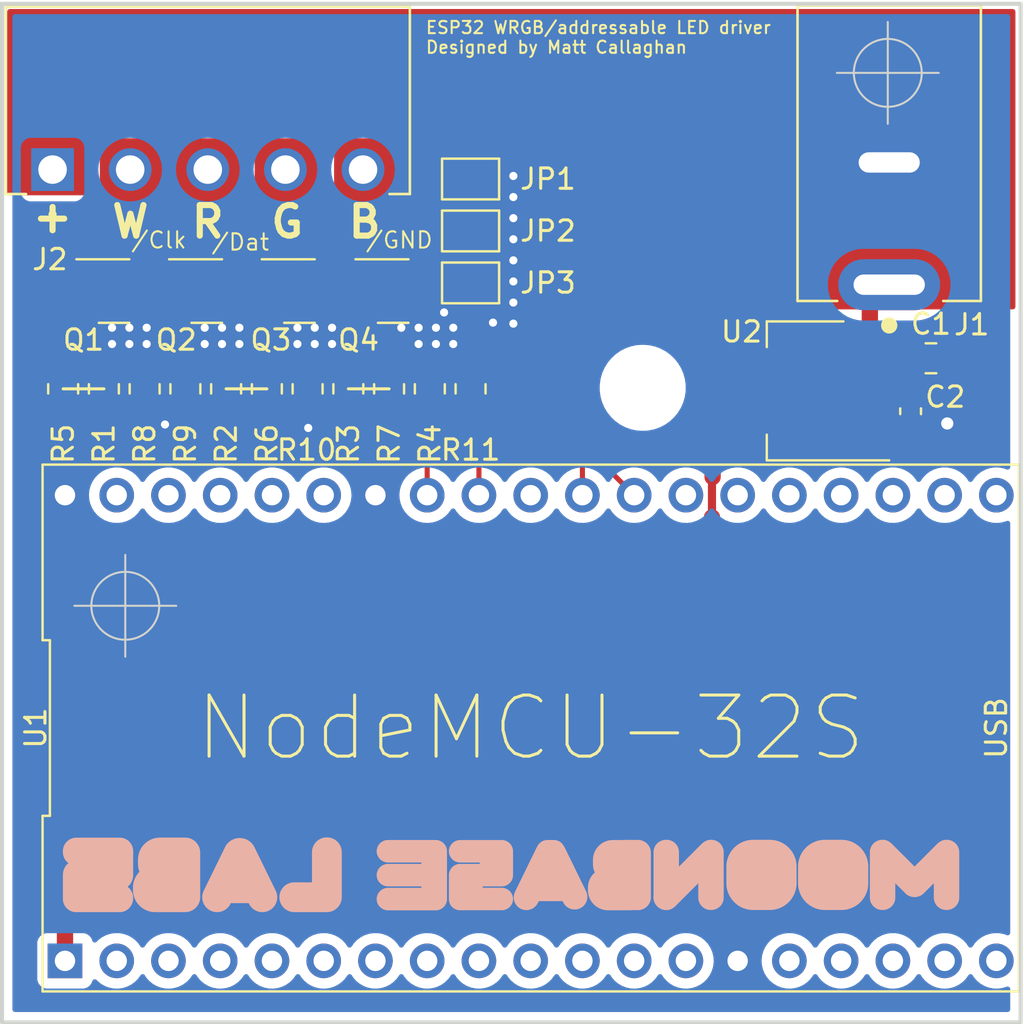
<source format=kicad_pcb>
(kicad_pcb (version 20211014) (generator pcbnew)
  (title_block (title "ESP32 LED driver board") (date "2022-01-01") (rev "1") (company "Matt Callaghan"))
  (layers (0 "F.Cu" signal) (31 "B.Cu" signal) (34 "B.Paste" user) (35 "F.Paste" user) (36 "B.SilkS" user "B.Silkscreen") (37 "F.SilkS" user "F.Silkscreen") (38 "B.Mask" user) (39 "F.Mask" user) (44 "Edge.Cuts" user))
  (net 0 "")
  (net 31 "VDD")
  (net 32 "GND")
  (net 33 "+3V3")
  (net 34 "Net-(Q1-Pad2)")
  (net 35 "Net-(Q3-Pad2)")
  (net 36 "Net-(Q4-Pad2)")
  (net 37 "Net-(Q2-Pad2)")
  (net 38 "/White{slash}Clk")
  (net 39 "/Red{slash}Dat")
  (net 40 "/Green")
  (net 41 "Net-(R1-Pad1)")
  (net 42 "Net-(R2-Pad1)")
  (net 43 "Net-(R3-Pad1)")
  (net 44 "Net-(R4-Pad1)")
  (net 45 "/Blue{slash}GND")
  (footprint "Resistor_SMD:R_0805_2012Metric" (layer "F.Cu") (at 122.75 81.95 90)
    (fp_text reference "R6")
    (fp_text value "0805 DNF")
  )
  (footprint "Resistor_SMD:R_0805_2012Metric" (layer "F.Cu") (at 132.75 81.95 90)
    (fp_text reference "R11")
    (fp_text value "10k 0805")
  )
  (footprint "Jumper:SolderJumper-2_P1.3mm_Open_TrianglePad1.0x1.5mm" (layer "F.Cu") (at 132.75 76.75)
    (fp_text reference "JP3")
    (fp_text value "SolderJumper_2_Open")
  )
  (footprint "Resistor_SMD:R_0805_2012Metric" (layer "F.Cu") (at 120.75 81.95 90)
    (fp_text reference "R2")
    (fp_text value "0R 0805")
  )
  (footprint "Resistor_SMD:R_0805_2012Metric" (layer "F.Cu") (at 128.75 81.95 90)
    (fp_text reference "R7")
    (fp_text value "0805 DNF")
  )
  (footprint "MountingHole:MountingHole_3.2mm_M3" (layer "F.Cu") (at 141.2 81.9)
    (fp_text reference "REF**" hide)
    (fp_text value "MountingHole_3.2mm_M3" hide)
  )
  (footprint "Jumper:SolderJumper-2_P1.3mm_Open_TrianglePad1.0x1.5mm" (layer "F.Cu") (at 132.75 74.2)
    (fp_text reference "JP2")
    (fp_text value "SolderJumper_2_Open")
  )
  (footprint "Package_TO_SOT_SMD:SOT-223-3_TabPin2" (layer "F.Cu") (at 149.2 82.05 180)
    (fp_text reference "U2")
    (fp_text value "NCP1117-3.3_SOT223")
  )
  (footprint "Resistor_SMD:R_0805_2012Metric" (layer "F.Cu") (at 112.75 81.95 90)
    (fp_text reference "R5")
    (fp_text value "0805 DNF")
  )
  (footprint "Resistor_SMD:R_0805_2012Metric" (layer "F.Cu") (at 130.75 81.95 90)
    (fp_text reference "R4")
    (fp_text value "0R 0805")
  )
  (footprint "Resistor_SMD:R_0805_2012Metric" (layer "F.Cu") (at 126.75 81.95 90)
    (fp_text reference "R3")
    (fp_text value "0R 0805")
  )
  (footprint "Matts_Library:AO6404" (layer "F.Cu") (at 115.25 77.15)
    (fp_text reference "Q1")
    (fp_text value "AO6404")
  )
  (footprint "Matts_Library:NodeMCU-32S" (layer "F.Cu") (at 135.7 98.6)
    (fp_text reference "U1")
    (fp_text value "NodeMCU-32S")
  )
  (footprint "Resistor_SMD:R_0805_2012Metric" (layer "F.Cu") (at 116.75 81.95 90)
    (fp_text reference "R8")
    (fp_text value "10k 0805")
  )
  (footprint "Matts_Library:AO6404" (layer "F.Cu") (at 119.8 77.15)
    (fp_text reference "Q2")
    (fp_text value "AO6404")
  )
  (footprint "Matts_Library:AO6404" (layer "F.Cu") (at 128.95 77.15)
    (fp_text reference "Q4")
    (fp_text value "AO6404")
  )
  (footprint "Jumper:SolderJumper-2_P1.3mm_Open_TrianglePad1.0x1.5mm" (layer "F.Cu") (at 132.75 71.65)
    (fp_text reference "JP1")
    (fp_text value "SolderJumper_2_Open")
  )
  (footprint "Resistor_SMD:R_0805_2012Metric" (layer "F.Cu") (at 118.75 81.95 90)
    (fp_text reference "R9")
    (fp_text value "10k 0805")
  )
  (footprint "Capacitor_SMD:C_0603_1608Metric" (layer "F.Cu") (at 154.35 83.05 -90)
    (fp_text reference "C2")
    (fp_text value "10uF 6.3V")
  )
  (footprint "Matts_Library:AO6404" (layer "F.Cu") (at 124.35 77.15)
    (fp_text reference "Q3")
    (fp_text value "AO6404")
  )
  (footprint "Capacitor_SMD:C_0805_2012Metric" (layer "F.Cu") (at 155.35 80.45)
    (fp_text reference "C1")
    (fp_text value "10uF 25V")
  )
  (footprint "Resistor_SMD:R_0805_2012Metric" (layer "F.Cu") (at 114.75 81.95 90)
    (fp_text reference "R1")
    (fp_text value "0R 0805")
  )
  (footprint "Resistor_SMD:R_0805_2012Metric" (layer "F.Cu") (at 124.75 81.95 90)
    (fp_text reference "R10")
    (fp_text value "10k 0805")
  )
  (footprint "Matts_Library:CUI_TBP02R1-381-05BE" (layer "F.Cu") (at 112.23 71.1875)
    (fp_text reference "J2")
    (fp_text value "TBP02R1-381-05BE")
  )
  (footprint "Matts_Library:CUI_PJ-037A" (layer "F.Cu") (at 153.3 76.8375 90)
    (fp_text reference "J1")
    (fp_text value "PJ-037AH")
  )
  (gr_poly (pts (xy 126.18616 106.869584) (xy 126.18334 106.845279) (xy 126.179396 106.821365) (xy 126.174357 106.797867) (xy 126.168251 106.77481) (xy 126.161105 106.75222) (xy 126.15295 106.730124) (xy 126.143812 106.708545) (xy 126.133721 106.68751) (xy 126.122704 106.667045) (xy 126.110791 106.647175) (xy 126.098009 106.627925) (xy 126.084387 106.609322) (xy 126.069953 106.59139) (xy 126.054736 106.574156) (xy 126.038764 106.557645) (xy 126.022065 106.541883) (xy 126.004668 106.526895) (xy 125.986601 106.512706) (xy 125.967892 106.499343) (xy 125.948571 106.486832) (xy 125.928664 106.475196) (xy 125.908202 106.464463) (xy 125.887211 106.454658) (xy 125.865721 106.445806) (xy 125.843759 106.437933) (xy 125.821355 106.431064) (xy 125.798536 106.425226) (xy 125.775331 106.420444) (xy 125.751768 106.416742) (xy 125.727876 106.414148) (xy 125.703683 106.412687) (xy 125.679217 106.412383) (xy 125.328909 106.412384) (xy 125.322393 106.412548) (xy 125.315961 106.413035) (xy 125.309623 106.413839) (xy 125.303385 106.414949) (xy 125.297257 106.41636) (xy 125.291245 106.418062) (xy 125.285357 106.420048) (xy 125.279603 106.42231) (xy 125.273989 106.42484) (xy 125.268523 106.42763) (xy 125.263214 106.430673) (xy 125.258069 106.43396) (xy 125.253097 106.437483) (xy 125.248305 106.441235) (xy 125.243701 106.445208) (xy 125.239293 106.449393) (xy 125.235089 106.453784) (xy 125.231097 106.458371) (xy 125.227325 106.463147) (xy 125.22378 106.468105) (xy 125.220472 106.473236) (xy 125.217407 106.478532) (xy 125.214594 106.483986) (xy 125.21204 106.48959) (xy 125.209754 106.495335) (xy 125.207743 106.501214) (xy 125.206016 106.507218) (xy 125.20458 106.513341) (xy 125.203443 106.519574) (xy 125.202613 106.525909) (xy 125.202099 106.532338) (xy 125.201907 106.538854) (xy 125.201907 106.889692) (xy 125.202211 106.914158) (xy 125.203673 106.938351) (xy 125.206267 106.962244) (xy 125.209969 106.985806) (xy 125.214751 107.009012) (xy 125.22059 107.031831) (xy 125.227458 107.054235) (xy 125.235331 107.076197) (xy 125.244184 107.097687) (xy 125.253989 107.118678) (xy 125.264722 107.139141) (xy 125.276358 107.159047) (xy 125.28887 107.178369) (xy 125.302233 107.197077) (xy 125.316421 107.215144) (xy 125.331409 107.232541) (xy 125.347172 107.24924) (xy 125.363683 107.265212) (xy 125.380917 107.28043) (xy 125.398848 107.294863) (xy 125.417452 107.308485) (xy 125.436701 107.321267) (xy 125.456571 107.333181) (xy 125.477037 107.344197) (xy 125.498071 107.354288) (xy 125.51965 107.363426) (xy 125.541747 107.371581) (xy 125.564336 107.378726) (xy 125.587393 107.384832) (xy 125.610891 107.389871) (xy 125.634805 107.393815) (xy 125.659109 107.396634) (xy 125.685826 107.397902) (xy 125.712433 107.397723) (xy 125.738876 107.396117) (xy 125.765102 107.393104) (xy 125.791058 107.388704) (xy 125.81669 107.382937) (xy 125.841945 107.375822) (xy 125.866769 107.367379) (xy 125.891109 107.357628) (xy 125.914912 107.346588) (xy 125.938124 107.334281) (xy 125.960691 107.320724) (xy 125.98256 107.305938) (xy 126.003679 107.289943) (xy 126.023992 107.272758) (xy 126.043448 107.254404) (xy 126.06188 107.235022) (xy 126.079146 107.214778) (xy 126.095225 107.193724) (xy 126.110098 107.171914) (xy 126.123745 107.149402) (xy 126.136146 107.12624) (xy 126.147281 107.102482) (xy 126.157129 107.078181) (xy 126.165671 107.053391) (xy 126.172887 107.028165) (xy 126.178757 107.002557) (xy 126.183261 106.976619) (xy 126.186379 106.950405) (xy 126.188091 106.923968) (xy 126.188376 106.897363) (xy 126.187216 106.870641) (xy 126.18616 106.869584)) (layer "B.SilkS") (width 0.052916) (fill solid))
  (gr_poly (pts (xy 124.075845 107.39875) (xy 125.192383 107.39875) (xy 125.168758 107.373578) (xy 125.146491 107.347391) (xy 125.125605 107.320244) (xy 125.106123 107.292194) (xy 125.088068 107.263297) (xy 125.071463 107.233608) (xy 125.056332 107.203185) (xy 125.042697 107.172083) (xy 125.03058 107.140358) (xy 125.020006 107.108067) (xy 125.010998 107.075265) (xy 125.003577 107.042009) (xy 124.997768 107.008355) (xy 124.993593 106.974359) (xy 124.991075 106.940077) (xy 124.990237 106.905566) (xy 124.990243 106.412912) (xy 124.075839 106.412912) (xy 124.051072 106.414338) (xy 124.026655 106.41696) (xy 124.002616 106.420751) (xy 123.978985 106.42568) (xy 123.95579 106.431718) (xy 123.933059 106.438834) (xy 123.910822 106.447001) (xy 123.889106 106.456187) (xy 123.86794 106.466364) (xy 123.847353 106.477502) (xy 123.827374 106.489572) (xy 123.808031 106.502543) (xy 123.789353 106.516386) (xy 123.771368 106.531073) (xy 123.754105 106.546572) (xy 123.737592 106.562855) (xy 123.721859 106.579892) (xy 123.706933 106.597653) (xy 123.692844 106.61611) (xy 123.679619 106.635232) (xy 123.667289 106.654989) (xy 123.65588 106.675353) (xy 123.645422 106.696294) (xy 123.635944 106.717781) (xy 123.627473 106.739786) (xy 123.62004 106.76228) (xy 123.613671 106.785231) (xy 123.608396 106.808612) (xy 123.604244 106.832392) (xy 123.601242 106.856542) (xy 123.59942 106.881032) (xy 123.598807 106.905832) (xy 123.59942 106.930633) (xy 123.601242 106.955123) (xy 123.604244 106.979272) (xy 123.608396 107.003052) (xy 123.613671 107.026433) (xy 123.62004 107.049384) (xy 123.627474 107.071878) (xy 123.635944 107.093883) (xy 123.645423 107.11537) (xy 123.655881 107.136311) (xy 123.66729 107.156675) (xy 123.679621 107.176432) (xy 123.692845 107.195554) (xy 123.706935 107.21401) (xy 123.72186 107.231771) (xy 123.737594 107.248808) (xy 123.754107 107.265091) (xy 123.77137 107.28059) (xy 123.789355 107.295277) (xy 123.808034 107.30912) (xy 123.827377 107.322091) (xy 123.847357 107.33416) (xy 123.867944 107.345298) (xy 123.88911 107.355475) (xy 123.910826 107.364662) (xy 123.933064 107.372828) (xy 123.955795 107.379945) (xy 123.97899 107.385983) (xy 124.002622 107.390911) (xy 124.02666 107.394702) (xy 124.051078 107.397325) (xy 124.075845 107.39875)) (layer "B.SilkS") (width 0.052916) (fill solid))
  (gr_poly (pts (xy 122.370868 107.373349) (xy 122.394142 107.380797) (xy 122.417653 107.387052) (xy 122.441359 107.392116) (xy 122.465214 107.395993) (xy 122.489175 107.398685) (xy 122.513197 107.400194) (xy 122.537237 107.400523) (xy 122.561251 107.399675) (xy 122.585195 107.397653) (xy 122.609024 107.394459) (xy 122.632695 107.390096) (xy 122.656164 107.384566) (xy 122.679387 107.377872) (xy 122.702319 107.370016) (xy 122.724917 107.361002) (xy 122.747137 107.350832) (xy 122.768823 107.339569) (xy 122.78983 107.327297) (xy 122.81013 107.314048) (xy 122.829692 107.299856) (xy 122.848488 107.284754) (xy 122.866489 107.268775) (xy 122.883665 107.251952) (xy 122.899988 107.234319) (xy 122.915428 107.215907) (xy 122.929956 107.19675) (xy 122.943543 107.176882) (xy 122.95616 107.156334) (xy 122.967778 107.135142) (xy 122.978367 107.113336) (xy 122.987899 107.090952) (xy 122.996344 107.06802) (xy 123.002766 107.048221) (xy 123.008331 107.028232) (xy 123.01304 107.008081) (xy 123.016893 106.987793) (xy 123.01989 106.967397) (xy 123.022031 106.94692) (xy 123.023315 106.926389) (xy 123.023743 106.90583) (xy 123.023315 106.885272) (xy 123.022031 106.864741) (xy 123.01989 106.844263) (xy 123.016893 106.823868) (xy 123.01304 106.80358) (xy 123.008331 106.783429) (xy 123.002766 106.76344) (xy 122.996344 106.743641) (xy 122.987617 106.767239) (xy 122.978029 106.790332) (xy 122.967602 106.812906) (xy 122.956357 106.834943) (xy 122.944317 106.856428) (xy 122.931504 106.877345) (xy 122.917939 106.897679) (xy 122.903646 106.917413) (xy 122.888647 106.936532) (xy 122.872962 106.95502) (xy 122.856615 106.972862) (xy 122.839628 106.990041) (xy 122.822022 107.006541) (xy 122.80382 107.022348) (xy 122.785044 107.037444) (xy 122.765716 107.051815) (xy 122.745858 107.065444) (xy 122.725492 107.078315) (xy 122.704641 107.090414) (xy 122.683326 107.101723) (xy 122.66157 107.112228) (xy 122.639394 107.121913) (xy 122.616822 107.13076) (xy 122.593874 107.138756) (xy 122.570573 107.145884) (xy 122.546941 107.152128) (xy 122.523001 107.157473) (xy 122.498774 107.161902) (xy 122.474282 107.1654) (xy 122.449548 107.167951) (xy 122.424594 107.169539) (xy 122.399441 107.170149) (xy 122.11528 107.170149) (xy 122.126751 107.18771) (xy 122.138927 107.204706) (xy 122.151786 107.221119) (xy 122.165304 107.236931) (xy 122.179459 107.252124) (xy 122.19423 107.266681) (xy 122.209594 107.280584) (xy 122.225529 107.293815) (xy 122.242012 107.306357) (xy 122.259021 107.318191) (xy 122.276533 107.3293) (xy 122.294527 107.339667) (xy 122.312979 107.349272) (xy 122.331869 107.3581) (xy 122.351172 107.366131) (xy 122.370868 107.373349)) (layer "B.SilkS") (width 0.052916) (fill solid))
  (gr_poly (pts (xy 132.23612 105.295842) (xy 133.173807 105.295842) (xy 133.176762 105.295768) (xy 133.179698 105.295548) (xy 133.182608 105.295185) (xy 133.185488 105.294679) (xy 133.188333 105.294034) (xy 133.191138 105.293251) (xy 133.193899 105.292332) (xy 133.196609 105.29128) (xy 133.199264 105.290096) (xy 133.20186 105.288782) (xy 133.204391 105.287341) (xy 133.206853 105.285775) (xy 133.209239 105.284085) (xy 133.211547 105.282274) (xy 133.213769 105.280343) (xy 133.215903 105.278296) (xy 133.217931 105.276144) (xy 133.219842 105.273905) (xy 133.221632 105.271581) (xy 133.223301 105.26918) (xy 133.224845 105.266705) (xy 133.226264 105.264161) (xy 133.227554 105.261554) (xy 133.228715 105.258888) (xy 133.229743 105.256169) (xy 133.230637 105.253401) (xy 133.231395 105.250589) (xy 133.232015 105.247738) (xy 133.232494 105.244853) (xy 133.232832 105.24194) (xy 133.233025 105.239002) (xy 133.233072 105.236046) (xy 133.232995 105.232996) (xy 133.232766 105.229986) (xy 133.232389 105.22702) (xy 133.231868 105.224101) (xy 133.231206 105.221234) (xy 133.230407 105.218421) (xy 133.229475 105.215668) (xy 133.228414 105.212976) (xy 133.227227 105.210351) (xy 133.225918 105.207795) (xy 133.224491 105.205313) (xy 133.22295 105.202909) (xy 133.221297 105.200585) (xy 133.219538 105.198346) (xy 133.217675 105.196196) (xy 133.215713 105.194137) (xy 133.213655 105.192175) (xy 133.211504 105.190312) (xy 133.209265 105.188553) (xy 133.206942 105.1869) (xy 133.204537 105.185359) (xy 133.202055 105.183932) (xy 133.1995 105.182623) (xy 133.196875 105.181436) (xy 133.194183 105.180375) (xy 133.19143 105.179443) (xy 133.188617 105.178644) (xy 133.18575 105.177983) (xy 133.182832 105.177461) (xy 133.179866 105.177084) (xy 133.176856 105.176856) (xy 133.173807 105.176778) (xy 132.251999 105.176779) (xy 132.22748 105.176529) (xy 132.2032 105.175183) (xy 132.179185 105.172763) (xy 132.155463 105.169292) (xy 132.132059 105.164791) (xy 132.108999 105.159282) (xy 132.086311 105.152786) (xy 132.06402 105.145326) (xy 132.042153 105.136924) (xy 132.020737 105.127601) (xy 131.999797 105.11738) (xy 131.979361 105.106281) (xy 131.959454 105.094328) (xy 131.940104 105.081542) (xy 131.921336 105.067944) (xy 131.903177 105.053557) (xy 131.885653 105.038403) (xy 131.868792 105.022503) (xy 131.852618 105.005879) (xy 131.837159 104.988553) (xy 131.822441 104.970548) (xy 131.808491 104.951884) (xy 131.795334 104.932584) (xy 131.782998 104.91267) (xy 131.771508 104.892164) (xy 131.760892 104.871087) (xy 131.751175 104.849461) (xy 131.742385 104.827308) (xy 131.734546 104.80465) (xy 131.727687 104.78151) (xy 131.721833 104.757908) (xy 131.71701 104.733867) (xy 131.713444 104.705376) (xy 131.711435 104.676883) (xy 131.710965 104.648448) (xy 131.712019 104.620128) (xy 131.714579 104.591982) (xy 131.718629 104.56407) (xy 131.724151 104.536449) (xy 131.73113 104.509179) (xy 131.739548 104.482319) (xy 131.749389 104.455926) (xy 131.760636 104.430061) (xy 131.773272 104.404782) (xy 131.787281 104.380146) (xy 131.802645 104.356214) (xy 131.819349 104.333045) (xy 131.837375 104.310695) (xy 131.856585 104.289355) (xy 131.876815 104.269191) (xy 131.89801 104.250228) (xy 131.920114 104.232493) (xy 131.943071 104.216011) (xy 131.966828 104.200807) (xy 131.991327 104.186909) (xy 132.016514 104.174341) (xy 132.042333 104.163129) (xy 132.068729 104.1533) (xy 132.095647 104.144878) (xy 132.123031 104.137891) (xy 132.150826 104.132363) (xy 132.178977 104.128321) (xy 132.207428 104.12579) (xy 132.236123 104.124796) (xy 134.282937 104.124796) (xy 134.309936 104.125635) (xy 134.336579 104.127805) (xy 134.362832 104.131274) (xy 134.388664 104.136009) (xy 134.414042 104.141978) (xy 134.438934 104.149149) (xy 134.463306 104.157488) (xy 134.487128 104.166963) (xy 134.510365 104.177543) (xy 134.532986 104.189193) (xy 134.554958 104.201883) (xy 134.576249 104.215578) (xy 134.596825 104.230248) (xy 134.616656 104.245859) (xy 134.635707 104.262379) (xy 134.653947 104.279775) (xy 134.671344 104.298015) (xy 134.687863 104.317067) (xy 134.703474 104.336897) (xy 134.718144 104.357474) (xy 134.73184 104.378765) (xy 134.74453 104.400737) (xy 134.75618 104.423358) (xy 134.76676 104.446595) (xy 134.776236 104.470417) (xy 134.784575 104.49479) (xy 134.791745 104.519681) (xy 134.797715 104.54506) (xy 134.80245 104.570892) (xy 134.805919 104.597146) (xy 134.80809 104.623788) (xy 134.808929 104.650787) (xy 134.808929 104.659254) (xy 134.808929 104.66825) (xy 134.808929 105.804371) (xy 134.808929 105.812838) (xy 134.808929 105.821833) (xy 134.808064 105.848812) (xy 134.805871 105.875434) (xy 134.80238 105.901667) (xy 134.797625 105.927478) (xy 134.791638 105.952834) (xy 134.784452 105.977704) (xy 134.7761 106.002054) (xy 134.766612 106.025853) (xy 134.756023 106.049068) (xy 134.744364 106.071667) (xy 134.731668 106.093617) (xy 134.717967 106.114886) (xy 134.703294 106.135441) (xy 134.687682 106.15525) (xy 134.671162 106.174281) (xy 134.653767 106.192501) (xy 134.635529 106.209878) (xy 134.616482 106.226379) (xy 134.596657 106.241972) (xy 134.576087 106.256624) (xy 134.554805 106.270304) (xy 134.532842 106.282978) (xy 134.510231 106.294614) (xy 134.487005 106.305181) (xy 134.463197 106.314644) (xy 134.438837 106.322973) (xy 134.41396 106.330134) (xy 134.388598 106.336096) (xy 134.362782 106.340825) (xy 134.336545 106.34429) (xy 134.309921 106.346457) (xy 134.28294 106.347295) (xy 133.372769 106.347296) (xy 133.369771 106.347476) (xy 133.366816 106.347801) (xy 133.363907 106.348268) (xy 133.361047 106.348871) (xy 133.35824 106.349609) (xy 133.35549 106.350477) (xy 133.3528 106.351472) (xy 133.350173 106.35259) (xy 133.347613 106.353827) (xy 133.345123 106.355181) (xy 133.342706 106.356647) (xy 133.340367 106.358222) (xy 133.338108 106.359903) (xy 133.335934 106.361685) (xy 133.333847 106.363565) (xy 133.331851 106.36554) (xy 133.329949 106.367607) (xy 133.328145 106.36976) (xy 133.326442 106.371997) (xy 133.324844 106.374315) (xy 133.323354 106.37671) (xy 133.321976 106.379177) (xy 133.320713 106.381714) (xy 133.319568 106.384317) (xy 133.318545 106.386983) (xy 133.317648 106.389708) (xy 133.31688 106.392487) (xy 133.316243 106.395319) (xy 133.315743 106.398198) (xy 133.315382 106.401123) (xy 133.315163 106.404088) (xy 133.315091 106.40709) (xy 133.315091 106.407091) (xy 133.315168 106.41015) (xy 133.315396 106.413168) (xy 133.315772 106.416144) (xy 133.316291 106.419072) (xy 133.316952 106.421949) (xy 133.317748 106.424772) (xy 133.318678 106.427537) (xy 133.319737 106.43024) (xy 133.320921 106.432877) (xy 133.322228 106.435445) (xy 133.323652 106.43794) (xy 133.325191 106.440358) (xy 133.326841 106.442696) (xy 133.328598 106.444949) (xy 133.330459 106.447115) (xy 133.332419 106.449189) (xy 133.334476 106.451167) (xy 133.336625 106.453047) (xy 133.338863 106.454824) (xy 133.341186 106.456494) (xy 133.34359 106.458055) (xy 133.346073 106.459501) (xy 133.348629 106.46083) (xy 133.351256 106.462038) (xy 133.353949 106.46312) (xy 133.356705 106.464074) (xy 133.359521 106.464896) (xy 133.362393 106.465581) (xy 133.365316 106.466127) (xy 133.368288 106.466529) (xy 133.371304 106.466784) (xy 133.374362 106.466887) (xy 134.267593 106.466887) (xy 134.292115 106.467109) (xy 134.3164 106.468427) (xy 134.34042 106.47082) (xy 134.364149 106.474264) (xy 134.387561 106.47874) (xy 134.41063 106.484224) (xy 134.433328 106.490695) (xy 134.45563 106.49813) (xy 134.477508 106.506509) (xy 134.498937 106.51581) (xy 134.519891 106.52601) (xy 134.540342 106.537087) (xy 134.560264 106.54902) (xy 134.57963 106.561787) (xy 134.598415 106.575366) (xy 134.616592 106.589735) (xy 134.634134 106.604873) (xy 134.651015 106.620757) (xy 134.667208 106.637365) (xy 134.682687 106.654677) (xy 134.697426 106.672669) (xy 134.711397 106.69132) (xy 134.724576 106.710608) (xy 134.736934 106.730512) (xy 134.748446 106.751009) (xy 134.759085 106.772078) (xy 134.768825 106.793697) (xy 134.777639 106.815843) (xy 134.785501 106.838496) (xy 134.792385 106.861633) (xy 134.798263 106.885232) (xy 134.80311 106.909272) (xy 134.806677 106.937779) (xy 134.808686 106.966289) (xy 134.809153 106.994741) (xy 134.808096 107.023077) (xy 134.805531 107.051238) (xy 134.801474 107.079166) (xy 134.795943 107.106801) (xy 134.788954 107.134085) (xy 134.780524 107.160958) (xy 134.770669 107.187363) (xy 134.759408 107.213239) (xy 134.746755 107.238529) (xy 134.732729 107.263172) (xy 134.717346 107.287112) (xy 134.700622 107.310288) (xy 134.682574 107.332641) (xy 134.663341 107.353984) (xy 134.643088 107.374149) (xy 134.62187 107.39311) (xy 134.599742 107.410842) (xy 134.57676 107.427319) (xy 134.55298 107.442515) (xy 134.528457 107.456404) (xy 134.503246 107.468961) (xy 134.477403 107.480159) (xy 134.450984 107.489973) (xy 134.424043 107.498377) (xy 134.396637 107.505345) (xy 134.368821 107.510851) (xy 134.34065 107.51487) (xy 134.312179 107.517376) (xy 134.283465 107.518342) (xy 132.226596 107.518342) (xy 132.200096 107.517619) (xy 132.173944 107.515582) (xy 132.148173 107.512262) (xy 132.122815 107.507693) (xy 132.097902 107.501906) (xy 132.073467 107.494933) (xy 132.049541 107.486806) (xy 132.026157 107.477558) (xy 132.003347 107.467221) (xy 131.981144 107.455827) (xy 131.959578 107.443409) (xy 131.938683 107.429998) (xy 131.918491 107.415626) (xy 131.899034 107.400327) (xy 131.880344 107.384132) (xy 131.862453 107.367072) (xy 131.845394 107.349182) (xy 131.829199 107.330492) (xy 131.813899 107.311035) (xy 131.799528 107.290842) (xy 131.786117 107.269948) (xy 131.773698 107.248382) (xy 131.762305 107.226179) (xy 131.751968 107.203369) (xy 131.74272 107.179985) (xy 131.734593 107.156059) (xy 131.72762 107.131624) (xy 131.721833 107.106712) (xy 131.717264 107.081354) (xy 131.713944 107.055583) (xy 131.711907 107.029432) (xy 131.711184 107.002932) (xy 131.711188 105.821833) (xy 131.712024 105.794872) (xy 131.714188 105.768266) (xy 131.717648 105.742047) (xy 131.722371 105.716248) (xy 131.728324 105.690901) (xy 131.735476 105.666039) (xy 131.743794 105.641694) (xy 131.753246 105.617898) (xy 131.763798 105.594683) (xy 131.77542 105.572083) (xy 131.788079 105.55013) (xy 131.801742 105.528855) (xy 131.816377 105.508292) (xy 131.831952 105.488472) (xy 131.848434 105.469429) (xy 131.865791 105.451194) (xy 131.883991 105.4338) (xy 131.903001 105.41728) (xy 131.922789 105.401665) (xy 131.943323 105.386989) (xy 131.96457 105.373283) (xy 131.986498 105.36058) (xy 132.009075 105.348912) (xy 132.032268 105.338312) (xy 132.056045 105.328813) (xy 132.080374 105.320446) (xy 132.105222 105.313244) (xy 132.130557 105.307239) (xy 132.156347 105.302464) (xy 132.182559 105.298951) (xy 132.209161 105.296733) (xy 132.23612 105.295842)) (layer "B.SilkS") (width 0.052916) (fill solid))
  (gr_poly (pts (xy 125.695093 104.22375) (xy 125.669725 104.224418) (xy 125.64469 104.226346) (xy 125.62002 104.229503) (xy 125.595745 104.233858) (xy 125.571896 104.239381) (xy 125.548503 104.246041) (xy 125.525599 104.253806) (xy 125.503214 104.262647) (xy 125.481378 104.272531) (xy 125.460122 104.283428) (xy 125.439478 104.295307) (xy 125.419477 104.308138) (xy 125.400148 104.321889) (xy 125.381524 104.336529) (xy 125.363634 104.352028) (xy 125.346511 104.368355) (xy 125.330184 104.385478) (xy 125.314685 104.403367) (xy 125.300045 104.421991) (xy 125.286294 104.44132) (xy 125.273463 104.461321) (xy 125.261583 104.481965) (xy 125.250686 104.50322) (xy 125.240802 104.525056) (xy 125.231962 104.547441) (xy 125.224196 104.570345) (xy 125.217536 104.593737) (xy 125.212013 104.617586) (xy 125.207657 104.641861) (xy 125.2045 104.666531) (xy 125.202572 104.691565) (xy 125.201904 104.716933) (xy 125.201907 106.201774) (xy 125.695093 106.201774) (xy 125.729573 106.202617) (xy 125.763824 106.205139) (xy 125.797789 106.209317) (xy 125.831412 106.21513) (xy 125.864636 106.222553) (xy 125.897406 106.231563) (xy 125.929665 106.242138) (xy 125.961357 106.254255) (xy 125.992426 106.26789) (xy 126.022815 106.283021) (xy 126.05247 106.299623) (xy 126.081333 106.317676) (xy 126.109348 106.337154) (xy 126.13646 106.358036) (xy 126.162611 106.380298) (xy 126.187747 106.403917) (xy 126.187747 104.716933) (xy 126.187081 104.691586) (xy 126.185158 104.666571) (xy 126.182006 104.64192) (xy 126.177658 104.617662) (xy 126.172143 104.59383) (xy 126.165494 104.570454) (xy 126.15774 104.547564) (xy 126.148913 104.525192) (xy 126.139043 104.503368) (xy 126.128161 104.482124) (xy 126.116298 104.46149) (xy 126.103484 104.441496) (xy 126.089751 104.422175) (xy 126.07513 104.403556) (xy 126.059651 104.385671) (xy 126.043344 104.36855) (xy 126.026242 104.352225) (xy 126.008374 104.336725) (xy 125.989771 104.322083) (xy 125.970465 104.308328) (xy 125.950486 104.295492) (xy 125.929864 104.283606) (xy 125.908631 104.272699) (xy 125.886818 104.262804) (xy 125.864455 104.253951) (xy 125.841573 104.246171) (xy 125.818203 104.239495) (xy 125.794376 104.233953) (xy 125.770122 104.229577) (xy 125.745473 104.226397) (xy 125.720459 104.224444) (xy 125.695111 104.223749) (xy 125.695093 104.22375)) (layer "B.SilkS") (width 0.052916) (fill solid))
  (gr_poly (pts (xy 122.397854 106.958483) (xy 122.426689 106.957504) (xy 122.455006 106.954611) (xy 122.482743 106.949868) (xy 122.509835 106.943337) (xy 122.536219 106.935084) (xy 122.561831 106.925171) (xy 122.586606 106.913662) (xy 122.610481 106.900622) (xy 122.633391 106.886113) (xy 122.655273 106.8702) (xy 122.676063 106.852946) (xy 122.695697 106.834416) (xy 122.714111 106.814672) (xy 122.731241 106.793779) (xy 122.747023 106.771801) (xy 122.761392 106.748801) (xy 122.774286 106.724842) (xy 122.785641 106.699989) (xy 122.795391 106.674306) (xy 122.803473 106.647856) (xy 122.809824 106.620703) (xy 122.81438 106.59291) (xy 122.817075 106.564542) (xy 122.817848 106.535662) (xy 122.816632 106.506334) (xy 122.813366 106.476622) (xy 122.807983 106.446589) (xy 122.800422 106.4163) (xy 122.790617 106.385818) (xy 122.778505 106.355206) (xy 122.764022 106.324529) (xy 122.747104 106.29385) (xy 122.740571 106.28369) (xy 122.73374 106.273788) (xy 122.726618 106.26415) (xy 122.719215 106.254779) (xy 122.711537 106.245679) (xy 122.703593 106.236855) (xy 122.695391 106.228312) (xy 122.686938 106.220054) (xy 122.669312 106.204409) (xy 122.650781 106.189956) (xy 122.631406 106.17673) (xy 122.611253 106.164766) (xy 122.590384 106.154099) (xy 122.568862 106.144765) (xy 122.546753 106.136797) (xy 122.524119 106.130232) (xy 122.512624 106.127486) (xy 122.501023 106.125104) (xy 122.489322 106.12309) (xy 122.47753 106.121449) (xy 122.465654 106.120185) (xy 122.453703 106.119301) (xy 122.441684 106.118804) (xy 122.429605 106.118696) (xy 121.726343 106.118696) (xy 121.721046 106.118879) (xy 121.71581 106.119396) (xy 121.71065 106.12024) (xy 121.705577 106.121403) (xy 121.700606 106.122878) (xy 121.695751 106.124656) (xy 121.691026 106.126731) (xy 121.686442 106.129094) (xy 121.682016 106.131739) (xy 121.677759 106.134658) (xy 121.673685 106.137843) (xy 121.669809 106.141286) (xy 121.666144 106.14498) (xy 121.662703 106.148918) (xy 121.6595 106.153091) (xy 121.656549 106.157493) (xy 121.653886 106.162075) (xy 121.651538 106.166783) (xy 121.649507 106.171601) (xy 121.647792 106.176515) (xy 121.646396 106.181507) (xy 121.645318 106.186564) (xy 121.64456 106.191669) (xy 121.644122 106.196807) (xy 121.644006 106.201962) (xy 121.644211 106.207119) (xy 121.64474 106.212263) (xy 121.645593 106.217377) (xy 121.64677 106.222446) (xy 121.648273 106.227455) (xy 121.650102 106.232387) (xy 121.652258 106.237229) (xy 121.976108 106.899746) (xy 121.977838 106.903078) (xy 121.979675 106.906332) (xy 121.981617 106.909505) (xy 121.983661 106.912595) (xy 121.985804 106.9156) (xy 121.988044 106.91852) (xy 121.990376 106.921351) (xy 121.992799 106.924093) (xy 121.99531 106.926744) (xy 121.997906 106.929302) (xy 122.000584 106.931764) (xy 122.003342 106.93413) (xy 122.006176 106.936398) (xy 122.009084 106.938566) (xy 122.012062 106.940631) (xy 122.015109 106.942594) (xy 122.018221 106.944451) (xy 122.021396 106.946201) (xy 122.02463 106.947842) (xy 122.027921 106.949372) (xy 122.031266 106.950791) (xy 122.034663 106.952095) (xy 122.038108 106.953283) (xy 122.041598 106.954354) (xy 122.045131 106.955306) (xy 122.048705 106.956137) (xy 122.052315 106.956845) (xy 122.05596 106.957429) (xy 122.059637 106.957886) (xy 122.063342 106.958216) (xy 122.067074 106.958415) (xy 122.070828 106.958484) (xy 122.397854 106.958483)) (layer "B.SilkS") (width 0.052916) (fill solid))
  (gr_poly (pts (xy 113.798367 107.402455) (xy 113.819432 107.401896) (xy 113.840221 107.400291) (xy 113.860706 107.397666) (xy 113.880864 107.394045) (xy 113.900668 107.389456) (xy 113.920092 107.383923) (xy 113.939111 107.377472) (xy 113.9577 107.370129) (xy 113.975832 107.361919) (xy 113.993482 107.352868) (xy 114.010625 107.343002) (xy 114.027234 107.332346) (xy 114.043284 107.320926) (xy 114.05875 107.308768) (xy 114.073606 107.295897) (xy 114.087825 107.282339) (xy 114.101383 107.268119) (xy 114.114254 107.253264) (xy 114.126413 107.237798) (xy 114.137833 107.221747) (xy 114.148488 107.205138) (xy 114.158354 107.187996) (xy 114.167405 107.170345) (xy 114.175615 107.152213) (xy 114.182958 107.133624) (xy 114.189409 107.114605) (xy 114.194942 107.095181) (xy 114.199531 107.075377) (xy 114.203151 107.055219) (xy 114.205777 107.034733) (xy 114.207382 107.013945) (xy 114.20794 106.99288) (xy 114.20794 106.601297) (xy 114.207812 106.596232) (xy 114.207432 106.591233) (xy 114.206806 106.586307) (xy 114.205941 106.58146) (xy 114.204842 106.576698) (xy 114.203516 106.572028) (xy 114.201968 106.567454) (xy 114.200206 106.562985) (xy 114.198235 106.558625) (xy 114.196062 106.554381) (xy 114.193692 106.550259) (xy 114.191132 106.546266) (xy 114.188388 106.542407) (xy 114.185466 106.538689) (xy 114.182372 106.535117) (xy 114.179114 106.531699) (xy 114.175695 106.52844) (xy 114.172124 106.525347) (xy 114.168406 106.522425) (xy 114.164547 106.519681) (xy 114.160554 106.51712) (xy 114.156432 106.51475) (xy 114.152189 106.512577) (xy 114.147829 106.510606) (xy 114.143359 106.508843) (xy 114.138786 106.507296) (xy 114.134116 106.50597) (xy 114.129354 106.50487) (xy 114.124507 106.504005) (xy 114.119581 106.503379) (xy 114.114583 106.502999) (xy 114.109518 106.502871) (xy 113.395672 106.502871) (xy 113.374075 106.503457) (xy 113.352759 106.505196) (xy 113.331749 106.50806) (xy 113.311074 106.512021) (xy 113.290759 106.51705) (xy 113.270831 106.52312) (xy 113.251317 106.530202) (xy 113.232243 106.538268) (xy 113.213635 106.547289) (xy 113.195521 106.557238) (xy 113.177926 106.568087) (xy 113.160878 106.579806) (xy 113.144402 106.592369) (xy 113.128526 106.605746) (xy 113.113276 106.61991) (xy 113.098678 106.634832) (xy 113.08476 106.650485) (xy 113.071547 106.666839) (xy 113.059066 106.683867) (xy 113.047343 106.701541) (xy 113.036406 106.719832) (xy 113.026281 106.738713) (xy 113.016994 106.758154) (xy 113.008572 106.778129) (xy 113.001041 106.798608) (xy 112.994428 106.819563) (xy 112.98876 106.840967) (xy 112.984063 106.86279) (xy 112.980363 106.885006) (xy 112.977688 106.907585) (xy 112.976063 106.930499) (xy 112.975516 106.953721) (xy 112.975386 106.97608) (xy 112.976375 106.998182) (xy 112.978455 107.019998) (xy 112.981601 107.0415) (xy 112.985786 107.062661) (xy 112.990984 107.083453) (xy 112.997169 107.103847) (xy 113.004315 107.123815) (xy 113.012395 107.14333) (xy 113.021382 107.162363) (xy 113.031252 107.180886) (xy 113.041976 107.198871) (xy 113.05353 107.216291) (xy 113.065887 107.233117) (xy 113.079021 107.24932) (xy 113.092905 107.264874) (xy 113.107513 107.27975) (xy 113.122819 107.29392) (xy 113.138796 107.307355) (xy 113.155419 107.320029) (xy 113.172661 107.331912) (xy 113.190496 107.342977) (xy 113.208898 107.353196) (xy 113.227839 107.36254) (xy 113.247295 107.370982) (xy 113.267239 107.378494) (xy 113.287644 107.385047) (xy 113.308484 107.390614) (xy 113.329733 107.395166) (xy 113.351365 107.398676) (xy 113.373354 107.401115) (xy 113.395672 107.402455) (xy 113.798367 107.402455)) (layer "B.SilkS") (width 0.052916) (fill solid))
  (gr_poly (pts (xy 147.438022 104.113154) (xy 146.620457 104.113154) (xy 146.554177 104.11483) (xy 146.488768 104.119804) (xy 146.424309 104.127994) (xy 146.360882 104.139321) (xy 146.298568 104.153703) (xy 146.237448 104.171059) (xy 146.177603 104.191309) (xy 146.119113 104.214371) (xy 146.06206 104.240164) (xy 146.006524 104.268607) (xy 145.952587 104.299621) (xy 145.900329 104.333123) (xy 145.849832 104.369032) (xy 145.801175 104.407268) (xy 145.754441 104.447751) (xy 145.70971 104.490398) (xy 145.667063 104.535129) (xy 145.626581 104.581863) (xy 145.588344 104.630519) (xy 145.552435 104.681017) (xy 145.518933 104.733275) (xy 145.48792 104.787212) (xy 145.459476 104.842748) (xy 145.433683 104.899801) (xy 145.410621 104.958291) (xy 145.390372 105.018136) (xy 145.373015 105.079256) (xy 145.358633 105.14157) (xy 145.347306 105.204997) (xy 145.339116 105.269456) (xy 145.334142 105.334865) (xy 145.332466 105.401145) (xy 145.332466 106.218708) (xy 145.334142 106.284988) (xy 145.339116 106.350397) (xy 145.347306 106.414856) (xy 145.358633 106.478283) (xy 145.373015 106.540597) (xy 145.390372 106.601717) (xy 145.410621 106.661562) (xy 145.433683 106.720052) (xy 145.459476 106.777105) (xy 145.48792 106.832641) (xy 145.518933 106.886578) (xy 145.552435 106.938836) (xy 145.588344 106.989334) (xy 145.626581 107.03799) (xy 145.667063 107.084724) (xy 145.70971 107.129455) (xy 145.754441 107.172102) (xy 145.801175 107.212584) (xy 145.849832 107.250821) (xy 145.900329 107.28673) (xy 145.952587 107.320232) (xy 146.006524 107.351245) (xy 146.06206 107.379689) (xy 146.119113 107.405482) (xy 146.177603 107.428544) (xy 146.237448 107.448794) (xy 146.298568 107.46615) (xy 146.360882 107.480532) (xy 146.424309 107.491858) (xy 146.488768 107.500049) (xy 146.554177 107.505023) (xy 146.620457 107.506699) (xy 147.438022 107.506699) (xy 147.504301 107.505023) (xy 147.569711 107.500049) (xy 147.63417 107.491858) (xy 147.697597 107.480532) (xy 147.759911 107.46615) (xy 147.821031 107.448794) (xy 147.880876 107.428544) (xy 147.939366 107.405482) (xy 147.996419 107.379689) (xy 148.051954 107.351245) (xy 148.105892 107.320232) (xy 148.15815 107.28673) (xy 148.208647 107.250821) (xy 148.257303 107.212584) (xy 148.304038 107.172102) (xy 148.348769 107.129455) (xy 148.391416 107.084724) (xy 148.431898 107.03799) (xy 148.470135 106.989334) (xy 148.506044 106.938836) (xy 148.539546 106.886578) (xy 148.570559 106.832641) (xy 148.599003 106.777105) (xy 148.624796 106.720052) (xy 148.647858 106.661562) (xy 148.668107 106.601717) (xy 148.685464 106.540597) (xy 148.699846 106.478283) (xy 148.711172 106.414856) (xy 148.719363 106.350397) (xy 148.724337 106.284988) (xy 148.726013 106.218708) (xy 148.726013 105.401145) (xy 148.724337 105.334865) (xy 148.719363 105.269456) (xy 148.711172 105.204997) (xy 148.699846 105.14157) (xy 148.685464 105.079256) (xy 148.668107 105.018136) (xy 148.647858 104.958291) (xy 148.624796 104.899801) (xy 148.599003 104.842748) (xy 148.570559 104.787212) (xy 148.539546 104.733275) (xy 148.506044 104.681017) (xy 148.470135 104.630519) (xy 148.431898 104.581863) (xy 148.391416 104.535129) (xy 148.348769 104.490398) (xy 148.304038 104.447751) (xy 148.257303 104.407268) (xy 148.208647 104.369032) (xy 148.15815 104.333123) (xy 148.105892 104.299621) (xy 148.051954 104.268607) (xy 147.996419 104.240164) (xy 147.939366 104.214371) (xy 147.880876 104.191309) (xy 147.821031 104.171059) (xy 147.759911 104.153703) (xy 147.697597 104.139321) (xy 147.63417 104.127994) (xy 147.569711 104.119804) (xy 147.504301 104.11483) (xy 147.438022 104.113154)) (layer "B.SilkS") (width 0.052916) (fill solid))
  (gr_poly (pts (xy 112.763849 104.7) (xy 112.763849 104.640733) (xy 112.764825 104.608288) (xy 112.767404 104.576271) (xy 112.771546 104.544722) (xy 112.777211 104.513678) (xy 112.784362 104.48318) (xy 112.792958 104.453266) (xy 112.802961 104.423976) (xy 112.814331 104.395349) (xy 112.82703 104.367424) (xy 112.841017 104.34024) (xy 112.856255 104.313836) (xy 112.872703 104.288252) (xy 112.890323 104.263526) (xy 112.909076 104.239697) (xy 112.928922 104.216806) (xy 112.949822 104.19489) (xy 112.971738 104.173989) (xy 112.994629 104.154143) (xy 113.018457 104.13539) (xy 113.043183 104.11777) (xy 113.068768 104.101321) (xy 113.095172 104.086083) (xy 113.122356 104.072095) (xy 113.150281 104.059396) (xy 113.178908 104.048025) (xy 113.208198 104.038022) (xy 113.238112 104.029425) (xy 113.268611 104.022274) (xy 113.299654 104.016607) (xy 113.331204 104.012465) (xy 113.363221 104.009885) (xy 113.395666 104.008908) (xy 115.529803 104.008908) (xy 115.562297 104.009756) (xy 115.594364 104.01222) (xy 115.625963 104.01626) (xy 115.657056 104.021837) (xy 115.687602 104.02891) (xy 115.717563 104.03744) (xy 115.746898 104.047387) (xy 115.775568 104.058712) (xy 115.803533 104.071375) (xy 115.830754 104.085337) (xy 115.857191 104.100557) (xy 115.882804 104.116997) (xy 115.907554 104.134616) (xy 115.931401 104.153374) (xy 115.954306 104.173233) (xy 115.976229 104.194152) (xy 115.997129 104.216092) (xy 116.016969 104.239014) (xy 116.035708 104.262877) (xy 116.053306 104.287641) (xy 116.069724 104.313268) (xy 116.084922 104.339718) (xy 116.098861 104.366951) (xy 116.111501 104.394926) (xy 116.122802 104.423606) (xy 116.132724 104.452949) (xy 116.141229 104.482917) (xy 116.148277 104.51347) (xy 116.153827 104.544567) (xy 116.157841 104.57617) (xy 116.160278 104.608238) (xy 116.161099 104.640733) (xy 116.161099 105.810721) (xy 116.160262 105.853716) (xy 116.15685 105.896301) (xy 116.150916 105.938376) (xy 116.142509 105.97984) (xy 116.131682 106.02059) (xy 116.118485 106.060525) (xy 116.102969 106.099545) (xy 116.085185 106.137548) (xy 116.065185 106.174432) (xy 116.04302 106.210097) (xy 116.01874 106.244441) (xy 115.992397 106.277363) (xy 115.964041 106.308762) (xy 115.933725 106.338535) (xy 115.901498 106.366583) (xy 115.867413 106.392804) (xy 115.901202 106.417242) (xy 115.933185 106.443549) (xy 115.963308 106.471621) (xy 115.991518 106.501357) (xy 116.017761 106.532653) (xy 116.041981 106.565406) (xy 116.064126 106.599515) (xy 116.084141 106.634876) (xy 116.101972 106.671387) (xy 116.117565 106.708946) (xy 116.130867 106.747449) (xy 116.141822 106.786795) (xy 116.150377 106.82688) (xy 116.156478 106.867601) (xy 116.160071 106.908857) (xy 116.161102 106.950545) (xy 116.160279 106.984521) (xy 116.157837 107.018057) (xy 116.153816 107.051113) (xy 116.148256 107.083646) (xy 116.141197 107.115614) (xy 116.132679 107.146976) (xy 116.122742 107.177689) (xy 116.111425 107.207712) (xy 116.098768 107.237002) (xy 116.084812 107.265517) (xy 116.069597 107.293217) (xy 116.053162 107.320057) (xy 116.035547 107.345998) (xy 116.016792 107.370996) (xy 115.996938 107.39501) (xy 115.976023 107.417998) (xy 115.954088 107.439917) (xy 115.931173 107.460727) (xy 115.907318 107.480384) (xy 115.882563 107.498847) (xy 115.856947 107.516075) (xy 115.83051 107.532024) (xy 115.803294 107.546654) (xy 115.775336 107.559922) (xy 115.746678 107.571785) (xy 115.717359 107.582204) (xy 115.687419 107.591134) (xy 115.656898 107.598535) (xy 115.625836 107.604364) (xy 115.594273 107.60858) (xy 115.562249 107.61114) (xy 115.529803 107.612003) (xy 113.385089 107.612003) (xy 113.353143 107.611143) (xy 113.321617 107.608697) (xy 113.290549 107.604704) (xy 113.25998 107.599204) (xy 113.229947 107.592235) (xy 113.20049 107.583836) (xy 113.171647 107.574045) (xy 113.143457 107.562902) (xy 113.115959 107.550446) (xy 113.089192 107.536715) (xy 113.063195 107.521748) (xy 113.038006 107.505584) (xy 113.013664 107.488262) (xy 112.990209 107.469821) (xy 112.967679 107.450299) (xy 112.946113 107.429736) (xy 112.92555 107.408169) (xy 112.906028 107.385639) (xy 112.887587 107.362184) (xy 112.870265 107.337843) (xy 112.854101 107.312654) (xy 112.839134 107.286657) (xy 112.825403 107.25989) (xy 112.812947 107.232392) (xy 112.801804 107.204202) (xy 112.792014 107.175359) (xy 112.783615 107.145902) (xy 112.776646 107.115869) (xy 112.771146 107.0853) (xy 112.767154 107.054233) (xy 112.764709 107.022707) (xy 112.763849 106.99076) (xy 112.763849 105.801196) (xy 112.764087 105.788298) (xy 112.764578 105.775412) (xy 112.765324 105.76254) (xy 112.766322 105.749687) (xy 112.767573 105.736857) (xy 112.769077 105.724052) (xy 112.770834 105.711277) (xy 112.772842 105.698535) (xy 112.778679 105.663601) (xy 112.786237 105.629164) (xy 112.795483 105.595279) (xy 112.806383 105.562003) (xy 112.818903 105.529392) (xy 112.833009 105.497503) (xy 112.848667 105.466393) (xy 112.865843 105.436117) (xy 112.884503 105.406733) (xy 112.904614 105.378298) (xy 112.92614 105.350866) (xy 112.949049 105.324496) (xy 112.973307 105.299243) (xy 112.998878 105.275163) (xy 113.025731 105.252315) (xy 113.05383 105.230753) (xy 113.037113 105.21962) (xy 113.02082 105.208009) (xy 112.989538 105.183403) (xy 112.960039 105.157036) (xy 112.932376 105.12901) (xy 112.906607 105.099425) (xy 112.882785 105.068382) (xy 112.860967 105.035982) (xy 112.841207 105.002327) (xy 112.82356 104.967517) (xy 112.808082 104.931654) (xy 112.794829 104.894837) (xy 112.783854 104.857169) (xy 112.775213 104.81875) (xy 112.768962 104.779682) (xy 112.765155 104.740064) (xy 112.764186 104.720082) (xy 112.763849 104.699999) (xy 112.763849 104.7)) (layer "B.SilkS") (width 0.052916) (fill solid))
  (gr_poly (pts (xy 117.959735 105.574712) (xy 117.268115 105.574712) (xy 117.236308 105.575335) (xy 117.204625 105.577147) (xy 117.173099 105.580137) (xy 117.14176 105.584296) (xy 117.110642 105.589614) (xy 117.079774 105.596081) (xy 117.049189 105.603688) (xy 117.018918 105.612425) (xy 116.988994 105.622281) (xy 116.959447 105.633248) (xy 116.930309 105.645316) (xy 116.901612 105.658474) (xy 116.873387 105.672714) (xy 116.845667 105.688024) (xy 116.818482 105.704396) (xy 116.791864 105.72182) (xy 116.806549 105.744464) (xy 116.821891 105.766536) (xy 116.837871 105.788028) (xy 116.854473 105.80893) (xy 116.871679 105.829231) (xy 116.889473 105.848923) (xy 116.926751 105.88644) (xy 116.96617 105.921403) (xy 117.007591 105.953736) (xy 117.050876 105.983363) (xy 117.095886 106.010205) (xy 117.142483 106.034187) (xy 117.190528 106.055232) (xy 117.239884 106.073263) (xy 117.290412 106.088203) (xy 117.341973 106.099976) (xy 117.368098 106.10465) (xy 117.394429 106.108504) (xy 117.42095 106.111528) (xy 117.447642 106.113711) (xy 117.474489 106.115046) (xy 117.501474 106.115521) (xy 117.960791 106.115521) (xy 117.959735 105.574712)) (layer "B.SilkS") (width 0.052916) (fill solid))
  (gr_poly (pts (xy 114.419607 105.801196) (xy 114.419607 106.291205) (xy 114.807489 106.291205) (xy 114.781815 106.268109) (xy 114.757571 106.243777) (xy 114.734787 106.218275) (xy 114.713494 106.191671) (xy 114.693725 106.164034) (xy 114.67551 106.135431) (xy 114.658881 106.105931) (xy 114.64387 106.075601) (xy 114.630507 106.044509) (xy 114.618825 106.012724) (xy 114.608854 105.980313) (xy 114.600626 105.947344) (xy 114.594173 105.913885) (xy 114.589525 105.880005) (xy 114.586714 105.84577) (xy 114.585773 105.81125) (xy 114.585766 105.43025) (xy 114.585638 105.425185) (xy 114.585258 105.420187) (xy 114.584632 105.415261) (xy 114.583767 105.410414) (xy 114.582668 105.405652) (xy 114.581342 105.400982) (xy 114.579794 105.396409) (xy 114.578032 105.391939) (xy 114.576061 105.387579) (xy 114.573888 105.383335) (xy 114.571518 105.379214) (xy 114.568958 105.37522) (xy 114.566214 105.371361) (xy 114.563292 105.367643) (xy 114.560198 105.364072) (xy 114.556939 105.360654) (xy 114.553521 105.357395) (xy 114.54995 105.354301) (xy 114.546232 105.351379) (xy 114.542373 105.348635) (xy 114.53838 105.346075) (xy 114.534258 105.343705) (xy 114.530015 105.341531) (xy 114.525655 105.33956) (xy 114.521185 105.337798) (xy 114.516612 105.33625) (xy 114.511942 105.334924) (xy 114.50718 105.333825) (xy 114.502333 105.332959) (xy 114.497407 105.332334) (xy 114.492409 105.331953) (xy 114.487344 105.331825) (xy 114.204242 105.331825) (xy 114.229192 105.354498) (xy 114.252752 105.378365) (xy 114.274889 105.403362) (xy 114.295575 105.429422) (xy 114.314779 105.45648) (xy 114.332471 105.48447) (xy 114.348621 105.513326) (xy 114.363199 105.542983) (xy 114.376174 105.573376) (xy 114.387517 105.604438) (xy 114.397197 105.636104) (xy 114.405185 105.668308) (xy 114.41145 105.700985) (xy 114.415962 105.734069) (xy 114.418691 105.767494) (xy 114.419607 105.801196)) (layer "B.SilkS") (width 0.052916) (fill solid))
  (gr_poly (pts (xy 116.526221 105.666787) (xy 116.517092 105.643424) (xy 116.508535 105.619872) (xy 116.500554 105.596142) (xy 116.493149 105.572244) (xy 116.486322 105.548189) (xy 116.480077 105.523989) (xy 116.474414 105.499652) (xy 116.469337 105.47519) (xy 116.464846 105.450614) (xy 116.460945 105.425934) (xy 116.457635 105.40116) (xy 116.454918 105.376304) (xy 116.452796 105.351375) (xy 116.451272 105.326385) (xy 116.450347 105.301344) (xy 116.450024 105.276262) (xy 116.450021 105.056658) (xy 116.451438 105.002622) (xy 116.455539 104.949295) (xy 116.462257 104.896744) (xy 116.471529 104.845034) (xy 116.483286 104.79423) (xy 116.497465 104.744399) (xy 116.513999 104.695606) (xy 116.532822 104.647918) (xy 116.553868 104.601399) (xy 116.577073 104.556116) (xy 116.602369 104.512135) (xy 116.629692 104.469521) (xy 116.658975 104.42834) (xy 116.690153 104.388659) (xy 116.72316 104.350542) (xy 116.75793 104.314056) (xy 116.794398 104.279266) (xy 116.832497 104.246238) (xy 116.872162 104.215038) (xy 116.913328 104.185733) (xy 116.955927 104.158386) (xy 116.999896 104.133066) (xy 117.045167 104.109836) (xy 117.091676 104.088764) (xy 117.139355 104.069914) (xy 117.188141 104.053353) (xy 117.237966 104.039146) (xy 117.288765 104.02736) (xy 117.340473 104.01806) (xy 117.393023 104.011311) (xy 117.44635 104.00718) (xy 117.500387 104.005733) (xy 118.744488 104.005733) (xy 118.780868 104.006813) (xy 118.816765 104.009695) (xy 118.852136 104.014335) (xy 118.886937 104.020688) (xy 118.921123 104.028711) (xy 118.954651 104.03836) (xy 118.987476 104.049589) (xy 119.019555 104.062356) (xy 119.050844 104.076615) (xy 119.081297 104.092322) (xy 119.110872 104.109433) (xy 119.139524 104.127905) (xy 119.167209 104.147692) (xy 119.193883 104.168751) (xy 119.219502 104.191037) (xy 119.244023 104.214506) (xy 119.2674 104.239114) (xy 119.28959 104.264816) (xy 119.310548 104.291569) (xy 119.330232 104.319328) (xy 119.348596 104.348049) (xy 119.365597 104.377687) (xy 119.38119 104.408199) (xy 119.395332 104.439541) (xy 119.407978 104.471667) (xy 119.419084 104.504534) (xy 119.428607 104.538098) (xy 119.436503 104.572314) (xy 119.442726 104.607138) (xy 119.447233 104.642526) (xy 119.449981 104.678433) (xy 119.450924 104.714816) (xy 119.450924 106.902391) (xy 119.449951 106.938848) (xy 119.447166 106.974825) (xy 119.442615 107.010278) (xy 119.436342 107.045162) (xy 119.428391 107.079434) (xy 119.418807 107.113048) (xy 119.407634 107.145961) (xy 119.394917 107.178128) (xy 119.3807 107.209505) (xy 119.365027 107.240046) (xy 119.347944 107.269709) (xy 119.329493 107.298448) (xy 119.30972 107.32622) (xy 119.288669 107.352979) (xy 119.266385 107.378681) (xy 119.242911 107.403282) (xy 119.218293 107.426738) (xy 119.192575 107.449004) (xy 119.165801 107.470036) (xy 119.138015 107.48979) (xy 119.109262 107.50822) (xy 119.079587 107.525283) (xy 119.049033 107.540935) (xy 119.017646 107.55513) (xy 118.985469 107.567825) (xy 118.952548 107.578975) (xy 118.918925 107.588535) (xy 118.884647 107.596462) (xy 118.849757 107.602711) (xy 118.8143 107.607238) (xy 118.77832 107.609998) (xy 118.741861 107.610946) (xy 117.265466 107.610946) (xy 117.210828 107.609512) (xy 117.156908 107.605365) (xy 117.103772 107.598571) (xy 117.051486 107.589195) (xy 117.000117 107.577306) (xy 116.949732 107.562969) (xy 116.900397 107.546251) (xy 116.852179 107.527218) (xy 116.805143 107.505937) (xy 116.759358 107.482475) (xy 116.714888 107.456897) (xy 116.671801 107.42927) (xy 116.630164 107.399661) (xy 116.590042 107.368136) (xy 116.551503 107.334763) (xy 116.514613 107.299606) (xy 116.479438 107.262733) (xy 116.446045 107.224211) (xy 116.4145 107.184105) (xy 116.38487 107.142482) (xy 116.357222 107.099409) (xy 116.331622 107.054953) (xy 116.308136 107.009179) (xy 116.286832 106.962154) (xy 116.267775 106.913946) (xy 116.251032 106.864619) (xy 116.23667 106.814241) (xy 116.224755 106.762878) (xy 116.215354 106.710597) (xy 116.208534 106.657464) (xy 116.20436 106.603546) (xy 116.202899 106.548909) (xy 116.202899 106.425612) (xy 116.204383 106.372106) (xy 116.208546 106.318984) (xy 116.215347 106.266337) (xy 116.224749 106.214256) (xy 116.236712 106.162834) (xy 116.251197 106.112161) (xy 116.268165 106.06233) (xy 116.287578 106.013431) (xy 116.309396 105.965557) (xy 116.33358 105.918799) (xy 116.360092 105.873248) (xy 116.388892 105.828996) (xy 116.419941 105.786135) (xy 116.453201 105.744756) (xy 116.488632 105.70495) (xy 116.526196 105.66681) (xy 116.526221 105.666787)) (layer "B.SilkS") (width 0.052916) (fill solid))
  (gr_poly (pts (xy 134.955508 106.650508) (xy 136.013843 104.485687) (xy 136.017439 104.47861) (xy 136.021085 104.471664) (xy 136.024781 104.464851) (xy 136.028526 104.45817) (xy 136.032321 104.451622) (xy 136.036166 104.445206) (xy 136.040061 104.438922) (xy 136.044006 104.432771) (xy 136.052288 104.415447) (xy 136.061143 104.398522) (xy 136.070557 104.382003) (xy 136.080515 104.365901) (xy 136.091002 104.350225) (xy 136.102005 104.334986) (xy 136.113506 104.320191) (xy 136.125493 104.305852) (xy 136.13795 104.291977) (xy 136.150863 104.278577) (xy 136.164216 104.26566) (xy 136.177995 104.253238) (xy 136.192185 104.241318) (xy 136.206772 104.229911) (xy 136.22174 104.219026) (xy 136.237075 104.208673) (xy 136.252762 104.198862) (xy 136.268786 104.189601) (xy 136.285132 104.180902) (xy 136.301786 104.172773) (xy 136.318734 104.165224) (xy 136.335959 104.158264) (xy 136.353447 104.151904) (xy 136.371184 104.146152) (xy 136.389155 104.141019) (xy 136.407345 104.136514) (xy 136.425739 104.132646) (xy 136.444322 104.129426) (xy 136.46308 104.126862) (xy 136.481998 104.124965) (xy 136.501061 104.123744) (xy 136.520254 104.123208) (xy 136.837753 104.123208) (xy 136.874067 104.124641) (xy 136.909895 104.128517) (xy 136.945133 104.134773) (xy 136.979677 104.143348) (xy 137.013425 104.154177) (xy 137.046271 104.167199) (xy 137.078113 104.182351) (xy 137.108846 104.199569) (xy 137.138368 104.218792) (xy 137.166573 104.239956) (xy 137.193359 104.262998) (xy 137.218622 104.287857) (xy 137.242258 104.314469) (xy 137.264163 104.342771) (xy 137.284233 104.372701) (xy 137.302365 104.404195) (xy 137.309352 104.414033) (xy 137.316124 104.424015) (xy 137.322678 104.434138) (xy 137.329012 104.444399) (xy 137.335125 104.454793) (xy 137.341012 104.465318) (xy 137.346673 104.47597) (xy 137.352106 104.486745) (xy 138.410438 106.651566) (xy 138.421284 106.679129) (xy 138.430681 106.706913) (xy 138.438646 106.734875) (xy 138.445196 106.762969) (xy 138.450346 106.79115) (xy 138.454115 106.819375) (xy 138.456519 106.847598) (xy 138.457574 106.875774) (xy 138.457297 106.90386) (xy 138.455706 106.93181) (xy 138.452816 106.959579) (xy 138.448645 106.987123) (xy 138.443209 107.014397) (xy 138.436525 107.041357) (xy 138.42861 107.067957) (xy 138.41948 107.094154) (xy 138.409152 107.119901) (xy 138.397644 107.145156) (xy 138.384971 107.169872) (xy 138.371151 107.194005) (xy 138.3562 107.217512) (xy 138.340134 107.240345) (xy 138.322972 107.262463) (xy 138.304729 107.283818) (xy 138.285422 107.304367) (xy 138.265068 107.324066) (xy 138.243684 107.342868) (xy 138.221286 107.360731) (xy 138.197891 107.377608) (xy 138.173516 107.393456) (xy 138.148178 107.408229) (xy 138.121893 107.421883) (xy 138.094974 107.434241) (xy 138.067754 107.445164) (xy 138.040277 107.454667) (xy 138.01259 107.462765) (xy 137.984737 107.46947) (xy 137.956765 107.474798) (xy 137.928719 107.478764) (xy 137.900644 107.48138) (xy 137.872587 107.482661) (xy 137.844592 107.482622) (xy 137.816705 107.481276) (xy 137.788972 107.478639) (xy 137.761438 107.474724) (xy 137.73415 107.469545) (xy 137.707151 107.463117) (xy 137.680489 107.455455) (xy 137.654208 107.446571) (xy 137.628354 107.43648) (xy 137.602973 107.425198) (xy 137.578111 107.412737) (xy 137.553812 107.399112) (xy 137.530122 107.384338) (xy 137.507087 107.368429) (xy 137.484753 107.351398) (xy 137.463164 107.33326) (xy 137.442368 107.31403) (xy 137.422408 107.293722) (xy 137.403331 107.272349) (xy 137.385182 107.249926) (xy 137.368007 107.226467) (xy 137.351852 107.201988) (xy 137.336761 107.1765) (xy 137.283841 107.070666) (xy 136.080517 107.070666) (xy 136.0276 107.1765) (xy 136.013295 107.203738) (xy 135.9978 107.229944) (xy 135.981166 107.255101) (xy 135.963442 107.27919) (xy 135.944678 107.302195) (xy 135.924924 107.324099) (xy 135.90423 107.344885) (xy 135.882645 107.364536) (xy 135.860219 107.383034) (xy 135.837003 107.400363) (xy 135.813045 107.416505) (xy 135.788397 107.431443) (xy 135.763107 107.445161) (xy 135.737225 107.457641) (xy 135.710801 107.468866) (xy 135.683886 107.47882) (xy 135.656528 107.487484) (xy 135.628778 107.494842) (xy 135.600685 107.500876) (xy 135.5723 107.505571) (xy 135.543671 107.508908) (xy 135.51485 107.51087) (xy 135.485885 107.511441) (xy 135.456827 107.510603) (xy 135.427725 107.508339) (xy 135.398629 107.504633) (xy 135.369589 107.499466) (xy 135.340655 107.492823) (xy 135.311876 107.484685) (xy 135.283303 107.475037) (xy 135.254984 107.46386) (xy 135.226971 107.451137) (xy 135.199846 107.436728) (xy 135.173755 107.421138) (xy 135.148715 107.404416) (xy 135.124744 107.386613) (xy 135.101857 107.367778) (xy 135.080072 107.34796) (xy 135.059406 107.32721) (xy 135.039875 107.305576) (xy 135.021496 107.283109) (xy 135.004286 107.259858) (xy 134.988262 107.235873) (xy 134.973441 107.211204) (xy 134.95984 107.185899) (xy 134.947474 107.16001) (xy 134.936362 107.133584) (xy 134.92652 107.106673) (xy 134.917965 107.079326) (xy 134.910714 107.051591) (xy 134.904783 107.02352) (xy 134.900189 106.995161) (xy 134.89695 106.966565) (xy 134.895082 106.93778) (xy 134.894601 106.908857) (xy 134.895526 106.879845) (xy 134.897872 106.850794) (xy 134.901656 106.821753) (xy 134.906895 106.792773) (xy 134.913606 106.763902) (xy 134.921806 106.73519) (xy 134.931512 106.706688) (xy 134.942741 106.678444) (xy 134.955508 106.650509) (xy 134.955508 106.650508)) (layer "B.SilkS") (width 0.052916) (fill solid))
  (gr_poly (pts (xy 118.383069 107.399279) (xy 118.426825 107.398147) (xy 118.470007 107.39484) (xy 118.512562 107.389413) (xy 118.554435 107.381917) (xy 118.595575 107.372408) (xy 118.635927 107.360937) (xy 118.675438 107.347558) (xy 118.714055 107.332325) (xy 118.751724 107.31529) (xy 118.788393 107.296508) (xy 118.824007 107.276031) (xy 118.858514 107.253912) (xy 118.89186 107.230205) (xy 118.923992 107.204964) (xy 118.954857 107.178241) (xy 118.9844 107.150089) (xy 119.01257 107.120563) (xy 119.039312 107.089715) (xy 119.064574 107.057598) (xy 119.088301 107.024267) (xy 119.110442 106.989774) (xy 119.130941 106.954172) (xy 119.149746 106.917515) (xy 119.166805 106.879856) (xy 119.182062 106.841248) (xy 119.195465 106.801745) (xy 119.206961 106.7614) (xy 119.216497 106.720266) (xy 119.224018 106.678397) (xy 119.229473 106.635845) (xy 119.232806 106.592665) (xy 119.233966 106.548909) (xy 119.233969 106.425612) (xy 119.233593 106.399324) (xy 119.232403 106.373105) (xy 119.230405 106.346972) (xy 119.227602 106.320945) (xy 119.224 106.295041) (xy 119.219603 106.269279) (xy 119.214415 106.243676) (xy 119.208441 106.218251) (xy 119.201686 106.193023) (xy 119.194154 106.168009) (xy 119.18585 106.143228) (xy 119.176778 106.118698) (xy 119.166943 106.094437) (xy 119.15635 106.070464) (xy 119.145003 106.046796) (xy 119.132907 106.023452) (xy 119.095321 106.058923) (xy 119.056206 106.092359) (xy 119.015644 106.123724) (xy 118.973721 106.152984) (xy 118.930522 106.180103) (xy 118.88613 106.205047) (xy 118.840631 106.227781) (xy 118.794108 106.24827) (xy 118.746647 106.266479) (xy 118.698332 106.282374) (xy 118.649247 106.295919) (xy 118.599477 106.307081) (xy 118.549107 106.315823) (xy 118.498221 106.322111) (xy 118.446903 106.325911) (xy 118.395239 106.327188) (xy 118.170874 106.327188) (xy 118.170874 107.399279) (xy 118.383069 107.399279)) (layer "B.SilkS") (width 0.052916) (fill solid))
  (gr_poly (pts (xy 119.841977 107.06802) (xy 119.84806 107.084646) (xy 119.8547 107.100961) (xy 119.861884 107.116956) (xy 119.869599 107.13262) (xy 119.877834 107.147944) (xy 119.886575 107.162917) (xy 119.905528 107.191771) (xy 119.926358 107.219103) (xy 119.948967 107.244833) (xy 119.973253 107.268881) (xy 119.999118 107.291166) (xy 120.026463 107.31161) (xy 120.055187 107.330132) (xy 120.085191 107.346652) (xy 120.116375 107.36109) (xy 120.148641 107.373366) (xy 120.165148 107.378668) (xy 120.181888 107.3834) (xy 120.198848 107.387551) (xy 120.216017 107.391112) (xy 120.23338 107.394073) (xy 120.250928 107.396423) (xy 120.286129 107.399229) (xy 120.321118 107.399519) (xy 120.355778 107.397347) (xy 120.389995 107.392768) (xy 120.423654 107.385837) (xy 120.456639 107.37661) (xy 120.488835 107.365142) (xy 120.520128 107.351487) (xy 120.550401 107.335701) (xy 120.579539 107.317838) (xy 120.607428 107.297955) (xy 120.633952 107.276105) (xy 120.658996 107.252345) (xy 120.682445 107.226729) (xy 120.704184 107.199312) (xy 120.724096 107.170149) (xy 120.417712 107.170149) (xy 120.370124 107.167974) (xy 120.323305 107.162317) (xy 120.27741 107.153285) (xy 120.232596 107.140981) (xy 120.189017 107.125511) (xy 120.146829 107.106981) (xy 120.106187 107.085494) (xy 120.067246 107.061157) (xy 120.030163 107.034074) (xy 119.995092 107.004351) (xy 119.962188 106.972093) (xy 119.931608 106.937404) (xy 119.903507 106.90039) (xy 119.87804 106.861156) (xy 119.855362 106.819807) (xy 119.835629 106.776448) (xy 119.830817 106.794439) (xy 119.826701 106.812552) (xy 119.823282 106.83077) (xy 119.820558 106.849071) (xy 119.818529 106.867436) (xy 119.817195 106.885846) (xy 119.816556 106.90428) (xy 119.816611 106.922718) (xy 119.817359 106.941142) (xy 119.818801 106.95953) (xy 119.820935 106.977864) (xy 119.823761 106.996124) (xy 119.827279 107.014289) (xy 119.831488 107.03234) (xy 119.836389 107.050257) (xy 119.84198 107.06802) (xy 119.841977 107.06802)) (layer "B.SilkS") (width 0.052916) (fill solid))
  (gr_poly (pts (xy 115.217593 104.220575) (xy 115.196656 104.221096) (xy 115.175863 104.22265) (xy 115.155248 104.225223) (xy 115.134846 104.2288) (xy 115.114693 104.233366) (xy 115.094822 104.238908) (xy 115.07527 104.24541) (xy 115.056071 104.252859) (xy 115.037259 104.261238) (xy 115.01887 104.270535) (xy 115.000939 104.280734) (xy 114.983501 104.291821) (xy 114.96659 104.303781) (xy 114.950242 104.316601) (xy 114.934491 104.330264) (xy 114.919372 104.344757) (xy 114.904993 104.359985) (xy 114.891449 104.375839) (xy 114.878753 104.392283) (xy 114.86692 104.409284) (xy 114.855965 104.426806) (xy 114.845901 104.444813) (xy 114.836742 104.463271) (xy 114.828504 104.482146) (xy 114.821201 104.501401) (xy 114.814846 104.521002) (xy 114.809454 104.540913) (xy 114.805039 104.561101) (xy 114.801615 104.581529) (xy 114.799197 104.602163) (xy 114.7978 104.622968) (xy 114.797436 104.643908) (xy 114.797433 105.02332) (xy 114.797556 105.028253) (xy 114.79792 105.033153) (xy 114.798524 105.038011) (xy 114.799363 105.042819) (xy 114.800435 105.047569) (xy 114.801735 105.052254) (xy 114.80326 105.056863) (xy 114.805008 105.061391) (xy 114.806974 105.065828) (xy 114.809156 105.070166) (xy 114.811549 105.074397) (xy 114.814151 105.078514) (xy 114.816958 105.082507) (xy 114.819966 105.086369) (xy 114.823173 105.090091) (xy 114.826575 105.093666) (xy 114.830149 105.097067) (xy 114.833871 105.100274) (xy 114.837733 105.103283) (xy 114.841726 105.106089) (xy 114.845842 105.108691) (xy 114.850073 105.111084) (xy 114.854411 105.113265) (xy 114.858848 105.115231) (xy 114.863376 105.116978) (xy 114.867986 105.118503) (xy 114.87267 105.119803) (xy 114.87742 105.120874) (xy 114.882228 105.121713) (xy 114.887085 105.122317) (xy 114.891985 105.122681) (xy 114.896918 105.122804) (xy 115.531918 105.122804) (xy 115.552744 105.122287) (xy 115.573428 105.120747) (xy 115.593936 105.118198) (xy 115.614233 105.114653) (xy 115.634285 105.110128) (xy 115.654058 105.104636) (xy 115.673517 105.098192) (xy 115.692627 105.090811) (xy 115.711354 105.082506) (xy 115.729664 105.073291) (xy 115.747522 105.063182) (xy 115.764894 105.052192) (xy 115.781744 105.040335) (xy 115.79804 105.027626) (xy 115.813745 105.01408) (xy 115.828827 104.99971) (xy 115.843178 104.98461) (xy 115.856704 104.968887) (xy 115.869392 104.952575) (xy 115.881227 104.935709) (xy 115.892195 104.918323) (xy 115.902282 104.900452) (xy 115.911473 104.882131) (xy 115.919755 104.863393) (xy 115.927112 104.844273) (xy 115.933532 104.824807) (xy 115.938999 104.805027) (xy 115.943499 104.784969) (xy 115.947018 104.764668) (xy 115.949542 104.744157) (xy 115.951056 104.723471) (xy 115.951547 104.702646) (xy 115.951547 104.641262) (xy 115.951184 104.620322) (xy 115.949786 104.599517) (xy 115.947368 104.578883) (xy 115.943945 104.558455) (xy 115.93953 104.538267) (xy 115.934138 104.518356) (xy 115.927783 104.498755) (xy 115.920479 104.4795) (xy 115.912241 104.460625) (xy 115.903084 104.442167) (xy 115.89302 104.424159) (xy 115.882065 104.406638) (xy 115.870232 104.389637) (xy 115.857537 104.373192) (xy 115.843993 104.357339) (xy 115.829614 104.342111) (xy 115.814495 104.327618) (xy 115.798743 104.313954) (xy 115.782395 104.301135) (xy 115.765483 104.289175) (xy 115.748045 104.278088) (xy 115.730114 104.267889) (xy 115.711725 104.258592) (xy 115.692913 104.250213) (xy 115.673713 104.242764) (xy 115.654161 104.236262) (xy 115.63429 104.23072) (xy 115.614136 104.226154) (xy 115.593734 104.222577) (xy 115.573119 104.220004) (xy 115.552325 104.21845) (xy 115.531387 104.217929) (xy 115.217593 104.220575)) (layer "B.SilkS") (width 0.052916) (fill solid))
  (gr_poly (pts (xy 114.797433 105.81125) (xy 114.798135 105.832803) (xy 114.799896 105.854071) (xy 114.802692 105.875028) (xy 114.806497 105.895649) (xy 114.811284 105.915907) (xy 114.817028 105.935776) (xy 114.823704 105.955232) (xy 114.831284 105.974247) (xy 114.839744 105.992797) (xy 114.849058 106.010855) (xy 114.859199 106.028395) (xy 114.870142 106.045392) (xy 114.881861 106.06182) (xy 114.89433 106.077652) (xy 114.907524 106.092864) (xy 114.921416 106.107428) (xy 114.935981 106.12132) (xy 114.951192 106.134514) (xy 114.967024 106.146983) (xy 114.983452 106.158702) (xy 115.000449 106.169645) (xy 115.017989 106.179786) (xy 115.036047 106.1891) (xy 115.054596 106.19756) (xy 115.073612 106.20514) (xy 115.093067 106.211815) (xy 115.112937 106.217559) (xy 115.133195 106.222346) (xy 115.153815 106.226151) (xy 115.174772 106.228946) (xy 115.19604 106.230708) (xy 115.217593 106.231408) (xy 115.529272 106.231408) (xy 115.550825 106.230708) (xy 115.572093 106.228946) (xy 115.59305 106.226151) (xy 115.61367 106.222347) (xy 115.633928 106.21756) (xy 115.653797 106.211816) (xy 115.673253 106.20514) (xy 115.692268 106.19756) (xy 115.710817 106.1891) (xy 115.728875 106.179787) (xy 115.746415 106.169646) (xy 115.763412 106.158703) (xy 115.779839 106.146984) (xy 115.795672 106.134515) (xy 115.810883 106.121321) (xy 115.825448 106.107429) (xy 115.83934 106.092864) (xy 115.852534 106.077653) (xy 115.865003 106.06182) (xy 115.876722 106.045393) (xy 115.887665 106.028396) (xy 115.897806 106.010856) (xy 115.90712 105.992798) (xy 115.915579 105.974248) (xy 115.92316 105.955233) (xy 115.929835 105.935777) (xy 115.935579 105.915907) (xy 115.940367 105.895649) (xy 115.944171 105.875029) (xy 115.946967 105.854071) (xy 115.948728 105.832803) (xy 115.949429 105.81125) (xy 115.948882 105.786596) (xy 115.947258 105.762264) (xy 115.944583 105.738284) (xy 115.940884 105.714685) (xy 115.936188 105.6915) (xy 115.930521 105.668756) (xy 115.92391 105.646486) (xy 115.916383 105.624719) (xy 115.907964 105.603485) (xy 115.898681 105.582814) (xy 115.888561 105.562738) (xy 115.877631 105.543285) (xy 115.865916 105.524487) (xy 115.853444 105.506373) (xy 115.840241 105.488973) (xy 115.826334 105.472319) (xy 115.811749 105.45644) (xy 115.796514 105.441366) (xy 115.780654 105.427128) (xy 115.764197 105.413755) (xy 115.747169 105.401279) (xy 115.729597 105.389729) (xy 115.711507 105.379135) (xy 115.692926 105.369528) (xy 115.673881 105.360939) (xy 115.654398 105.353396) (xy 115.634505 105.346931) (xy 115.614226 105.341574) (xy 115.593591 105.337354) (xy 115.572624 105.334303) (xy 115.551352 105.33245) (xy 115.529803 105.331825) (xy 114.894803 105.331825) (xy 114.89 105.331944) (xy 114.88523 105.332299) (xy 114.880501 105.332886) (xy 114.87582 105.333703) (xy 114.871196 105.334746) (xy 114.866636 105.336011) (xy 114.862149 105.337495) (xy 114.857741 105.339196) (xy 114.853422 105.34111) (xy 114.849199 105.343233) (xy 114.84508 105.345562) (xy 114.841074 105.348095) (xy 114.837186 105.350827) (xy 114.833427 105.353755) (xy 114.829804 105.356877) (xy 114.826324 105.360188) (xy 114.823013 105.363668) (xy 114.819891 105.367291) (xy 114.816963 105.37105) (xy 114.814231 105.374937) (xy 114.811698 105.378944) (xy 114.809369 105.383063) (xy 114.807246 105.387286) (xy 114.805332 105.391604) (xy 114.803632 105.396012) (xy 114.802147 105.400499) (xy 114.800882 105.405059) (xy 114.799839 105.409682) (xy 114.799022 105.414363) (xy 114.798435 105.419092) (xy 114.79808 105.423861) (xy 114.797961 105.428663) (xy 114.797433 105.81125)) (layer "B.SilkS") (width 0.052916) (fill solid))
  (gr_poly (pts (xy 120.860098 106.899746) (xy 121.183948 106.237229) (xy 121.186103 106.232387) (xy 121.187932 106.227455) (xy 121.189435 106.222446) (xy 121.190612 106.217377) (xy 121.191464 106.212263) (xy 121.191993 106.207119) (xy 121.192198 106.201962) (xy 121.192082 106.196807) (xy 121.191644 106.191669) (xy 121.190886 106.186564) (xy 121.189808 106.181507) (xy 121.188412 106.176515) (xy 121.186697 106.171601) (xy 121.184665 106.166783) (xy 121.182317 106.162075) (xy 121.179654 106.157493) (xy 121.17821 106.155264) (xy 121.176702 106.153091) (xy 121.175132 106.150976) (xy 121.1735 106.148918) (xy 121.171808 106.146919) (xy 121.170059 106.14498) (xy 121.166393 106.141286) (xy 121.162517 106.137843) (xy 121.158444 106.134658) (xy 121.154187 106.131739) (xy 121.149761 106.129094) (xy 121.145178 106.126731) (xy 121.140452 106.124656) (xy 121.135597 106.122878) (xy 121.130627 106.121403) (xy 121.125555 106.12024) (xy 121.122985 106.119778) (xy 121.120394 106.119396) (xy 121.117785 106.119096) (xy 121.115159 106.118879) (xy 121.112518 106.118745) (xy 121.109863 106.118696) (xy 120.387021 106.118696) (xy 120.362923 106.119301) (xy 120.339096 106.121448) (xy 120.315603 106.125104) (xy 120.292507 106.130231) (xy 120.269873 106.136797) (xy 120.247763 106.144764) (xy 120.226242 106.154099) (xy 120.205373 106.164766) (xy 120.185219 106.17673) (xy 120.165845 106.189956) (xy 120.147313 106.204409) (xy 120.129688 106.220054) (xy 120.113032 106.236855) (xy 120.097411 106.254778) (xy 120.082886 106.273788) (xy 120.069522 106.29385) (xy 120.052604 106.324529) (xy 120.038121 106.355206) (xy 120.026009 106.385818) (xy 120.016205 106.4163) (xy 120.008643 106.446589) (xy 120.003261 106.476622) (xy 119.999995 106.506334) (xy 119.998779 106.535662) (xy 119.999552 106.564542) (xy 120.002247 106.59291) (xy 120.006803 106.620703) (xy 120.013153 106.647856) (xy 120.021236 106.674306) (xy 120.030986 106.699989) (xy 120.04234 106.724842) (xy 120.055234 106.748801) (xy 120.069604 106.771801) (xy 120.085386 106.793779) (xy 120.102516 106.814672) (xy 120.120929 106.834416) (xy 120.140563 106.852946) (xy 120.161353 106.8702) (xy 120.183235 106.886113) (xy 120.206145 106.900622) (xy 120.23002 106.913662) (xy 120.254795 106.925171) (xy 120.280407 106.935084) (xy 120.30679 106.943337) (xy 120.333883 106.949868) (xy 120.36162 106.954611) (xy 120.389937 106.957504) (xy 120.418771 106.958483) (xy 120.766434 106.958483) (xy 120.773846 106.958146) (xy 120.781152 106.9573) (xy 120.788331 106.95596) (xy 120.79536 106.954139) (xy 120.802218 106.95185) (xy 120.808882 106.949108) (xy 120.815332 106.945926) (xy 120.821544 106.942318) (xy 120.827498 106.938297) (xy 120.833172 106.933877) (xy 120.838543 106.929072) (xy 120.843589 106.923895) (xy 120.84829 106.918361) (xy 120.852623 106.912482) (xy 120.856566 106.906273) (xy 120.860098 106.899746)) (layer "B.SilkS") (width 0.052916) (fill solid))
  (gr_poly (pts (xy 122.117923 104.942888) (xy 122.11733 104.941726) (xy 122.116699 104.940591) (xy 122.116031 104.939485) (xy 122.115328 104.938408) (xy 122.11459 104.93736) (xy 122.113818 104.936341) (xy 122.113013 104.935354) (xy 122.112176 104.934397) (xy 122.111309 104.933473) (xy 122.110411 104.93258) (xy 122.109485 104.931721) (xy 122.108531 104.930896) (xy 122.10755 104.930104) (xy 122.106544 104.929348) (xy 122.105512 104.928627) (xy 122.104456 104.927942) (xy 122.103378 104.927294) (xy 122.102277 104.926684) (xy 122.101155 104.926111) (xy 122.100014 104.925577) (xy 122.098853 104.925082) (xy 122.097675 104.924627) (xy 122.096479 104.924212) (xy 122.095268 104.923838) (xy 122.094041 104.923506) (xy 122.0928 104.923216) (xy 122.091547 104.922969) (xy 122.090281 104.922766) (xy 122.089004 104.922607) (xy 122.087717 104.922492) (xy 122.086421 104.922423) (xy 122.085116 104.9224) (xy 122.082516 104.922492) (xy 122.079952 104.922766) (xy 122.077432 104.923216) (xy 122.074965 104.923838) (xy 122.072558 104.924627) (xy 122.070219 104.925577) (xy 122.067956 104.926684) (xy 122.065776 104.927942) (xy 122.063689 104.929348) (xy 122.061701 104.930896) (xy 122.05982 104.93258) (xy 122.058055 104.934397) (xy 122.056414 104.936341) (xy 122.054903 104.938408) (xy 122.053531 104.940591) (xy 122.052307 104.942888) (xy 121.999392 105.051896) (xy 121.628973 105.808075) (xy 121.627155 105.81209) (xy 121.625609 105.816183) (xy 121.624336 105.82034) (xy 121.623335 105.82455) (xy 121.622605 105.828799) (xy 121.622146 105.833073) (xy 121.621956 105.83736) (xy 121.622036 105.841647) (xy 121.622385 105.845921) (xy 121.623001 105.850167) (xy 121.623884 105.854375) (xy 121.625035 105.858529) (xy 121.626451 105.862618) (xy 121.628133 105.866628) (xy 121.63008 105.870547) (xy 121.63229 105.87436) (xy 121.63349 105.876215) (xy 121.634743 105.878023) (xy 121.636048 105.879783) (xy 121.637405 105.881495) (xy 121.638812 105.883158) (xy 121.640267 105.88477) (xy 121.643315 105.887841) (xy 121.64654 105.890702) (xy 121.64993 105.893347) (xy 121.653473 105.895769) (xy 121.657157 105.897962) (xy 121.660972 105.899919) (xy 121.664905 105.901635) (xy 121.668946 105.903103) (xy 121.673082 105.904316) (xy 121.677303 105.905269) (xy 121.679442 105.905646) (xy 121.681598 105.905955) (xy 121.683769 105.906195) (xy 121.685953 105.906367) (xy 121.688151 105.906469) (xy 121.690359 105.9065) (xy 122.495224 105.9065) (xy 122.498988 105.906377) (xy 122.50271 105.906016) (xy 122.506379 105.905423) (xy 122.509987 105.904604) (xy 122.513522 105.903563) (xy 122.516975 105.902306) (xy 122.520338 105.900839) (xy 122.523599 105.899166) (xy 122.52675 105.897293) (xy 122.529781 105.895226) (xy 122.532682 105.892969) (xy 122.535444 105.890528) (xy 122.538056 105.887909) (xy 122.540509 105.885117) (xy 122.542794 105.882156) (xy 122.5449 105.879033) (xy 122.546803 105.875782) (xy 122.548481 105.872441) (xy 122.549936 105.86902) (xy 122.551165 105.865531) (xy 122.552169 105.861985) (xy 122.552946 105.858394) (xy 122.553497 105.854766) (xy 122.55382 105.851115) (xy 122.553915 105.847451) (xy 122.553781 105.843785) (xy 122.553418 105.840128) (xy 122.552825 105.836491) (xy 122.552001 105.832885) (xy 122.550947 105.829321) (xy 122.54966 105.825809) (xy 122.548141 105.822363) (xy 122.117923 104.942888)) (layer "B.SilkS") (width 0.052916) (fill solid))
  (gr_poly (pts (xy 116.416687 106.548909) (xy 116.417846 106.592665) (xy 116.42118 106.635846) (xy 116.426634 106.678397) (xy 116.434156 106.720267) (xy 116.443691 106.761401) (xy 116.455187 106.801746) (xy 116.468591 106.841249) (xy 116.483848 106.879857) (xy 116.500906 106.917516) (xy 116.519712 106.954173) (xy 116.540211 106.989775) (xy 116.562352 107.024268) (xy 116.586079 107.0576) (xy 116.611341 107.089716) (xy 116.638083 107.120564) (xy 116.666253 107.150091) (xy 116.695797 107.178242) (xy 116.726662 107.204965) (xy 116.758794 107.230207) (xy 116.79214 107.253914) (xy 116.826647 107.276032) (xy 116.862262 107.296509) (xy 116.898931 107.315292) (xy 116.936601 107.332326) (xy 116.975218 107.347559) (xy 117.014729 107.360938) (xy 117.055082 107.372409) (xy 117.096221 107.381918) (xy 117.138096 107.389414) (xy 117.180651 107.394841) (xy 117.223833 107.398147) (xy 117.26759 107.399279) (xy 117.959735 107.399279) (xy 117.959735 106.327187) (xy 117.500418 106.327187) (xy 117.435298 106.325117) (xy 117.370873 106.319072) (xy 117.307301 106.309136) (xy 117.24474 106.295393) (xy 117.183349 106.277927) (xy 117.123286 106.256822) (xy 117.064709 106.232163) (xy 117.007776 106.204033) (xy 116.952645 106.172517) (xy 116.899474 106.137699) (xy 116.848421 106.099664) (xy 116.799646 106.058495) (xy 116.753305 106.014276) (xy 116.709556 105.967093) (xy 116.668559 105.917028) (xy 116.630472 105.864166) (xy 116.605558 105.893749) (xy 116.582105 105.924324) (xy 116.560133 105.955836) (xy 116.539665 105.988228) (xy 116.520719 106.021447) (xy 116.503318 106.055437) (xy 116.487482 106.090143) (xy 116.473231 106.12551) (xy 116.460587 106.161482) (xy 116.44957 106.198005) (xy 116.4402 106.235023) (xy 116.4325 106.272481) (xy 116.426489 106.310324) (xy 116.422189 106.348497) (xy 116.419619 106.386944) (xy 116.418802 106.425612) (xy 116.416687 106.548909)) (layer "B.SilkS") (width 0.052916) (fill solid))
  (gr_poly (pts (xy 152.957757 104.113154) (xy 152.989508 104.113154) (xy 153.024194 104.114193) (xy 153.057672 104.117273) (xy 153.090035 104.122338) (xy 153.121378 104.129335) (xy 153.151793 104.138207) (xy 153.181375 104.148901) (xy 153.210218 104.16136) (xy 153.238414 104.175529) (xy 153.266059 104.191355) (xy 153.293246 104.208781) (xy 153.320069 104.227753) (xy 153.346621 104.248215) (xy 153.372996 104.270113) (xy 153.399289 104.293392) (xy 153.425592 104.317996) (xy 153.451999 104.343871) (xy 154.54367 105.435541) (xy 155.635341 104.343871) (xy 155.65983 104.319915) (xy 155.684709 104.296734) (xy 155.710021 104.274436) (xy 155.735808 104.253127) (xy 155.762113 104.232912) (xy 155.788978 104.213897) (xy 155.816446 104.19619) (xy 155.84456 104.179895) (xy 155.873362 104.16512) (xy 155.902895 104.15197) (xy 155.933202 104.140552) (xy 155.964325 104.130972) (xy 155.996307 104.123336) (xy 156.012634 104.12028) (xy 156.029191 104.11775) (xy 156.045984 104.115759) (xy 156.063019 104.114321) (xy 156.0803 104.113448) (xy 156.097833 104.113154) (xy 156.129583 104.113154) (xy 156.15948 104.11404) (xy 156.188982 104.116404) (xy 156.218055 104.12021) (xy 156.246661 104.12542) (xy 156.274764 104.132) (xy 156.302329 104.139913) (xy 156.329319 104.149122) (xy 156.355698 104.159593) (xy 156.381431 104.171288) (xy 156.40648 104.184171) (xy 156.43081 104.198207) (xy 156.454385 104.21336) (xy 156.477168 104.229592) (xy 156.499124 104.246869) (xy 156.520217 104.265154) (xy 156.540409 104.284411) (xy 156.559666 104.304603) (xy 156.577951 104.325696) (xy 156.595228 104.347652) (xy 156.611461 104.370435) (xy 156.626613 104.39401) (xy 156.640649 104.41834) (xy 156.653533 104.443389) (xy 156.665228 104.469121) (xy 156.675698 104.495501) (xy 156.684908 104.522491) (xy 156.692821 104.550056) (xy 156.6994 104.578159) (xy 156.704611 104.606765) (xy 156.708416 104.635837) (xy 156.71078 104.66534) (xy 156.711667 104.695237) (xy 156.711666 106.923558) (xy 156.710951 106.952422) (xy 156.708818 106.98109) (xy 156.705287 107.009514) (xy 156.700378 107.037647) (xy 156.694111 107.065441) (xy 156.686506 107.092848) (xy 156.677581 107.119821) (xy 156.667358 107.146311) (xy 156.655855 107.172272) (xy 156.643093 107.197655) (xy 156.629091 107.222413) (xy 156.61387 107.246498) (xy 156.597448 107.269862) (xy 156.579845 107.292458) (xy 156.561082 107.314237) (xy 156.541178 107.335153) (xy 156.520262 107.355057) (xy 156.498483 107.37382) (xy 156.475887 107.391422) (xy 156.452523 107.407844) (xy 156.428438 107.423066) (xy 156.403681 107.437068) (xy 156.378297 107.44983) (xy 156.352337 107.461332) (xy 156.325846 107.471556) (xy 156.298873 107.48048) (xy 156.271466 107.488086) (xy 156.243672 107.494353) (xy 156.215539 107.499262) (xy 156.187115 107.502793) (xy 156.158447 107.504925) (xy 156.129583 107.505641) (xy 156.097833 107.505641) (xy 156.068969 107.504925) (xy 156.040301 107.502793) (xy 156.011877 107.499262) (xy 155.983744 107.494353) (xy 155.95595 107.488086) (xy 155.928543 107.48048) (xy 155.90157 107.471556) (xy 155.875079 107.461332) (xy 155.849119 107.44983) (xy 155.823736 107.437068) (xy 155.798978 107.423066) (xy 155.774893 107.407844) (xy 155.751529 107.391422) (xy 155.728933 107.37382) (xy 155.707154 107.355057) (xy 155.686238 107.335153) (xy 155.666334 107.314237) (xy 155.647571 107.292458) (xy 155.629969 107.269862) (xy 155.613547 107.246498) (xy 155.598325 107.222413) (xy 155.584323 107.197655) (xy 155.571561 107.172272) (xy 155.560058 107.146311) (xy 155.549835 107.119821) (xy 155.54091 107.092848) (xy 155.533304 107.065441) (xy 155.527037 107.037647) (xy 155.522128 107.009514) (xy 155.518598 106.98109) (xy 155.516465 106.952422) (xy 155.515749 106.923558) (xy 155.515749 106.156266) (xy 154.967533 106.705011) (xy 154.944919 106.725517) (xy 154.921562 106.744699) (xy 154.897509 106.762558) (xy 154.872812 106.779095) (xy 154.84752 106.794308) (xy 154.821681 106.808199) (xy 154.795347 106.820767) (xy 154.768566 106.832012) (xy 154.741389 106.841934) (xy 154.713864 106.850533) (xy 154.686041 106.857809) (xy 154.65797 106.863762) (xy 154.629701 106.868392) (xy 154.601283 106.871699) (xy 154.572766 106.873684) (xy 154.5442 106.874345) (xy 154.515633 106.873684) (xy 154.487116 106.871699) (xy 154.458698 106.868392) (xy 154.430429 106.863762) (xy 154.402358 106.857809) (xy 154.374535 106.850533) (xy 154.347011 106.841934) (xy 154.319833 106.832012) (xy 154.293052 106.820767) (xy 154.266718 106.808199) (xy 154.24088 106.794308) (xy 154.215587 106.779095) (xy 154.19089 106.762558) (xy 154.166838 106.744699) (xy 154.14348 106.725517) (xy 154.120866 106.705011) (xy 153.572649 106.156266) (xy 153.572649 106.923558) (xy 153.571934 106.952422) (xy 153.569801 106.98109) (xy 153.56627 107.009514) (xy 153.561361 107.037647) (xy 153.555094 107.065441) (xy 153.547489 107.092848) (xy 153.538564 107.119821) (xy 153.528341 107.146311) (xy 153.516838 107.172272) (xy 153.504076 107.197655) (xy 153.490074 107.222413) (xy 153.474852 107.246498) (xy 153.45843 107.269862) (xy 153.440828 107.292458) (xy 153.422065 107.314237) (xy 153.402161 107.335153) (xy 153.381245 107.355057) (xy 153.359466 107.37382) (xy 153.33687 107.391422) (xy 153.313506 107.407844) (xy 153.289421 107.423066) (xy 153.264664 107.437068) (xy 153.23928 107.44983) (xy 153.21332 107.461332) (xy 153.186829 107.471556) (xy 153.159856 107.48048) (xy 153.132449 107.488086) (xy 153.104655 107.494353) (xy 153.076522 107.499262) (xy 153.048098 107.502793) (xy 153.01943 107.504925) (xy 152.990566 107.505641) (xy 152.958816 107.505641) (xy 152.929952 107.504925) (xy 152.901284 107.502793) (xy 152.87286 107.499262) (xy 152.844727 107.494353) (xy 152.816933 107.488086) (xy 152.789526 107.48048) (xy 152.762553 107.471556) (xy 152.736062 107.461332) (xy 152.710102 107.44983) (xy 152.684718 107.437068) (xy 152.659961 107.423066) (xy 152.635876 107.407844) (xy 152.612512 107.391422) (xy 152.589916 107.37382) (xy 152.568137 107.355057) (xy 152.547221 107.335153) (xy 152.527317 107.314237) (xy 152.508554 107.292458) (xy 152.490952 107.269862) (xy 152.47453 107.246498) (xy 152.459308 107.222413) (xy 152.445306 107.197655) (xy 152.432544 107.172272) (xy 152.421041 107.146311) (xy 152.410818 107.119821) (xy 152.401893 107.092848) (xy 152.394288 107.065441) (xy 152.38802 107.037647) (xy 152.383112 107.009514) (xy 152.379581 106.98109) (xy 152.377448 106.952422) (xy 152.376732 106.923558) (xy 152.376732 104.695767) (xy 152.37759 104.665888) (xy 152.379924 104.636402) (xy 152.383698 104.607344) (xy 152.388876 104.57875) (xy 152.395422 104.550657) (xy 152.4033 104.5231) (xy 152.412474 104.496115) (xy 152.422908 104.469739) (xy 152.434566 104.444008) (xy 152.447413 104.418958) (xy 152.461411 104.394624) (xy 152.476525 104.371044) (xy 152.49272 104.348252) (xy 152.509958 104.326286) (xy 152.528205 104.305181) (xy 152.547423 104.284974) (xy 152.567578 104.2657) (xy 152.588633 104.247395) (xy 152.610552 104.230097) (xy 152.633299 104.21384) (xy 152.656838 104.19866) (xy 152.681133 104.184595) (xy 152.706148 104.17168) (xy 152.731848 104.159951) (xy 152.758195 104.149445) (xy 152.785155 104.140197) (xy 152.812691 104.132243) (xy 152.840766 104.125619) (xy 152.869346 104.120363) (xy 152.898395 104.116509) (xy 152.927875 104.114094) (xy 152.957751 104.113154) (xy 152.957757 104.113154)) (layer "B.SilkS") (width 0.052916) (fill solid))
  (gr_poly (pts (xy 112.975516 105.812838) (xy 112.976063 105.837482) (xy 112.977688 105.861788) (xy 112.980363 105.885726) (xy 112.984063 105.909266) (xy 112.98876 105.93238) (xy 112.994428 105.955038) (xy 113.001041 105.977212) (xy 113.008572 105.998873) (xy 113.016994 106.019991) (xy 113.026281 106.040537) (xy 113.036406 106.060482) (xy 113.047343 106.079798) (xy 113.059066 106.098455) (xy 113.071547 106.116424) (xy 113.08476 106.133676) (xy 113.098678 106.150181) (xy 113.113276 106.165912) (xy 113.128526 106.180838) (xy 113.144402 106.194931) (xy 113.160878 106.208162) (xy 113.177926 106.220502) (xy 113.195521 106.23192) (xy 113.213635 106.24239) (xy 113.232243 106.25188) (xy 113.251317 106.260363) (xy 113.270831 106.26781) (xy 113.290759 106.27419) (xy 113.311074 106.279476) (xy 113.331749 106.283637) (xy 113.352759 106.286646) (xy 113.374075 106.288472) (xy 113.395672 106.289087) (xy 114.109518 106.289087) (xy 114.114583 106.288959) (xy 114.119581 106.288579) (xy 114.124507 106.287953) (xy 114.129354 106.287088) (xy 114.134116 106.285989) (xy 114.138786 106.284662) (xy 114.143359 106.283115) (xy 114.147829 106.281353) (xy 114.152189 106.279382) (xy 114.156432 106.277208) (xy 114.160554 106.274838) (xy 114.164547 106.272278) (xy 114.168406 106.269534) (xy 114.172124 106.266612) (xy 114.175695 106.263518) (xy 114.179114 106.260259) (xy 114.182372 106.256841) (xy 114.185466 106.25327) (xy 114.188388 106.249552) (xy 114.191132 106.245693) (xy 114.193692 106.241699) (xy 114.196062 106.237578) (xy 114.198235 106.233334) (xy 114.200206 106.228974) (xy 114.201968 106.224504) (xy 114.203516 106.219931) (xy 114.204842 106.21526) (xy 114.205941 106.210499) (xy 114.206806 106.205652) (xy 114.207432 106.200726) (xy 114.207812 106.195728) (xy 114.20794 106.190663) (xy 114.20794 105.799079) (xy 114.207408 105.778003) (xy 114.205826 105.757203) (xy 114.203221 105.736705) (xy 114.199619 105.716536) (xy 114.195046 105.69672) (xy 114.189527 105.677284) (xy 114.183088 105.658254) (xy 114.175754 105.639654) (xy 114.167552 105.621512) (xy 114.158507 105.603852) (xy 114.148645 105.5867) (xy 114.137992 105.570082) (xy 114.126573 105.554024) (xy 114.114414 105.538552) (xy 114.101541 105.52369) (xy 114.08798 105.509466) (xy 114.073755 105.495905) (xy 114.058894 105.483031) (xy 114.043422 105.470872) (xy 114.027364 105.459453) (xy 114.010746 105.4488) (xy 113.993595 105.438938) (xy 113.975935 105.429893) (xy 113.957792 105.421691) (xy 113.939193 105.414357) (xy 113.920162 105.407918) (xy 113.900726 105.402399) (xy 113.880911 105.397826) (xy 113.860741 105.394224) (xy 113.840244 105.391619) (xy 113.819444 105.390037) (xy 113.798367 105.389504) (xy 113.385089 105.389504) (xy 113.366674 105.389934) (xy 113.348443 105.391172) (xy 113.330416 105.3932) (xy 113.312611 105.396005) (xy 113.295048 105.399568) (xy 113.277745 105.403875) (xy 113.260723 105.40891) (xy 113.244 105.414656) (xy 113.227596 105.421097) (xy 113.211529 105.428218) (xy 113.19582 105.436003) (xy 113.180486 105.444435) (xy 113.165548 105.453499) (xy 113.151025 105.463178) (xy 113.136935 105.473457) (xy 113.123298 105.48432) (xy 113.110134 105.495751) (xy 113.097461 105.507733) (xy 113.085299 105.520251) (xy 113.073666 105.533288) (xy 113.062583 105.54683) (xy 113.052067 105.560859) (xy 113.042139 105.57536) (xy 113.032818 105.590317) (xy 113.024123 105.605714) (xy 113.016073 105.621535) (xy 113.008687 105.637764) (xy 113.001985 105.654384) (xy 112.995985 105.671381) (xy 112.990707 105.688737) (xy 112.986171 105.706438) (xy 112.982394 105.724467) (xy 112.980788 105.735444) (xy 112.979396 105.746447) (xy 112.978215 105.757473) (xy 112.977249 105.768519) (xy 112.976495 105.779581) (xy 112.975955 105.790657) (xy 112.975628 105.801743) (xy 112.975516 105.812837) (xy 112.975516 105.812838)) (layer "B.SilkS") (width 0.052916) (fill solid))
  (gr_poly (pts (xy 118.171402 104.2174) (xy 118.171402 105.363046) (xy 118.383069 105.363046) (xy 118.435777 105.364447) (xy 118.488121 105.368448) (xy 118.540011 105.375012) (xy 118.59136 105.384101) (xy 118.642081 105.39568) (xy 118.692086 105.409712) (xy 118.741286 105.426159) (xy 118.789595 105.444985) (xy 118.836924 105.466154) (xy 118.883185 105.489629) (xy 118.928292 105.515372) (xy 118.972156 105.543348) (xy 119.014688 105.57352) (xy 119.055803 105.60585) (xy 119.095411 105.640303) (xy 119.133426 105.676842) (xy 119.145452 105.65376) (xy 119.156735 105.630356) (xy 119.167268 105.606646) (xy 119.177049 105.582648) (xy 119.186071 105.558382) (xy 119.19433 105.533866) (xy 119.201822 105.509116) (xy 119.208542 105.484153) (xy 119.214486 105.458993) (xy 119.219649 105.433655) (xy 119.224027 105.408157) (xy 119.227614 105.382518) (xy 119.230406 105.356755) (xy 119.232399 105.330887) (xy 119.233588 105.304932) (xy 119.233969 105.278908) (xy 119.233969 105.059304) (xy 119.232827 105.016159) (xy 119.229542 104.97358) (xy 119.224169 104.93162) (xy 119.216758 104.890332) (xy 119.207363 104.849768) (xy 119.196036 104.80998) (xy 119.182829 104.771022) (xy 119.167795 104.732944) (xy 119.150986 104.695801) (xy 119.132455 104.659645) (xy 119.112255 104.624527) (xy 119.090437 104.590501) (xy 119.067054 104.557619) (xy 119.042159 104.525933) (xy 119.015804 104.495496) (xy 118.988042 104.466361) (xy 118.958925 104.43858) (xy 118.928505 104.412206) (xy 118.896835 104.38729) (xy 118.863968 104.363886) (xy 118.829956 104.342046) (xy 118.794851 104.321822) (xy 118.758706 104.303268) (xy 118.721573 104.286435) (xy 118.683505 104.271376) (xy 118.644554 104.258144) (xy 118.604774 104.24679) (xy 118.564215 104.237368) (xy 118.522931 104.22993) (xy 118.480974 104.224529) (xy 118.438397 104.221216) (xy 118.395251 104.220046) (xy 118.171402 104.2174)) (layer "B.SilkS") (width 0.052916) (fill solid))
  (gr_poly (pts (xy 120.28013 105.842471) (xy 120.278952 105.84512) (xy 120.277955 105.847819) (xy 120.277136 105.850559) (xy 120.276497 105.853332) (xy 120.276035 105.85613) (xy 120.275752 105.858943) (xy 120.275646 105.861763) (xy 120.275716 105.864583) (xy 120.275963 105.867392) (xy 120.276386 105.870182) (xy 120.276984 105.872946) (xy 120.277757 105.875674) (xy 120.278704 105.878358) (xy 120.279825 105.880989) (xy 120.281119 105.883558) (xy 120.282586 105.886058) (xy 120.283381 105.887274) (xy 120.284212 105.888459) (xy 120.285076 105.889612) (xy 120.285974 105.890733) (xy 120.286905 105.891822) (xy 120.287867 105.892877) (xy 120.289882 105.894887) (xy 120.292012 105.896758) (xy 120.294249 105.898487) (xy 120.296586 105.900069) (xy 120.299016 105.901501) (xy 120.30153 105.902777) (xy 120.304122 105.903894) (xy 120.306784 105.904849) (xy 120.309508 105.905636) (xy 120.312286 105.906251) (xy 120.313694 105.906494) (xy 120.315113 105.906692) (xy 120.316541 105.906845) (xy 120.317979 105.906952) (xy 120.319424 105.907014) (xy 120.320877 105.907029) (xy 121.148492 105.907029) (xy 121.152818 105.906872) (xy 121.157095 105.906442) (xy 121.161309 105.905748) (xy 121.165452 105.904794) (xy 121.169512 105.903586) (xy 121.173478 105.902132) (xy 121.177338 105.900436) (xy 121.181082 105.898505) (xy 121.184699 105.896346) (xy 121.188179 105.893964) (xy 121.191508 105.891365) (xy 121.194678 105.888556) (xy 121.197677 105.885542) (xy 121.200493 105.88233) (xy 121.203117 105.878926) (xy 121.205536 105.875337) (xy 121.207721 105.8716) (xy 121.20965 105.86776) (xy 121.211322 105.863829) (xy 121.212736 105.85982) (xy 121.213893 105.855745) (xy 121.21479 105.851617) (xy 121.215427 105.847449) (xy 121.215804 105.843253) (xy 121.21592 105.839042) (xy 121.215773 105.834828) (xy 121.215364 105.830624) (xy 121.214691 105.826442) (xy 121.213754 105.822295) (xy 121.212552 105.818196) (xy 121.211085 105.814158) (xy 121.20935 105.810191) (xy 120.838931 105.052425) (xy 120.786017 104.9413) (xy 120.785464 104.940149) (xy 120.784872 104.939025) (xy 120.784243 104.937928) (xy 120.783578 104.93686) (xy 120.782878 104.93582) (xy 120.782143 104.934809) (xy 120.781375 104.933828) (xy 120.780575 104.932878) (xy 120.779743 104.93196) (xy 120.778881 104.931073) (xy 120.777989 104.930218) (xy 120.777069 104.929397) (xy 120.776122 104.928609) (xy 120.775149 104.927856) (xy 120.77415 104.927138) (xy 120.773127 104.926456) (xy 120.77208 104.92581) (xy 120.771011 104.925201) (xy 120.769921 104.92463) (xy 120.768811 104.924097) (xy 120.767681 104.923603) (xy 120.766533 104.923149) (xy 120.765367 104.922735) (xy 120.764186 104.922362) (xy 120.762988 104.92203) (xy 120.761777 104.92174) (xy 120.760552 104.921493) (xy 120.759315 104.92129) (xy 120.758067 104.921131) (xy 120.756808 104.921016) (xy 120.75554 104.920947) (xy 120.754263 104.920924) (xy 120.751719 104.921016) (xy 120.749212 104.92129) (xy 120.74675 104.92174) (xy 120.744342 104.922362) (xy 120.741994 104.923149) (xy 120.739716 104.924097) (xy 120.737515 104.925201) (xy 120.7354 104.926456) (xy 120.733378 104.927856) (xy 120.731457 104.929397) (xy 120.729646 104.931073) (xy 120.727952 104.932878) (xy 120.726384 104.934809) (xy 120.724949 104.93686) (xy 120.723656 104.939025) (xy 120.722513 104.9413) (xy 120.28013 105.842471)) (layer "B.SilkS") (width 0.052916) (fill solid))
  (gr_poly (pts (xy 138.882454 105.698538) (xy 138.870627 105.674123) (xy 138.859534 105.649412) (xy 138.849179 105.624419) (xy 138.839566 105.599162) (xy 138.830698 105.573658) (xy 138.82258 105.547923) (xy 138.815216 105.521975) (xy 138.808609 105.495828) (xy 138.802763 105.469501) (xy 138.797683 105.44301) (xy 138.793373 105.416372) (xy 138.789836 105.389603) (xy 138.787076 105.36272) (xy 138.785098 105.335739) (xy 138.783904 105.308678) (xy 138.7835 105.281554) (xy 138.7835 105.069888) (xy 138.784858 105.02134) (xy 138.788621 104.973431) (xy 138.79473 104.92622) (xy 138.803127 104.879766) (xy 138.813753 104.834127) (xy 138.82655 104.789363) (xy 138.841457 104.745532) (xy 138.858416 104.702693) (xy 138.877369 104.660905) (xy 138.898257 104.620227) (xy 138.92102 104.580719) (xy 138.9456 104.542437) (xy 138.971937 104.505443) (xy 138.999974 104.469794) (xy 139.029651 104.435549) (xy 139.060909 104.402767) (xy 139.093689 104.371508) (xy 139.127933 104.34183) (xy 139.163581 104.313792) (xy 139.200575 104.287452) (xy 139.238856 104.262871) (xy 139.278365 104.240106) (xy 139.319043 104.219216) (xy 139.360831 104.200261) (xy 139.40367 104.183299) (xy 139.447502 104.16839) (xy 139.492267 104.155591) (xy 139.537907 104.144962) (xy 139.584363 104.136563) (xy 139.631576 104.13045) (xy 139.679486 104.126685) (xy 139.728036 104.125325) (xy 140.293213 104.125325) (xy 140.293213 104.118975) (xy 140.972134 104.118975) (xy 141.003135 104.119838) (xy 141.033727 104.122239) (xy 141.063872 104.126138) (xy 141.093534 104.1315) (xy 141.122675 104.138286) (xy 141.151257 104.146459) (xy 141.179242 104.15598) (xy 141.206592 104.166813) (xy 141.233271 104.178919) (xy 141.25924 104.192261) (xy 141.284462 104.206802) (xy 141.308899 104.222503) (xy 141.332513 104.239327) (xy 141.355267 104.257236) (xy 141.377124 104.276192) (xy 141.398045 104.296159) (xy 141.417993 104.317097) (xy 141.436931 104.33897) (xy 141.45482 104.36174) (xy 141.471623 104.38537) (xy 141.487302 104.40982) (xy 141.50182 104.435055) (xy 141.51514 104.461036) (xy 141.527223 104.487725) (xy 141.538031 104.515085) (xy 141.547528 104.543079) (xy 141.555676 104.571667) (xy 141.562436 104.600814) (xy 141.567772 104.630481) (xy 141.571646 104.66063) (xy 141.574019 104.691224) (xy 141.574855 104.722226) (xy 141.574855 106.9098) (xy 141.57402 106.9408) (xy 141.571647 106.971393) (xy 141.567774 107.001541) (xy 141.562439 107.031207) (xy 141.555679 107.060353) (xy 141.547532 107.088941) (xy 141.538036 107.116934) (xy 141.527228 107.144293) (xy 141.515146 107.170982) (xy 141.501827 107.196963) (xy 141.487309 107.222197) (xy 141.47163 107.246648) (xy 141.454828 107.270277) (xy 141.436939 107.293047) (xy 141.418002 107.31492) (xy 141.398055 107.335858) (xy 141.377134 107.355825) (xy 141.355278 107.374782) (xy 141.332524 107.392691) (xy 141.30891 107.409515) (xy 141.284473 107.425216) (xy 141.259252 107.439757) (xy 141.233283 107.4531) (xy 141.206604 107.465206) (xy 141.179254 107.47604) (xy 141.151269 107.485562) (xy 141.122688 107.493735) (xy 141.093547 107.500521) (xy 141.063885 107.505884) (xy 141.033739 107.509784) (xy 141.003147 107.512185) (xy 140.972146 107.513049) (xy 140.71496 107.51305) (xy 140.701772 107.514413) (xy 140.688569 107.515594) (xy 140.675352 107.516595) (xy 140.662123 107.517413) (xy 140.648884 107.51805) (xy 140.635637 107.518505) (xy 140.622384 107.518779) (xy 140.609126 107.51887) (xy 139.493114 107.51887) (xy 139.443949 107.51747) (xy 139.395431 107.513636) (xy 139.347621 107.507427) (xy 139.300578 107.498903) (xy 139.25436 107.488123) (xy 139.209028 107.475148) (xy 139.164642 107.460037) (xy 139.12126 107.442848) (xy 139.078943 107.423643) (xy 139.037749 107.40248) (xy 138.997739 107.379418) (xy 138.958973 107.354518) (xy 138.921508 107.327839) (xy 138.885406 107.299441) (xy 138.850726 107.269383) (xy 138.817526 107.237724) (xy 138.785868 107.204525) (xy 138.75581 107.169844) (xy 138.727411 107.133742) (xy 138.700733 107.096277) (xy 138.675833 107.05751) (xy 138.652771 107.0175) (xy 138.631608 106.976307) (xy 138.612403 106.933989) (xy 138.595215 106.890608) (xy 138.580103 106.846221) (xy 138.567128 106.800889) (xy 138.556349 106.754672) (xy 138.547825 106.707628) (xy 138.541616 106.659818) (xy 138.537782 106.611301) (xy 138.536381 106.562136) (xy 138.536381 106.43302) (xy 138.53795 106.379952) (xy 138.542428 106.32734) (xy 138.549765 106.275292) (xy 138.559912 106.223914) (xy 138.572816 106.173313) (xy 138.588429 106.123595) (xy 138.6067 106.074869) (xy 138.627579 106.02724) (xy 138.651014 105.980816) (xy 138.676956 105.935704) (xy 138.705355 105.892009) (xy 138.73616 105.84984) (xy 138.769321 105.809303) (xy 138.804788 105.770504) (xy 138.842509 105.733552) (xy 138.882435 105.698552) (xy 138.882437 105.698551) (xy 138.882438 105.69855) (xy 138.882441 105.698548) (xy 138.882443 105.698546) (xy 138.882445 105.698544) (xy 138.882449 105.698541) (xy 138.882451 105.698539) (xy 138.882454 105.698538)) (layer "B.SilkS") (width 0.052916) (fill solid))
  (gr_poly (pts (xy 141.887591 107.289741) (xy 141.868347 107.265325) (xy 141.850505 107.240054) (xy 141.83408 107.213989) (xy 141.819091 107.187192) (xy 141.805554 107.159721) (xy 141.793487 107.131638) (xy 141.782907 107.103003) (xy 141.773831 107.073876) (xy 141.766276 107.044319) (xy 141.760258 107.014391) (xy 141.755797 106.984152) (xy 141.752907 106.953664) (xy 141.751608 106.922987) (xy 141.751915 106.892181) (xy 141.753845 106.861306) (xy 141.757417 106.830423) (xy 141.757417 104.695767) (xy 141.758132 104.666903) (xy 141.760265 104.638235) (xy 141.763796 104.60981) (xy 141.768705 104.581677) (xy 141.774972 104.553883) (xy 141.782578 104.526476) (xy 141.791502 104.499503) (xy 141.801726 104.473013) (xy 141.813228 104.447052) (xy 141.82599 104.421669) (xy 141.839992 104.396911) (xy 141.855214 104.372826) (xy 141.871636 104.349462) (xy 141.889238 104.326867) (xy 141.908001 104.305087) (xy 141.927905 104.284171) (xy 141.948821 104.264267) (xy 141.9706 104.245504) (xy 141.993196 104.227902) (xy 142.01656 104.21148) (xy 142.040645 104.196258) (xy 142.065403 104.182256) (xy 142.090786 104.169494) (xy 142.116747 104.157991) (xy 142.143237 104.147768) (xy 142.17021 104.138844) (xy 142.197617 104.131238) (xy 142.225411 104.124971) (xy 142.253544 104.120062) (xy 142.281969 104.116531) (xy 142.310636 104.114398) (xy 142.3395 104.113683) (xy 142.371251 104.113683) (xy 142.400114 104.114398) (xy 142.428782 104.116531) (xy 142.457207 104.120062) (xy 142.48534 104.124971) (xy 142.513133 104.131238) (xy 142.540541 104.138844) (xy 142.567513 104.147768) (xy 142.594004 104.157991) (xy 142.619965 104.169494) (xy 142.645348 104.182256) (xy 142.670106 104.196258) (xy 142.69419 104.21148) (xy 142.717555 104.227902) (xy 142.74015 104.245504) (xy 142.76193 104.264267) (xy 142.782846 104.284171) (xy 142.80275 104.305087) (xy 142.821513 104.326867) (xy 142.839115 104.349462) (xy 142.855537 104.372826) (xy 142.870759 104.396911) (xy 142.884761 104.421669) (xy 142.897523 104.447052) (xy 142.909025 104.473013) (xy 142.919249 104.499503) (xy 142.928173 104.526476) (xy 142.935779 104.553883) (xy 142.942046 104.581677) (xy 142.946955 104.60981) (xy 142.950486 104.638235) (xy 142.952618 104.666903) (xy 142.953334 104.695767) (xy 142.953334 105.465175) (xy 144.07305 104.343871) (xy 144.096667 104.320787) (xy 144.120899 104.298254) (xy 144.145765 104.276401) (xy 144.171284 104.255359) (xy 144.197476 104.235256) (xy 144.224361 104.216223) (xy 144.251957 104.198387) (xy 144.280284 104.181879) (xy 144.309361 104.166829) (xy 144.339208 104.153365) (xy 144.369845 104.141618) (xy 144.401289 104.131716) (xy 144.433562 104.123789) (xy 144.450015 104.120607) (xy 144.466682 104.117967) (xy 144.483565 104.115886) (xy 144.500668 104.114379) (xy 144.517992 104.113463) (xy 144.535541 104.113154) (xy 144.567291 104.113154) (xy 144.597188 104.11404) (xy 144.62669 104.116404) (xy 144.655763 104.12021) (xy 144.684368 104.12542) (xy 144.712472 104.132) (xy 144.740037 104.139913) (xy 144.767027 104.149122) (xy 144.793406 104.159593) (xy 144.819138 104.171288) (xy 144.844187 104.184171) (xy 144.868517 104.198207) (xy 144.892092 104.21336) (xy 144.914875 104.229592) (xy 144.936831 104.246869) (xy 144.957924 104.265154) (xy 144.978116 104.284411) (xy 144.997373 104.304603) (xy 145.015658 104.325696) (xy 145.032935 104.347652) (xy 145.049167 104.370435) (xy 145.06432 104.39401) (xy 145.078356 104.41834) (xy 145.09124 104.443389) (xy 145.102935 104.469121) (xy 145.113405 104.495501) (xy 145.122615 104.522491) (xy 145.130528 104.550056) (xy 145.137107 104.578159) (xy 145.142318 104.606765) (xy 145.146123 104.635837) (xy 145.148488 104.66534) (xy 145.149374 104.695237) (xy 145.149374 106.923558) (xy 145.148659 106.952422) (xy 145.146526 106.98109) (xy 145.142995 107.009514) (xy 145.138086 107.037647) (xy 145.131819 107.065441) (xy 145.124213 107.092848) (xy 145.115288 107.119821) (xy 145.105065 107.146311) (xy 145.093562 107.172272) (xy 145.0808 107.197655) (xy 145.066798 107.222413) (xy 145.051576 107.246498) (xy 145.035154 107.269862) (xy 145.017552 107.292458) (xy 144.998789 107.314237) (xy 144.978885 107.335153) (xy 144.957969 107.355057) (xy 144.93619 107.37382) (xy 144.913594 107.391422) (xy 144.89023 107.407844) (xy 144.866145 107.423066) (xy 144.841388 107.437068) (xy 144.816005 107.44983) (xy 144.790044 107.461332) (xy 144.763554 107.471556) (xy 144.736581 107.48048) (xy 144.709174 107.488086) (xy 144.68138 107.494353) (xy 144.653247 107.499262) (xy 144.624823 107.502793) (xy 144.596155 107.504925) (xy 144.567291 107.505641) (xy 144.535541 107.505641) (xy 144.506677 107.504925) (xy 144.478008 107.502793) (xy 144.449584 107.499262) (xy 144.421451 107.494353) (xy 144.393657 107.488086) (xy 144.36625 107.48048) (xy 144.339277 107.471556) (xy 144.312786 107.461332) (xy 144.286826 107.44983) (xy 144.261443 107.437068) (xy 144.236685 107.423066) (xy 144.2126 107.407844) (xy 144.189236 107.391422) (xy 144.16664 107.37382) (xy 144.144861 107.355057) (xy 144.123945 107.335153) (xy 144.104042 107.314237) (xy 144.085279 107.292458) (xy 144.067676 107.269862) (xy 144.051254 107.246498) (xy 144.036032 107.222413) (xy 144.022031 107.197655) (xy 144.009269 107.172272) (xy 143.997766 107.146311) (xy 143.987543 107.119821) (xy 143.978618 107.092848) (xy 143.971012 107.065441) (xy 143.964745 107.037647) (xy 143.959837 107.009514) (xy 143.956306 106.98109) (xy 143.954173 106.952422) (xy 143.953457 106.923558) (xy 143.953457 106.156266) (xy 142.833211 107.277041) (xy 142.820168 107.29179) (xy 142.806753 107.306167) (xy 142.792973 107.320166) (xy 142.778838 107.333782) (xy 142.764355 107.347006) (xy 142.749534 107.359834) (xy 142.734381 107.372258) (xy 142.718906 107.384273) (xy 142.703117 107.395872) (xy 142.687023 107.407049) (xy 142.67063 107.417798) (xy 142.653949 107.428112) (xy 142.636987 107.437985) (xy 142.619753 107.447411) (xy 142.602255 107.456383) (xy 142.584501 107.464895) (xy 142.545883 107.479839) (xy 142.506664 107.491953) (xy 142.466985 107.501258) (xy 142.426989 107.507775) (xy 142.386817 107.511524) (xy 142.346611 107.512527) (xy 142.306513 107.510802) (xy 142.266663 107.506372) (xy 142.227205 107.499256) (xy 142.188279 107.489476) (xy 142.150028 107.477052) (xy 142.112592 107.462005) (xy 142.076114 107.444355) (xy 142.040736 107.424123) (xy 142.006598 107.40133) (xy 141.973843 107.375995) (xy 141.962054 107.366263) (xy 141.95054 107.356219) (xy 141.939309 107.345869) (xy 141.928366 107.335219) (xy 141.917716 107.324276) (xy 141.907366 107.313044) (xy 141.897323 107.301531) (xy 141.887591 107.289741)) (layer "B.SilkS") (width 0.052916) (fill solid))
  (gr_poly (pts (xy 124.076901 106.201774) (xy 124.991302 106.201774) (xy 124.991302 104.716933) (xy 124.99161 104.669087) (xy 124.995119 104.621762) (xy 125.001751 104.575095) (xy 125.011433 104.529222) (xy 125.024088 104.48428) (xy 125.03964 104.440406) (xy 125.058015 104.397737) (xy 125.079136 104.356408) (xy 125.102928 104.316557) (xy 125.129315 104.278321) (xy 125.158222 104.241835) (xy 125.189573 104.207237) (xy 125.223293 104.174663) (xy 125.259305 104.14425) (xy 125.297535 104.116134) (xy 125.337906 104.090453) (xy 125.37992 104.06756) (xy 125.423028 104.04772) (xy 125.467073 104.030932) (xy 125.511899 104.017196) (xy 125.55735 104.006513) (xy 125.603269 103.998882) (xy 125.6495 103.994304) (xy 125.695888 103.992778) (xy 125.742276 103.994304) (xy 125.788507 103.998882) (xy 125.834426 104.006513) (xy 125.879877 104.017197) (xy 125.924703 104.030932) (xy 125.968749 104.04772) (xy 126.011857 104.067561) (xy 126.053872 104.090453) (xy 126.074321 104.102981) (xy 126.094243 104.116135) (xy 126.11363 104.129897) (xy 126.132472 104.14425) (xy 126.15076 104.159178) (xy 126.168484 104.174663) (xy 126.185635 104.190689) (xy 126.202203 104.207237) (xy 126.218179 104.224292) (xy 126.233554 104.241835) (xy 126.248317 104.259851) (xy 126.26246 104.278321) (xy 126.275974 104.297229) (xy 126.288848 104.316558) (xy 126.301073 104.33629) (xy 126.312639 104.356409) (xy 126.323539 104.376897) (xy 126.33376 104.397737) (xy 126.343296 104.418913) (xy 126.352135 104.440407) (xy 126.360269 104.462202) (xy 126.367688 104.484281) (xy 126.374382 104.506627) (xy 126.380342 104.529222) (xy 126.38556 104.552051) (xy 126.390024 104.575095) (xy 126.393726 104.598338) (xy 126.396657 104.621762) (xy 126.398806 104.645351) (xy 126.400165 104.669087) (xy 126.400724 104.692954) (xy 126.400473 104.716933) (xy 126.400473 106.906096) (xy 126.399531 106.942371) (xy 126.396785 106.978169) (xy 126.39228 107.013447) (xy 126.386059 107.048159) (xy 126.378167 107.082262) (xy 126.368648 107.115711) (xy 126.357546 107.148462) (xy 126.344906 107.18047) (xy 126.330772 107.211692) (xy 126.315188 107.242084) (xy 126.298198 107.2716) (xy 126.279848 107.300197) (xy 126.26018 107.327831) (xy 126.239239 107.354456) (xy 126.21707 107.38003) (xy 126.193717 107.404508) (xy 126.169223 107.427845) (xy 126.143634 107.449997) (xy 126.116994 107.47092) (xy 126.089347 107.49057) (xy 126.060736 107.508902) (xy 126.031208 107.525873) (xy 126.000805 107.541437) (xy 125.969571 107.555551) (xy 125.937553 107.568171) (xy 125.904792 107.579252) (xy 125.871335 107.58875) (xy 125.837224 107.596621) (xy 125.802505 107.60282) (xy 125.767221 107.607303) (xy 125.731418 107.610027) (xy 125.695138 107.610946) (xy 124.075845 107.610946) (xy 124.040303 107.609087) (xy 124.005258 107.605503) (xy 123.970751 107.600235) (xy 123.936824 107.593325) (xy 123.903517 107.584817) (xy 123.870873 107.574752) (xy 123.838932 107.563174) (xy 123.807737 107.550125) (xy 123.777328 107.535648) (xy 123.747747 107.519785) (xy 123.719036 107.502579) (xy 123.691236 107.484071) (xy 123.664388 107.464306) (xy 123.638533 107.443326) (xy 123.613714 107.421172) (xy 123.589971 107.397888) (xy 123.567347 107.373517) (xy 123.545882 107.3481) (xy 123.525617 107.32168) (xy 123.506595 107.294301) (xy 123.488857 107.266004) (xy 123.472444 107.236832) (xy 123.457397 107.206828) (xy 123.443758 107.176034) (xy 123.431569 107.144493) (xy 123.420871 107.112247) (xy 123.411704 107.079339) (xy 123.404112 107.045812) (xy 123.398135 107.011708) (xy 123.393814 106.977069) (xy 123.391191 106.941939) (xy 123.390307 106.90636) (xy 123.391191 106.870781) (xy 123.393814 106.835651) (xy 123.398135 106.801013) (xy 123.404112 106.766908) (xy 123.411704 106.733381) (xy 123.420871 106.700473) (xy 123.431569 106.668228) (xy 123.443758 106.636687) (xy 123.457397 106.605893) (xy 123.472444 106.575888) (xy 123.488857 106.546716) (xy 123.506595 106.518419) (xy 123.525617 106.49104) (xy 123.545882 106.46462) (xy 123.567347 106.439203) (xy 123.589971 106.414832) (xy 123.613714 106.391548) (xy 123.638533 106.369394) (xy 123.664388 106.348414) (xy 123.691236 106.328648) (xy 123.719036 106.310141) (xy 123.747747 106.292935) (xy 123.777328 106.277072) (xy 123.807737 106.262595) (xy 123.838932 106.249546) (xy 123.870873 106.237968) (xy 123.903517 106.227903) (xy 123.936824 106.219395) (xy 123.970751 106.212485) (xy 124.005258 106.207217) (xy 124.040303 106.203632) (xy 124.075845 106.201774) (xy 124.076901 106.201774)) (layer "B.SilkS") (width 0.052916) (fill solid))
  (gr_poly (pts (xy 128.691763 106.346237) (xy 128.663171 106.345277) (xy 128.634819 106.34279) (xy 128.606763 106.338803) (xy 128.579058 106.333341) (xy 128.551758 106.326428) (xy 128.524917 106.318091) (xy 128.498592 106.308354) (xy 128.472837 106.297244) (xy 128.447706 106.284785) (xy 128.423255 106.271003) (xy 128.399538 106.255923) (xy 128.37661 106.239572) (xy 128.354526 106.221973) (xy 128.333341 106.203153) (xy 128.31311 106.183137) (xy 128.293887 106.16195) (xy 128.275836 106.139757) (xy 128.259093 106.116743) (xy 128.243677 106.092966) (xy 128.229603 106.068485) (xy 128.216889 106.043357) (xy 128.205551 106.017641) (xy 128.195606 105.991393) (xy 128.187072 105.964674) (xy 128.179965 105.93754) (xy 128.174302 105.910049) (xy 128.170099 105.88226) (xy 128.167374 105.854231) (xy 128.166144 105.826019) (xy 128.166424 105.797683) (xy 128.168234 105.769281) (xy 128.171588 105.74087) (xy 128.176411 105.716599) (xy 128.182279 105.692773) (xy 128.189167 105.669413) (xy 128.197046 105.646541) (xy 128.205891 105.624181) (xy 128.215675 105.602354) (xy 128.22637 105.581082) (xy 128.237949 105.560388) (xy 128.250386 105.540293) (xy 128.263655 105.520821) (xy 128.277727 105.501993) (xy 128.292576 105.483831) (xy 128.308175 105.466358) (xy 128.324498 105.449596) (xy 128.341517 105.433568) (xy 128.359205 105.418294) (xy 128.377537 105.403798) (xy 128.396484 105.390102) (xy 128.41602 105.377228) (xy 128.436118 105.365199) (xy 128.456751 105.354035) (xy 128.477892 105.343761) (xy 128.499515 105.334397) (xy 128.521592 105.325967) (xy 128.544096 105.318492) (xy 128.567002 105.311994) (xy 128.590281 105.306497) (xy 128.613907 105.302021) (xy 128.637853 105.298589) (xy 128.662093 105.296224) (xy 128.686598 105.294948) (xy 128.711343 105.294783) (xy 130.307837 105.294783) (xy 130.310819 105.294709) (xy 130.313781 105.294487) (xy 130.316717 105.294121) (xy 130.319623 105.293611) (xy 130.322494 105.29296) (xy 130.325324 105.29217) (xy 130.328108 105.291243) (xy 130.330843 105.290181) (xy 130.333522 105.288987) (xy 130.336141 105.287662) (xy 130.338694 105.286208) (xy 130.341177 105.284628) (xy 130.343585 105.282923) (xy 130.345913 105.281096) (xy 130.348156 105.279148) (xy 130.350308 105.277083) (xy 130.352355 105.274912) (xy 130.354283 105.272653) (xy 130.356089 105.270309) (xy 130.357773 105.267886) (xy 130.359332 105.265389) (xy 130.360763 105.262823) (xy 130.362065 105.260193) (xy 130.363236 105.257503) (xy 130.364273 105.25476) (xy 130.365175 105.251967) (xy 130.36594 105.24913) (xy 130.366566 105.246254) (xy 130.36705 105.243344) (xy 130.36739 105.240404) (xy 130.367585 105.237441) (xy 130.367633 105.234458) (xy 130.367559 105.231493) (xy 130.36734 105.228548) (xy 130.366977 105.225628) (xy 130.366473 105.222738) (xy 130.365829 105.219883) (xy 130.365048 105.217067) (xy 130.364131 105.214296) (xy 130.36308 105.211575) (xy 130.361899 105.208908) (xy 130.360588 105.2063) (xy 130.359149 105.203757) (xy 130.357586 105.201283) (xy 130.355899 105.198883) (xy 130.35409 105.196562) (xy 130.352163 105.194324) (xy 130.350119 105.192176) (xy 130.34797 105.190131) (xy 130.345733 105.188204) (xy 130.343411 105.186395) (xy 130.341011 105.184709) (xy 130.338537 105.183145) (xy 130.335994 105.181707) (xy 130.333386 105.180396) (xy 130.33072 105.179214) (xy 130.327998 105.178164) (xy 130.325228 105.177247) (xy 130.322412 105.176466) (xy 130.319557 105.175822) (xy 130.316667 105.175318) (xy 130.313747 105.174955) (xy 130.310802 105.174736) (xy 130.307837 105.174662) (xy 128.711343 105.174662) (xy 128.686606 105.174477) (xy 128.662108 105.173183) (xy 128.637877 105.170801) (xy 128.613938 105.167355) (xy 128.59032 105.162867) (xy 128.567049 105.157358) (xy 128.544151 105.150851) (xy 128.521654 105.143367) (xy 128.499584 105.13493) (xy 128.477968 105.125561) (xy 128.456834 105.115283) (xy 128.436207 105.104117) (xy 128.416114 105.092086) (xy 128.396583 105.079212) (xy 128.37764 105.065517) (xy 128.359312 105.051023) (xy 128.341626 105.035752) (xy 128.324609 105.019727) (xy 128.308287 105.00297) (xy 128.292687 104.985503) (xy 128.277837 104.967348) (xy 128.263762 104.948527) (xy 128.25049 104.929062) (xy 128.238048 104.908976) (xy 128.226462 104.888291) (xy 128.215759 104.867028) (xy 128.205966 104.845211) (xy 128.19711 104.82286) (xy 128.189218 104.8) (xy 128.182316 104.77665) (xy 128.176432 104.752835) (xy 128.171591 104.728575) (xy 128.168236 104.700164) (xy 128.166427 104.671762) (xy 128.166145 104.643426) (xy 128.167375 104.615215) (xy 128.1701 104.587185) (xy 128.174302 104.559396) (xy 128.179965 104.531906) (xy 128.187073 104.504772) (xy 128.195607 104.478052) (xy 128.205551 104.451805) (xy 128.216889 104.426088) (xy 128.229603 104.40096) (xy 128.243677 104.376479) (xy 128.259093 104.352702) (xy 128.275836 104.329688) (xy 128.293887 104.307495) (xy 128.31311 104.286309) (xy 128.333341 104.266292) (xy 128.354526 104.247472) (xy 128.37661 104.229874) (xy 128.399538 104.213522) (xy 128.423255 104.198443) (xy 128.447706 104.184661) (xy 128.472836 104.172202) (xy 128.498592 104.161091) (xy 128.524917 104.151355) (xy 128.551757 104.143017) (xy 128.579057 104.136105) (xy 128.606762 104.130642) (xy 128.634817 104.126655) (xy 128.663168 104.124168) (xy 128.69176 104.123208) (xy 131.039676 104.123208) (xy 131.064903 104.123953) (xy 131.08984 104.125866) (xy 131.114458 104.128922) (xy 131.13873 104.133096) (xy 131.162626 104.138361) (xy 131.186118 104.144692) (xy 131.209179 104.152064) (xy 131.231781 104.16045) (xy 131.253894 104.169825) (xy 131.275492 104.180164) (xy 131.296545 104.191441) (xy 131.317026 104.203629) (xy 131.336906 104.216705) (xy 131.356157 104.230641) (xy 131.374751 104.245412) (xy 131.39266 104.260993) (xy 131.409856 104.277357) (xy 131.42631 104.29448) (xy 131.441994 104.312336) (xy 131.45688 104.330898) (xy 131.470941 104.350142) (xy 131.484147 104.370042) (xy 131.49647 104.390572) (xy 131.507883 104.411706) (xy 131.518358 104.433418) (xy 131.527865 104.455684) (xy 131.536376 104.478477) (xy 131.543865 104.501773) (xy 131.550302 104.525544) (xy 131.555659 104.549766) (xy 131.559908 104.574412) (xy 131.563022 104.599458) (xy 131.56377 104.606446) (xy 131.564418 104.613443) (xy 131.564966 104.620447) (xy 131.565413 104.627459) (xy 131.56576 104.634475) (xy 131.566006 104.641497) (xy 131.566151 104.648522) (xy 131.566195 104.65555) (xy 131.566195 106.988116) (xy 131.566195 106.992878) (xy 131.566195 106.997641) (xy 131.565356 107.02464) (xy 131.563186 107.051282) (xy 131.559716 107.077536) (xy 131.554981 107.103368) (xy 131.549012 107.128746) (xy 131.541841 107.153638) (xy 131.533502 107.178011) (xy 131.524026 107.201832) (xy 131.513447 107.22507) (xy 131.501796 107.247691) (xy 131.489106 107.269663) (xy 131.47541 107.290954) (xy 131.46074 107.31153) (xy 131.445129 107.331361) (xy 131.428609 107.350412) (xy 131.411213 107.368652) (xy 131.392973 107.386049) (xy 131.373921 107.402569) (xy 131.354091 107.41818) (xy 131.333514 107.432849) (xy 131.312223 107.446545) (xy 131.290251 107.459235) (xy 131.26763 107.470885) (xy 131.244393 107.481465) (xy 131.220571 107.49094) (xy 131.196198 107.499279) (xy 131.171307 107.50645) (xy 131.145928 107.512419) (xy 131.120096 107.517154) (xy 131.093842 107.520623) (xy 131.0672 107.522794) (xy 131.040201 107.523632) (xy 128.711871 107.523632) (xy 128.687134 107.523447) (xy 128.662636 107.522153) (xy 128.638405 107.519771) (xy 128.614466 107.516325) (xy 128.590848 107.511837) (xy 128.567577 107.506328) (xy 128.54468 107.499821) (xy 128.522182 107.492337) (xy 128.500113 107.4839) (xy 128.478497 107.474531) (xy 128.457362 107.464253) (xy 128.436735 107.453087) (xy 128.416643 107.441056) (xy 128.397112 107.428182) (xy 128.378169 107.414487) (xy 128.359842 107.399993) (xy 128.342156 107.384723) (xy 128.325139 107.368698) (xy 128.308817 107.351941) (xy 128.293217 107.334473) (xy 128.278367 107.316318) (xy 128.264292 107.297497) (xy 128.251021 107.278033) (xy 128.238578 107.257947) (xy 128.226993 107.237261) (xy 128.21629 107.215999) (xy 128.206497 107.194181) (xy 128.197641 107.171831) (xy 128.189749 107.14897) (xy 128.182847 107.125621) (xy 128.176963 107.101805) (xy 128.172122 107.077546) (xy 128.168677 107.049103) (xy 128.166781 107.020665) (xy 128.166419 106.992288) (xy 128.167572 106.964033) (xy 128.170225 106.935956) (xy 128.174361 106.908116) (xy 128.179962 106.880572) (xy 128.187013 106.853381) (xy 128.195495 106.826603) (xy 128.205393 106.800296) (xy 128.21669 106.774517) (xy 128.229368 106.749325) (xy 128.243411 106.724779) (xy 128.258803 106.700937) (xy 128.275526 106.677857) (xy 128.293564 106.655598) (xy 128.312778 106.634346) (xy 128.333006 106.614267) (xy 128.354192 106.595386) (xy 128.376281 106.577728) (xy 128.399218 106.56132) (xy 128.422949 106.546186) (xy 128.447417 106.532353) (xy 128.472569 106.519846) (xy 128.498348 106.50869) (xy 128.524701 106.498911) (xy 128.551571 106.490535) (xy 128.578904 106.483588) (xy 128.606645 106.478094) (xy 128.634738 106.47408) (xy 128.663129 106.47157) (xy 128.691763 106.470591) (xy 130.30625 106.470591) (xy 130.309408 106.470511) (xy 130.312525 106.470274) (xy 130.315597 106.469884) (xy 130.31862 106.469344) (xy 130.32159 106.468659) (xy 130.324502 106.467831) (xy 130.327354 106.466866) (xy 130.330142 106.465767) (xy 130.33286 106.464538) (xy 130.335507 106.463182) (xy 130.338077 106.461704) (xy 130.340568 106.460107) (xy 130.342974 106.458396) (xy 130.345293 106.456574) (xy 130.34752 106.454644) (xy 130.349652 106.452612) (xy 130.351684 106.45048) (xy 130.353613 106.448253) (xy 130.355436 106.445934) (xy 130.357147 106.443527) (xy 130.358744 106.441037) (xy 130.360222 106.438466) (xy 130.361577 106.435819) (xy 130.362806 106.4331) (xy 130.363905 106.430313) (xy 130.36487 106.427461) (xy 130.365697 106.424548) (xy 130.366383 106.421578) (xy 130.366923 106.418556) (xy 130.367313 106.415484) (xy 130.36755 106.412366) (xy 130.36763 106.409208) (xy 130.367633 106.409208) (xy 130.367553 106.40604) (xy 130.367316 106.402914) (xy 130.366927 106.399833) (xy 130.366388 106.396801) (xy 130.365704 106.393821) (xy 130.364879 106.390898) (xy 130.363916 106.388035) (xy 130.362819 106.385236) (xy 130.361593 106.382505) (xy 130.36024 106.379846) (xy 130.358764 106.377262) (xy 130.35717 106.374759) (xy 130.355461 106.372338) (xy 130.353641 106.370005) (xy 130.351714 106.367762) (xy 130.349684 106.365615) (xy 130.347554 106.363566) (xy 130.345328 106.36162) (xy 130.343011 106.35978) (xy 130.340605 106.358051) (xy 130.338115 106.356435) (xy 130.335544 106.354938) (xy 130.332897 106.353562) (xy 130.330176 106.352312) (xy 130.327387 106.351192) (xy 130.324532 106.350204) (xy 130.321616 106.349354) (xy 130.318642 106.348645) (xy 130.315615 106.348081) (xy 130.312537 106.347665) (xy 130.309413 106.347402) (xy 130.306247 106.347296) (xy 128.691763 106.346237)) (layer "B.SilkS") (width 0.052916) (fill solid))
  (gr_poly (pts (xy 150.956978 104.113154) (xy 150.139416 104.113154) (xy 150.073136 104.11483) (xy 150.007727 104.119804) (xy 149.943268 104.127994) (xy 149.879841 104.139321) (xy 149.817527 104.153703) (xy 149.756407 104.171059) (xy 149.696562 104.191309) (xy 149.638072 104.214371) (xy 149.581019 104.240164) (xy 149.525483 104.268607) (xy 149.471546 104.299621) (xy 149.419288 104.333123) (xy 149.368791 104.369032) (xy 149.320134 104.407268) (xy 149.2734 104.447751) (xy 149.228669 104.490398) (xy 149.186022 104.535129) (xy 149.14554 104.581863) (xy 149.107303 104.630519) (xy 149.071394 104.681017) (xy 149.037892 104.733275) (xy 149.006879 104.787212) (xy 148.978435 104.842748) (xy 148.952642 104.899801) (xy 148.92958 104.958291) (xy 148.909331 105.018136) (xy 148.891974 105.079256) (xy 148.877592 105.14157) (xy 148.866266 105.204997) (xy 148.858075 105.269456) (xy 148.853101 105.334865) (xy 148.851425 105.401145) (xy 148.851425 106.218708) (xy 148.853101 106.284988) (xy 148.858075 106.350397) (xy 148.866266 106.414856) (xy 148.877592 106.478283) (xy 148.891974 106.540597) (xy 148.909331 106.601717) (xy 148.92958 106.661562) (xy 148.952642 106.720052) (xy 148.978435 106.777105) (xy 149.006879 106.832641) (xy 149.037892 106.886578) (xy 149.071394 106.938836) (xy 149.107303 106.989334) (xy 149.14554 107.03799) (xy 149.186022 107.084724) (xy 149.228669 107.129455) (xy 149.2734 107.172102) (xy 149.320134 107.212584) (xy 149.368791 107.250821) (xy 149.419288 107.28673) (xy 149.471546 107.320232) (xy 149.525483 107.351245) (xy 149.581019 107.379689) (xy 149.638072 107.405482) (xy 149.696562 107.428544) (xy 149.756407 107.448794) (xy 149.817527 107.46615) (xy 149.879841 107.480532) (xy 149.943268 107.491858) (xy 150.007727 107.500049) (xy 150.073136 107.505023) (xy 150.139416 107.506699) (xy 150.956978 107.506699) (xy 151.023258 107.505023) (xy 151.088668 107.500049) (xy 151.153127 107.491858) (xy 151.216554 107.480532) (xy 151.278868 107.46615) (xy 151.339988 107.448794) (xy 151.399833 107.428544) (xy 151.458323 107.405482) (xy 151.515376 107.379689) (xy 151.570912 107.351245) (xy 151.624849 107.320232) (xy 151.677107 107.28673) (xy 151.727604 107.250821) (xy 151.776261 107.212584) (xy 151.822995 107.172102) (xy 151.867726 107.129455) (xy 151.910373 107.084724) (xy 151.950855 107.03799) (xy 151.989092 106.989334) (xy 152.025001 106.938836) (xy 152.058503 106.886578) (xy 152.089516 106.832641) (xy 152.11796 106.777105) (xy 152.143753 106.720052) (xy 152.166815 106.661562) (xy 152.187064 106.601717) (xy 152.20442 106.540597) (xy 152.218802 106.478283) (xy 152.230129 106.414856) (xy 152.23832 106.350397) (xy 152.243294 106.284988) (xy 152.24497 106.218708) (xy 152.24497 105.401145) (xy 152.243294 105.334865) (xy 152.23832 105.269456) (xy 152.230129 105.204997) (xy 152.218802 105.14157) (xy 152.20442 105.079256) (xy 152.187064 105.018136) (xy 152.166815 104.958291) (xy 152.143753 104.899801) (xy 152.11796 104.842748) (xy 152.089516 104.787212) (xy 152.058503 104.733275) (xy 152.025001 104.681017) (xy 151.989092 104.630519) (xy 151.950855 104.581863) (xy 151.910373 104.535129) (xy 151.867726 104.490398) (xy 151.822995 104.447751) (xy 151.776261 104.407268) (xy 151.727604 104.369032) (xy 151.677107 104.333123) (xy 151.624849 104.299621) (xy 151.570912 104.268607) (xy 151.515376 104.240164) (xy 151.458323 104.214371) (xy 151.399833 104.191309) (xy 151.339988 104.171059) (xy 151.278868 104.153703) (xy 151.216554 104.139321) (xy 151.153127 104.127994) (xy 151.088668 104.119804) (xy 151.023258 104.11483) (xy 150.956978 104.113154)) (layer "B.SilkS") (width 0.052916) (fill solid))
  (gr_poly (pts (xy 117.500418 104.2174) (xy 117.457273 104.21857) (xy 117.414695 104.221882) (xy 117.372738 104.227283) (xy 117.331454 104.23472) (xy 117.290895 104.244141) (xy 117.251114 104.255494) (xy 117.212164 104.268726) (xy 117.174096 104.283785) (xy 117.136963 104.300618) (xy 117.100817 104.319172) (xy 117.065712 104.339395) (xy 117.0317 104.361235) (xy 116.998832 104.384638) (xy 116.967162 104.409554) (xy 116.936743 104.435928) (xy 116.907625 104.463709) (xy 116.879862 104.492844) (xy 116.853507 104.523281) (xy 116.828612 104.554966) (xy 116.805229 104.587848) (xy 116.783411 104.621875) (xy 116.76321 104.656992) (xy 116.744678 104.693149) (xy 116.727869 104.730293) (xy 116.712835 104.76837) (xy 116.699627 104.80733) (xy 116.6883 104.847118) (xy 116.678904 104.887683) (xy 116.671493 104.928972) (xy 116.666119 104.970932) (xy 116.662834 105.013512) (xy 116.661691 105.056658) (xy 116.661691 105.276262) (xy 116.662286 105.308349) (xy 116.66412 105.340354) (xy 116.667187 105.372241) (xy 116.671483 105.403975) (xy 116.677002 105.43552) (xy 116.683738 105.46684) (xy 116.691687 105.497899) (xy 116.700842 105.528663) (xy 116.732926 105.508979) (xy 116.765618 105.490493) (xy 116.798885 105.473215) (xy 116.832691 105.457155) (xy 116.867003 105.442323) (xy 116.901787 105.428729) (xy 116.93701 105.416382) (xy 116.972636 105.405292) (xy 117.008633 105.395471) (xy 117.044965 105.386927) (xy 117.0816 105.37967) (xy 117.118503 105.37371) (xy 117.15564 105.369058) (xy 117.192977 105.365723) (xy 117.23048 105.363716) (xy 117.268115 105.363045) (xy 117.959735 105.363046) (xy 117.959735 104.2174) (xy 117.500418 104.2174)) (layer "B.SilkS") (width 0.052916) (fill solid))
  (gr_poly (pts (xy 121.731634 106.878579) (xy 121.46705 106.340945) (xy 121.466134 106.339174) (xy 121.465161 106.337444) (xy 121.464132 106.335758) (xy 121.463048 106.334116) (xy 121.461913 106.332518) (xy 121.460725 106.330967) (xy 121.459488 106.329461) (xy 121.458203 106.328004) (xy 121.456871 106.326595) (xy 121.455494 106.325236) (xy 121.454073 106.323927) (xy 121.45261 106.322669) (xy 121.451106 106.321464) (xy 121.449563 106.320312) (xy 121.447982 106.319214) (xy 121.446365 106.318171) (xy 121.444713 106.317184) (xy 121.443028 106.316255) (xy 121.44131 106.315382) (xy 121.439563 106.314569) (xy 121.437787 106.313816) (xy 121.435984 106.313123) (xy 121.434154 106.312491) (xy 121.432301 106.311923) (xy 121.430425 106.311417) (xy 121.428527 106.310976) (xy 121.42661 106.310601) (xy 121.424674 106.310291) (xy 121.422722 106.310049) (xy 121.420754 106.309875) (xy 121.418772 106.309769) (xy 121.416778 106.309734) (xy 121.412803 106.309875) (xy 121.408883 106.310291) (xy 121.40503 106.310976) (xy 121.401256 106.311923) (xy 121.397573 106.313123) (xy 121.393994 106.314569) (xy 121.390529 106.316255) (xy 121.387192 106.318171) (xy 121.383994 106.320312) (xy 121.380947 106.322669) (xy 121.378063 106.325236) (xy 121.375353 106.328004) (xy 121.372831 106.330967) (xy 121.370508 106.334116) (xy 121.368396 106.337444) (xy 121.366507 106.340945) (xy 121.101922 106.878579) (xy 121.100135 106.881817) (xy 121.098591 106.885143) (xy 121.097289 106.888543) (xy 121.09623 106.892004) (xy 121.095414 106.895515) (xy 121.09484 106.899062) (xy 121.094508 106.902632) (xy 121.094419 106.906212) (xy 121.094572 106.909791) (xy 121.094966 106.913354) (xy 121.095603 106.91689) (xy 121.096482 106.920386) (xy 121.097602 106.923828) (xy 121.098963 106.927205) (xy 121.100566 106.930502) (xy 121.102411 106.933709) (xy 121.103418 106.935265) (xy 121.104474 106.936779) (xy 121.105577 106.938248) (xy 121.106725 106.939673) (xy 121.107918 106.941052) (xy 121.109154 106.942385) (xy 121.110431 106.943671) (xy 121.111749 106.94491) (xy 121.113105 106.9461) (xy 121.114498 106.947241) (xy 121.115927 106.948332) (xy 121.11739 106.949373) (xy 121.118886 106.950362) (xy 121.120413 106.9513) (xy 121.121971 106.952185) (xy 121.123557 106.953016) (xy 121.12517 106.953794) (xy 121.12681 106.954517) (xy 121.128473 106.955184) (xy 121.13016 106.955795) (xy 121.131867 106.956349) (xy 121.133596 106.956846) (xy 121.135342 106.957284) (xy 121.137106 106.957663) (xy 121.138886 106.957982) (xy 121.14068 106.958241) (xy 121.142487 106.958438) (xy 121.144305 106.958574) (xy 121.146134 106.958647) (xy 121.147971 106.958656) (xy 121.149816 106.958601) (xy 121.151666 106.958482) (xy 121.677127 106.958482) (xy 121.68086 106.95867) (xy 121.684567 106.958608) (xy 121.688237 106.958302) (xy 121.691859 106.957757) (xy 121.695423 106.956978) (xy 121.698918 106.955969) (xy 121.702333 106.954737) (xy 121.705657 106.953286) (xy 121.708879 106.951622) (xy 121.711989 106.949749) (xy 121.714976 106.947673) (xy 121.717829 106.945399) (xy 121.720536 106.942933) (xy 121.723088 106.940278) (xy 121.725474 106.937441) (xy 121.727682 106.934426) (xy 121.729684 106.93127) (xy 121.731455 106.928013) (xy 121.732995 106.924669) (xy 121.734304 106.921247) (xy 121.73538 106.917762) (xy 121.736223 106.914223) (xy 121.736832 106.910644) (xy 121.737206 106.907037) (xy 121.737344 106.903412) (xy 121.737245 106.899783) (xy 121.736908 106.896162) (xy 121.736334 106.892559) (xy 121.73552 106.888987) (xy 121.734466 106.885459) (xy 121.733171 106.881986) (xy 121.731634 106.878579)) (layer "B.SilkS") (width 0.052916) (fill solid))
  (gr_poly (pts (xy 112.975516 104.7) (xy 112.976007 104.720845) (xy 112.977524 104.741548) (xy 112.980051 104.762076) (xy 112.983576 104.782394) (xy 112.988084 104.802468) (xy 112.99356 104.822262) (xy 112.999989 104.841743) (xy 113.007359 104.860876) (xy 113.015654 104.879626) (xy 113.024859 104.897959) (xy 113.034962 104.91584) (xy 113.045947 104.933235) (xy 113.0578 104.950108) (xy 113.070507 104.966427) (xy 113.084053 104.982155) (xy 113.098425 104.997258) (xy 113.113529 105.01163) (xy 113.129257 105.025176) (xy 113.145576 105.037883) (xy 113.16245 105.049735) (xy 113.179845 105.06072) (xy 113.197726 105.070822) (xy 113.216059 105.080027) (xy 113.234809 105.088321) (xy 113.253942 105.09569) (xy 113.273422 105.102119) (xy 113.293216 105.107594) (xy 113.313289 105.112101) (xy 113.333607 105.115625) (xy 113.354134 105.118152) (xy 113.374836 105.119668) (xy 113.395679 105.120159) (xy 114.487344 105.120159) (xy 114.492409 105.120031) (xy 114.497407 105.119651) (xy 114.502333 105.119025) (xy 114.50718 105.118159) (xy 114.511942 105.11706) (xy 114.516612 105.115734) (xy 114.521185 105.114186) (xy 114.525655 105.112424) (xy 114.530015 105.110453) (xy 114.534258 105.108279) (xy 114.53838 105.105909) (xy 114.542373 105.103349) (xy 114.546232 105.100605) (xy 114.54995 105.097683) (xy 114.553521 105.09459) (xy 114.556939 105.091331) (xy 114.560198 105.087912) (xy 114.563292 105.084341) (xy 114.566214 105.080623) (xy 114.568958 105.076764) (xy 114.571518 105.072771) (xy 114.573888 105.068649) (xy 114.576061 105.064405) (xy 114.578032 105.060045) (xy 114.579794 105.055576) (xy 114.581342 105.051002) (xy 114.582668 105.046332) (xy 114.583767 105.04157) (xy 114.584632 105.036723) (xy 114.585258 105.031797) (xy 114.585638 105.026799) (xy 114.585766 105.021734) (xy 114.585766 104.641262) (xy 114.586294 104.615497) (xy 114.587871 104.589851) (xy 114.590486 104.564355) (xy 114.59413 104.53904) (xy 114.598791 104.513934) (xy 114.604461 104.489069) (xy 114.611129 104.464474) (xy 114.618785 104.440179) (xy 114.627419 104.416214) (xy 114.63702 104.39261) (xy 114.647578 104.369397) (xy 114.659083 104.346604) (xy 114.671526 104.324261) (xy 114.684895 104.3024) (xy 114.699181 104.281049) (xy 114.714374 104.260238) (xy 114.715377 104.25878) (xy 114.716267 104.257268) (xy 114.717042 104.255708) (xy 114.717702 104.254106) (xy 114.718246 104.252469) (xy 114.718674 104.250803) (xy 114.718986 104.249115) (xy 114.71918 104.24741) (xy 114.719257 104.245696) (xy 114.719215 104.243979) (xy 114.719055 104.242264) (xy 114.718775 104.240559) (xy 114.718375 104.23887) (xy 114.717855 104.237204) (xy 114.717214 104.235565) (xy 114.716452 104.233962) (xy 114.716027 104.23318) (xy 114.715577 104.232417) (xy 114.715102 104.231674) (xy 114.714603 104.230952) (xy 114.714082 104.23025) (xy 114.713537 104.229569) (xy 114.712971 104.228909) (xy 114.712384 104.228272) (xy 114.711776 104.227656) (xy 114.711148 104.227063) (xy 114.710501 104.226494) (xy 114.709836 104.225948) (xy 114.709153 104.225425) (xy 114.708453 104.224927) (xy 114.707736 104.224454) (xy 114.707004 104.224006) (xy 114.706257 104.223583) (xy 114.705496 104.223186) (xy 114.704721 104.222815) (xy 114.703933 104.222471) (xy 114.703132 104.222155) (xy 114.702321 104.221865) (xy 114.701498 104.221604) (xy 114.700665 104.221371) (xy 114.699823 104.221167) (xy 114.698971 104.220992) (xy 114.698112 104.220846) (xy 114.697245 104.22073) (xy 114.696371 104.220645) (xy 114.695491 104.22059) (xy 114.694606 104.220567) (xy 114.693716 104.220575) (xy 113.395669 104.220575) (xy 113.374827 104.221066) (xy 113.354125 104.222583) (xy 113.333599 104.22511) (xy 113.313282 104.228635) (xy 113.293209 104.233142) (xy 113.273415 104.238617) (xy 113.253935 104.245047) (xy 113.234802 104.252416) (xy 113.216052 104.26071) (xy 113.19772 104.269916) (xy 113.179839 104.280018) (xy 113.162444 104.291003) (xy 113.14557 104.302856) (xy 113.129251 104.315563) (xy 113.113523 104.329109) (xy 113.098419 104.343481) (xy 113.084047 104.358585) (xy 113.070501 104.374313) (xy 113.057794 104.390631) (xy 113.045941 104.407505) (xy 113.034957 104.4249) (xy 113.024854 104.442781) (xy 113.015649 104.461113) (xy 113.007355 104.479863) (xy 112.999986 104.498996) (xy 112.993556 104.518477) (xy 112.988081 104.538271) (xy 112.983574 104.558344) (xy 112.98005 104.578661) (xy 112.977522 104.599188) (xy 112.976006 104.61989) (xy 112.975516 104.640733) (xy 112.975516 104.7)) (layer "B.SilkS") (width 0.052916) (fill solid))
  (gr_poly (pts (xy 118.171402 106.115521) (xy 118.395767 106.115521) (xy 118.439085 106.114452) (xy 118.482085 106.111165) (xy 118.524691 106.105693) (xy 118.566824 106.09807) (xy 118.608408 106.088328) (xy 118.649366 106.076502) (xy 118.689619 106.062625) (xy 118.729092 106.04673) (xy 118.767706 106.028851) (xy 118.805385 106.00902) (xy 118.84205 105.987272) (xy 118.877626 105.96364) (xy 118.912034 105.938157) (xy 118.945198 105.910857) (xy 118.97704 105.881772) (xy 119.007483 105.850938) (xy 118.976618 105.819114) (xy 118.944295 105.789084) (xy 118.910595 105.760885) (xy 118.875597 105.734551) (xy 118.839382 105.710117) (xy 118.80203 105.687618) (xy 118.763621 105.66709) (xy 118.724235 105.648568) (xy 118.683953 105.632087) (xy 118.642853 105.617682) (xy 118.601017 105.605389) (xy 118.558525 105.595243) (xy 118.515456 105.587279) (xy 118.471891 105.581531) (xy 118.42791 105.578036) (xy 118.383594 105.576829) (xy 118.17193 105.576829) (xy 118.171402 106.115521)) (layer "B.SilkS") (width 0.052916) (fill solid))
  (gr_poly (pts (xy 121.802014 104.503679) (xy 121.795073 104.489126) (xy 121.787629 104.474927) (xy 121.779695 104.461091) (xy 121.771287 104.447625) (xy 121.762417 104.43454) (xy 121.753099 104.421842) (xy 121.743346 104.409541) (xy 121.733174 104.397645) (xy 121.722596 104.386162) (xy 121.711624 104.375101) (xy 121.700274 104.364471) (xy 121.688559 104.354279) (xy 121.676493 104.344536) (xy 121.664089 104.335248) (xy 121.651361 104.326424) (xy 121.638324 104.318073) (xy 121.624991 104.310204) (xy 121.611375 104.302824) (xy 121.597491 104.295943) (xy 121.583352 104.289568) (xy 121.568972 104.283709) (xy 121.554365 104.278374) (xy 121.539545 104.273571) (xy 121.524525 104.269308) (xy 121.50932 104.265595) (xy 121.493943 104.26244) (xy 121.478407 104.25985) (xy 121.462727 104.257836) (xy 121.446917 104.256404) (xy 121.43099 104.255564) (xy 121.414959 104.255325) (xy 121.39884 104.255693) (xy 121.366792 104.25825) (xy 121.335355 104.263164) (xy 121.304633 104.270359) (xy 121.274731 104.279758) (xy 121.245752 104.291285) (xy 121.217802 104.304861) (xy 121.190984 104.320411) (xy 121.165402 104.337858) (xy 121.141162 104.357124) (xy 121.118367 104.378134) (xy 121.097122 104.400809) (xy 121.07753 104.425074) (xy 121.059697 104.450851) (xy 121.043726 104.478063) (xy 121.029722 104.506635) (xy 121.017788 104.536488) (xy 121.006529 104.560169) (xy 120.99677 104.584326) (xy 120.988513 104.608891) (xy 120.981757 104.633796) (xy 120.976502 104.658973) (xy 120.972749 104.684353) (xy 120.970497 104.70987) (xy 120.969746 104.735454) (xy 120.970497 104.761039) (xy 120.972749 104.786555) (xy 120.976502 104.811936) (xy 120.981757 104.837112) (xy 120.988513 104.862017) (xy 120.99677 104.886582) (xy 121.006529 104.910739) (xy 121.017788 104.93442) (xy 121.419952 105.756746) (xy 121.819476 104.936008) (xy 121.831463 104.909925) (xy 121.841691 104.883327) (xy 121.850163 104.856297) (xy 121.856881 104.828919) (xy 121.86185 104.801277) (xy 121.865073 104.773454) (xy 121.866554 104.745534) (xy 121.866295 104.7176) (xy 121.8643 104.689736) (xy 121.860572 104.662026) (xy 121.855116 104.634553) (xy 121.847933 104.607402) (xy 121.839029 104.580655) (xy 121.828405 104.554396) (xy 121.816065 104.52871) (xy 121.802014 104.503679)) (layer "B.SilkS") (width 0.052916) (fill solid))
  (gr_poly (pts (xy 115.949432 106.952663) (xy 115.948885 106.929537) (xy 115.94726 106.906713) (xy 115.944585 106.884218) (xy 115.940886 106.862081) (xy 115.93619 106.840331) (xy 115.930523 106.818996) (xy 115.923912 106.798103) (xy 115.916384 106.777682) (xy 115.907965 106.757762) (xy 115.898682 106.738369) (xy 115.888562 106.719533) (xy 115.877631 106.701283) (xy 115.865917 106.683646) (xy 115.853444 106.666651) (xy 115.840241 106.650326) (xy 115.826334 106.6347) (xy 115.81175 106.619801) (xy 115.796514 106.605657) (xy 115.780654 106.592298) (xy 115.764197 106.57975) (xy 115.747169 106.568044) (xy 115.729597 106.557206) (xy 115.711507 106.547266) (xy 115.692926 106.538251) (xy 115.673881 106.530191) (xy 115.654398 106.523113) (xy 115.634505 106.517046) (xy 115.614226 106.512019) (xy 115.593591 106.50806) (xy 115.572624 106.505196) (xy 115.551352 106.503457) (xy 115.529803 106.502871) (xy 114.517508 106.502871) (xy 114.51247 106.502999) (xy 114.507498 106.503377) (xy 114.502599 106.504) (xy 114.497778 106.504861) (xy 114.493041 106.505954) (xy 114.488396 106.507273) (xy 114.483847 106.508812) (xy 114.479401 106.510565) (xy 114.475065 106.512525) (xy 114.470844 106.514687) (xy 114.466744 106.517045) (xy 114.462772 106.519591) (xy 114.458934 106.52232) (xy 114.455236 106.525227) (xy 114.451683 106.528303) (xy 114.448284 106.531545) (xy 114.445042 106.534945) (xy 114.441965 106.538497) (xy 114.439059 106.542195) (xy 114.43633 106.546033) (xy 114.433783 106.550005) (xy 114.431426 106.554105) (xy 114.429264 106.558326) (xy 114.427304 106.562662) (xy 114.425551 106.567108) (xy 114.424012 106.571656) (xy 114.422692 106.576302) (xy 114.421599 106.581038) (xy 114.420738 106.585859) (xy 114.420116 106.590758) (xy 114.419738 106.59573) (xy 114.41961 106.600767) (xy 114.41961 106.99288) (xy 114.419054 107.017895) (xy 114.417492 107.042795) (xy 114.414931 107.067552) (xy 114.411383 107.092136) (xy 114.406857 107.116519) (xy 114.401363 107.140673) (xy 114.394909 107.164568) (xy 114.387506 107.188177) (xy 114.379164 107.211471) (xy 114.369891 107.23442) (xy 114.359698 107.256997) (xy 114.348595 107.279173) (xy 114.33659 107.300918) (xy 114.323693 107.322206) (xy 114.309914 107.343006) (xy 114.295263 107.363291) (xy 114.294291 107.364687) (xy 114.293429 107.366136) (xy 114.292676 107.36763) (xy 114.292034 107.369164) (xy 114.291502 107.370732) (xy 114.291082 107.372328) (xy 114.290774 107.373945) (xy 114.290579 107.375578) (xy 114.290496 107.377221) (xy 114.290527 107.378867) (xy 114.290672 107.38051) (xy 114.290931 107.382144) (xy 114.291306 107.383764) (xy 114.291796 107.385363) (xy 114.292402 107.386935) (xy 114.293124 107.388474) (xy 114.293527 107.389225) (xy 114.293954 107.389958) (xy 114.294405 107.390671) (xy 114.294879 107.391366) (xy 114.295376 107.392041) (xy 114.295894 107.392695) (xy 114.296433 107.39333) (xy 114.296993 107.393943) (xy 114.297572 107.394535) (xy 114.298171 107.395106) (xy 114.298788 107.395654) (xy 114.299422 107.39618) (xy 114.300074 107.396684) (xy 114.300742 107.397164) (xy 114.301426 107.39762) (xy 114.302126 107.398053) (xy 114.302839 107.398461) (xy 114.303567 107.398845) (xy 114.304308 107.399203) (xy 114.305061 107.399536) (xy 114.305826 107.399843) (xy 114.306603 107.400123) (xy 114.307389 107.400377) (xy 114.308186 107.400604) (xy 114.308992 107.400803) (xy 114.309807 107.400975) (xy 114.310629 107.401118) (xy 114.311459 107.401233) (xy 114.312295 107.401318) (xy 114.313138 107.401374) (xy 114.313985 107.401401) (xy 114.314837 107.401397) (xy 115.531921 107.401397) (xy 115.553278 107.400907) (xy 115.574369 107.399258) (xy 115.595167 107.396479) (xy 115.615645 107.392598) (xy 115.635777 107.387644) (xy 115.655534 107.381645) (xy 115.674891 107.37463) (xy 115.69382 107.366628) (xy 115.712294 107.357667) (xy 115.730285 107.347776) (xy 115.747768 107.336983) (xy 115.764714 107.325317) (xy 115.781098 107.312806) (xy 115.796891 107.29948) (xy 115.812067 107.285366) (xy 115.826599 107.270493) (xy 115.840459 107.25489) (xy 115.853622 107.238586) (xy 115.866059 107.221608) (xy 115.877743 107.203986) (xy 115.888648 107.185749) (xy 115.898747 107.166924) (xy 115.908012 107.14754) (xy 115.916417 107.127626) (xy 115.923934 107.107211) (xy 115.930537 107.086323) (xy 115.936198 107.06499) (xy 115.94089 107.043242) (xy 115.944587 107.021106) (xy 115.947261 106.998612) (xy 115.948885 106.975788) (xy 115.949432 106.952662) (xy 115.949432 106.952663)) (layer "B.SilkS") (width 0.052916) (fill solid))
  (gr_poly (pts (xy 119.674762 106.598649) (xy 120.733096 104.433829) (xy 120.746218 104.410509) (xy 120.760066 104.387756) (xy 120.774621 104.365582) (xy 120.789862 104.343998) (xy 120.805772 104.323014) (xy 120.822332 104.302644) (xy 120.839521 104.282897) (xy 120.857322 104.263785) (xy 120.875715 104.24532) (xy 120.894681 104.227514) (xy 120.914201 104.210376) (xy 120.934256 104.193919) (xy 120.954827 104.178154) (xy 120.975894 104.163093) (xy 120.99744 104.148746) (xy 121.019444 104.135126) (xy 121.041889 104.122243) (xy 121.064754 104.110108) (xy 121.08802 104.098734) (xy 121.111669 104.088132) (xy 121.135682 104.078313) (xy 121.160039 104.069287) (xy 121.184722 104.061068) (xy 121.209711 104.053665) (xy 121.234987 104.047091) (xy 121.260532 104.041356) (xy 121.286326 104.036473) (xy 121.31235 104.032452) (xy 121.338586 104.029305) (xy 121.365013 104.027043) (xy 121.391614 104.025677) (xy 121.418368 104.025219) (xy 121.471723 104.027043) (xy 121.524386 104.032452) (xy 121.576204 104.041356) (xy 121.627025 104.053665) (xy 121.676697 104.069287) (xy 121.725066 104.088132) (xy 121.771982 104.110108) (xy 121.817291 104.135126) (xy 121.860841 104.163093) (xy 121.902479 104.193919) (xy 121.942054 104.227514) (xy 121.979412 104.263785) (xy 122.014402 104.302644) (xy 122.046871 104.343998) (xy 122.076667 104.387756) (xy 122.103637 104.433829) (xy 123.161972 106.598649) (xy 123.18057 106.639965) (xy 123.196369 106.682074) (xy 123.209375 106.724844) (xy 123.219594 106.76814) (xy 123.227034 106.811831) (xy 123.231701 106.855782) (xy 123.233602 106.899859) (xy 123.232744 106.943931) (xy 123.229133 106.987863) (xy 123.222777 107.031521) (xy 123.213682 107.074773) (xy 123.201855 107.117485) (xy 123.187303 107.159524) (xy 123.170032 107.200756) (xy 123.150049 107.241049) (xy 123.127362 107.280268) (xy 123.115061 107.29935) (xy 123.102206 107.317951) (xy 123.088811 107.336065) (xy 123.074891 107.353683) (xy 123.060461 107.370796) (xy 123.045536 107.387397) (xy 123.014255 107.419029) (xy 122.981166 107.448513) (xy 122.946386 107.475786) (xy 122.910031 107.500781) (xy 122.872217 107.523434) (xy 122.833062 107.543679) (xy 122.792682 107.561453) (xy 122.751193 107.576689) (xy 122.708713 107.589322) (xy 122.665357 107.599289) (xy 122.643388 107.603251) (xy 122.621244 107.606523) (xy 122.598939 107.609095) (xy 122.576488 107.610959) (xy 122.553906 107.612108) (xy 122.531207 107.612533) (xy 122.50187 107.611835) (xy 122.472622 107.609945) (xy 122.443499 107.606869) (xy 122.414537 107.602612) (xy 122.385773 107.597182) (xy 122.357241 107.590583) (xy 122.328978 107.582821) (xy 122.301019 107.573904) (xy 122.268225 107.561866) (xy 122.236213 107.54827) (xy 122.20503 107.533158) (xy 122.174724 107.516572) (xy 122.145342 107.498553) (xy 122.116932 107.479144) (xy 122.089542 107.458386) (xy 122.063218 107.436321) (xy 122.038009 107.412991) (xy 122.013961 107.388438) (xy 121.991123 107.362704) (xy 121.969541 107.33583) (xy 121.949264 107.307858) (xy 121.930339 107.278831) (xy 121.912813 107.24879) (xy 121.896734 107.217776) (xy 121.873453 107.17015) (xy 120.962228 107.17015) (xy 120.938946 107.217775) (xy 120.922867 107.248789) (xy 120.905342 107.27883) (xy 120.886416 107.307858) (xy 120.866139 107.33583) (xy 120.844558 107.362704) (xy 120.82172 107.388438) (xy 120.797672 107.412991) (xy 120.772463 107.436321) (xy 120.746139 107.458386) (xy 120.718748 107.479144) (xy 120.690338 107.498554) (xy 120.660957 107.516572) (xy 120.630651 107.533159) (xy 120.599468 107.548271) (xy 120.567456 107.561867) (xy 120.534662 107.573905) (xy 120.506703 107.582822) (xy 120.478441 107.590583) (xy 120.449909 107.597182) (xy 120.421145 107.602612) (xy 120.392185 107.606869) (xy 120.363063 107.609945) (xy 120.333816 107.611835) (xy 120.30448 107.612532) (xy 120.259244 107.610855) (xy 120.214537 107.606326) (xy 120.170475 107.59901) (xy 120.127174 107.588972) (xy 120.08475 107.576277) (xy 120.043319 107.560989) (xy 120.002996 107.543174) (xy 119.963899 107.522895) (xy 119.926141 107.500219) (xy 119.88984 107.475209) (xy 119.855112 107.44793) (xy 119.822071 107.418448) (xy 119.790835 107.386826) (xy 119.761519 107.353131) (xy 119.734238 107.317425) (xy 119.709109 107.279776) (xy 119.68644 107.240596) (xy 119.666466 107.200344) (xy 119.649194 107.159155) (xy 119.634632 107.11716) (xy 119.622786 107.074492) (xy 119.613662 107.031283) (xy 119.607269 106.987667) (xy 119.603612 106.943776) (xy 119.602699 106.899741) (xy 119.604536 106.855697) (xy 119.609131 106.811776) (xy 119.61649 106.768109) (xy 119.62662 106.724831) (xy 119.639528 106.682073) (xy 119.655221 106.639968) (xy 119.673706 106.598649) (xy 119.674762 106.598649)) (layer "B.SilkS") (width 0.052916) (fill solid))
  (gr_line (start 120.75 81.95) (end 122.75 81.95) (layer "F.SilkS") (width 0.15))
  (gr_line (start 112.75 81.95) (end 114.75 81.95) (layer "F.SilkS") (width 0.15))
  (gr_line (start 128.75 81.95) (end 126.75 81.95) (layer "F.SilkS") (width 0.15))
  (gr_rect (start 109.75 63.05) (end 159.75 113.05) (layer "Edge.Cuts") (width 0.2) (fill none))
  (gr_text "/Dat" (at 121.45 74.75) (layer "F.SilkS") (effects (font (size 0.8 0.8) (thickness 0.1))))
  (gr_text "ESP32 WRGB/addressable LED driver\nDesigned by Matt Callaghan" (at 130.5 64.7) (layer "F.SilkS") (effects (font (size 0.6 0.6) (thickness 0.1)) (justify left)))
  (gr_text "B" (at 127.55 73.75) (layer "F.SilkS") (effects (font (size 1.5 1.5) (thickness 0.3))))
  (gr_text "G" (at 123.75 73.75) (layer "F.SilkS") (effects (font (size 1.5 1.5) (thickness 0.3))))
  (gr_text "/Clk" (at 117.45 74.65) (layer "F.SilkS") (effects (font (size 0.8 0.8) (thickness 0.1))))
  (gr_text "/GND" (at 129.25 74.65) (layer "F.SilkS") (effects (font (size 0.8 0.8) (thickness 0.1))))
  (gr_text "+" (at 112.23 73.4875) (layer "F.SilkS") (effects (font (size 1.5 1.5) (thickness 0.3))))
  (gr_text "W" (at 116.05 73.75) (layer "F.SilkS") (effects (font (size 1.5 1.5) (thickness 0.3))))
  (gr_text "R" (at 119.85 73.75) (layer "F.SilkS") (effects (font (size 1.5 1.5) (thickness 0.3))))
  (target plus (at 115.8 92.6) (size 5) (width 0.1) (layer "Edge.Cuts"))
  (target plus (at 153.23 66.44) (size 5) (width 0.1) (layer "Edge.Cuts"))
  (segment (start 153.35 75.8375) (end 154.6 75.8375) (width 0.8) (layer "F.Cu") (net 31))
  (segment (start 153.7 79.75) (end 154.4 80.45) (width 0.8) (layer "F.Cu") (net 31))
  (segment (start 153.35 75.8375) (end 152.35 76.8375) (width 0.8) (layer "F.Cu") (net 31))
  (segment (start 152.35 79.75) (end 153.7 79.75) (width 0.8) (layer "F.Cu") (net 31))
  (segment (start 152.35 76.8375) (end 152.35 79.75) (width 0.8) (layer "F.Cu") (net 31))
  (segment (start 116.75 82.8625) (end 117.6625 82.8625) (width 0.25) (layer "F.Cu") (net 32))
  (segment (start 156.3 83.5) (end 156.15 83.65) (width 0.8) (layer "F.Cu") (net 32))
  (segment (start 154.45 84.35) (end 155.45 84.35) (width 0.8) (layer "F.Cu") (net 32))
  (segment (start 154.35 83.825) (end 154.35 84.25) (width 0.8) (layer "F.Cu") (net 32))
  (segment (start 133.77452 78.77548) (end 133.85 78.7) (width 0.25) (layer "F.Cu") (net 32))
  (segment (start 155.45 84.35) (end 156.15 83.65) (width 0.8) (layer "F.Cu") (net 32))
  (segment (start 133.77452 81.83798) (end 133.77452 78.77548) (width 0.25) (layer "F.Cu") (net 32))
  (segment (start 156.3 80.45) (end 156.3 83.5) (width 0.8) (layer "F.Cu") (net 32))
  (segment (start 124.75 83.837902) (end 124.75 82.8625) (width 0.25) (layer "F.Cu") (net 32))
  (segment (start 132.75 82.8625) (end 133.77452 81.83798) (width 0.25) (layer "F.Cu") (net 32))
  (segment (start 117.6625 82.8625) (end 118.75 82.8625) (width 0.25) (layer "F.Cu") (net 32))
  (segment (start 117.75 82.95) (end 117.6625 82.8625) (width 0.25) (layer "F.Cu") (net 32))
  (segment (start 124.781049 83.868951) (end 124.75 83.837902) (width 0.25) (layer "F.Cu") (net 32))
  (segment (start 117.75 83.7) (end 117.75 82.95) (width 0.25) (layer "F.Cu") (net 32))
  (segment (start 152.35 84.35) (end 154.45 84.35) (width 0.8) (layer "F.Cu") (net 32))
  (segment (start 154.35 84.25) (end 154.45 84.35) (width 0.8) (layer "F.Cu") (net 32))
  (via (at 125.95 78.95) (size 0.8) (drill 0.4) (layers "F.Cu" "B.Cu") (net 32))
  (via (at 116 79.75) (size 0.8) (drill 0.4) (layers "F.Cu" "B.Cu") (net 32))
  (via (at 134.85 72.535714) (size 0.8) (drill 0.4) (layers "F.Cu" "B.Cu") (net 32))
  (via (at 134.85 77.714284) (size 0.8) (drill 0.4) (layers "F.Cu" "B.Cu") (net 32))
  (via (at 133.85 78.7) (size 0.8) (drill 0.4) (layers "F.Cu" "B.Cu") (net 32))
  (via (at 130.2 79.75) (size 0.8) (drill 0.4) (layers "F.Cu" "B.Cu") (net 32))
  (via (at 131.9 79.75) (size 0.8) (drill 0.4) (layers "F.Cu" "B.Cu") (net 32))
  (via (at 116.85 78.95) (size 0.8) (drill 0.4) (layers "F.Cu" "B.Cu") (net 32))
  (via (at 134.85 74.607142) (size 0.8) (drill 0.4) (layers "F.Cu" "B.Cu") (net 32))
  (via (at 125.95 79.75) (size 0.8) (drill 0.4) (layers "F.Cu" "B.Cu") (net 32))
  (via (at 116.85 79.75) (size 0.8) (drill 0.4) (layers "F.Cu" "B.Cu") (net 32))
  (via (at 131.05 79.75) (size 0.8) (drill 0.4) (layers "F.Cu" "B.Cu") (net 32))
  (via (at 130.2 78.95) (size 0.8) (drill 0.4) (layers "F.Cu" "B.Cu") (net 32))
  (via (at 134.85 76.67857) (size 0.8) (drill 0.4) (layers "F.Cu" "B.Cu") (net 32))
  (via (at 120.55 78.95) (size 0.8) (drill 0.4) (layers "F.Cu" "B.Cu") (net 32))
  (via (at 120.55 79.75) (size 0.8) (drill 0.4) (layers "F.Cu" "B.Cu") (net 32))
  (via (at 134.85 78.75) (size 0.8) (drill 0.4) (layers "F.Cu" "B.Cu") (net 32))
  (via (at 117.75 83.7) (size 0.8) (drill 0.4) (layers "F.Cu" "B.Cu") (net 32))
  (via (at 124.781049 83.868951) (size 0.8) (drill 0.4) (layers "F.Cu" "B.Cu") (net 32))
  (via (at 134.85 73.571428) (size 0.8) (drill 0.4) (layers "F.Cu" "B.Cu") (net 32))
  (via (at 156.15 83.65) (size 1.2) (drill 0.6) (layers "F.Cu" "B.Cu") (net 32))
  (via (at 129.35 78.95) (size 0.8) (drill 0.4) (layers "F.Cu" "B.Cu") (net 32))
  (via (at 125.1 79.75) (size 0.8) (drill 0.4) (layers "F.Cu" "B.Cu") (net 32))
  (via (at 131.45 78.2) (size 0.8) (drill 0.4) (layers "F.Cu" "B.Cu") (net 32))
  (via (at 134.85 75.642856) (size 0.8) (drill 0.4) (layers "F.Cu" "B.Cu") (net 32))
  (via (at 121.4 78.95) (size 0.8) (drill 0.4) (layers "F.Cu" "B.Cu") (net 32))
  (via (at 115.15 78.95) (size 0.8) (drill 0.4) (layers "F.Cu" "B.Cu") (net 32))
  (via (at 119.7 78.95) (size 0.8) (drill 0.4) (layers "F.Cu" "B.Cu") (net 32))
  (via (at 115.15 79.75) (size 0.8) (drill 0.4) (layers "F.Cu" "B.Cu") (net 32))
  (via (at 134.85 71.5) (size 0.8) (drill 0.4) (layers "F.Cu" "B.Cu") (net 32))
  (via (at 121.4 79.75) (size 0.8) (drill 0.4) (layers "F.Cu" "B.Cu") (net 32))
  (via (at 125.1 78.95) (size 0.8) (drill 0.4) (layers "F.Cu" "B.Cu") (net 32))
  (via (at 131.9 78.95) (size 0.8) (drill 0.4) (layers "F.Cu" "B.Cu") (net 32))
  (via (at 124.25 78.95) (size 0.8) (drill 0.4) (layers "F.Cu" "B.Cu") (net 32))
  (via (at 131.05 78.95) (size 0.8) (drill 0.4) (layers "F.Cu" "B.Cu") (net 32))
  (via (at 119.7 79.75) (size 0.8) (drill 0.4) (layers "F.Cu" "B.Cu") (net 32))
  (via (at 116 78.95) (size 0.8) (drill 0.4) (layers "F.Cu" "B.Cu") (net 32))
  (via (at 124.25 79.75) (size 0.8) (drill 0.4) (layers "F.Cu" "B.Cu") (net 32))
  (segment (start 152.35 82.05) (end 146.05 82.05) (width 0.8) (layer "F.Cu") (net 33))
  (segment (start 146.05 82.53) (end 146.05 82.05) (width 0.8) (layer "F.Cu") (net 33))
  (segment (start 144.63 84.46) (end 144.59 84.5) (width 0.4) (layer "F.Cu") (net 33))
  (segment (start 144.63 83.95) (end 146.05 82.53) (width 0.8) (layer "F.Cu") (net 33))
  (segment (start 144.01 107.82) (end 113.44 107.82) (width 0.8) (layer "F.Cu") (net 33))
  (segment (start 144.6 86.31) (end 144.6 88.26) (width 0.4) (layer "F.Cu") (net 33))
  (segment (start 113.44 107.82) (end 112.84 108.42) (width 0.8) (layer "F.Cu") (net 33))
  (segment (start 144.6 88.26) (end 144.6 107.23) (width 0.8) (layer "F.Cu") (net 33))
  (segment (start 144.6 107.23) (end 144.01 107.82) (width 0.8) (layer "F.Cu") (net 33))
  (segment (start 154.125 82.05) (end 154.35 82.275) (width 0.8) (layer "F.Cu") (net 33))
  (segment (start 112.84 108.42) (end 112.84 110.03) (width 0.8) (layer "F.Cu") (net 33))
  (segment (start 152.35 82.05) (end 154.125 82.05) (width 0.8) (layer "F.Cu") (net 33))
  (segment (start 144.63 86.28) (end 144.6 86.31) (width 0.4) (layer "F.Cu") (net 33))
  (segment (start 144.63 86.28) (end 144.63 83.95) (width 0.8) (layer "F.Cu") (net 33))
  (segment (start 144.63 86.28) (end 144.63 84.46) (width 0.25) (layer "F.Cu") (net 33))
  (segment (start 114.05 78.1625) (end 114.05 80.4) (width 0.25) (layer "F.Cu") (net 34))
  (segment (start 114.75 81.0375) (end 116.75 81.0375) (width 0.25) (layer "F.Cu") (net 34))
  (segment (start 114.6875 81.0375) (end 114.75 81.0375) (width 0.25) (layer "F.Cu") (net 34))
  (segment (start 114.1125 78.1) (end 114.05 78.1625) (width 0.25) (layer "F.Cu") (net 34))
  (segment (start 114.05 80.4) (end 114.6875 81.0375) (width 0.25) (layer "F.Cu") (net 34))
  (segment (start 123.2125 79.975007) (end 123.2125 78.1) (width 0.25) (layer "F.Cu") (net 35))
  (segment (start 124.75 81.0375) (end 124.274993 81.0375) (width 0.25) (layer "F.Cu") (net 35))
  (segment (start 124.274993 81.0375) (end 123.2125 79.975007) (width 0.25) (layer "F.Cu") (net 35))
  (segment (start 124.75 81.0375) (end 126.75 81.0375) (width 0.25) (layer "F.Cu") (net 35))
  (segment (start 132.75 81.0375) (end 130.75 81.0375) (width 0.25) (layer "F.Cu") (net 36))
  (segment (start 130.75 81.0375) (end 130.274993 81.0375) (width 0.25) (layer "F.Cu") (net 36))
  (segment (start 127.8125 78.575007) (end 127.8125 78.1) (width 0.25) (layer "F.Cu") (net 36))
  (segment (start 130.274993 81.0375) (end 127.8125 78.575007) (width 0.25) (layer "F.Cu") (net 36))
  (segment (start 118.6625 78.1) (end 118.6625 80.95) (width 0.25) (layer "F.Cu") (net 37))
  (segment (start 118.75 81.0375) (end 120.75 81.0375) (width 0.25) (layer "F.Cu") (net 37))
  (segment (start 118.6625 80.95) (end 118.75 81.0375) (width 0.25) (layer "F.Cu") (net 37))
  (segment (start 113.05 77.15) (end 114.1125 77.15) (width 0.25) (layer "F.Cu") (net 38))
  (segment (start 112.75 77.45) (end 113.05 77.15) (width 0.25) (layer "F.Cu") (net 38))
  (segment (start 112.75 81.0375) (end 112.75 77.45) (width 0.25) (layer "F.Cu") (net 38))
  (segment (start 122.1 77.8) (end 121.45 77.15) (width 0.25) (layer "F.Cu") (net 39))
  (segment (start 121.45 77.15) (end 120.9375 77.15) (width 0.25) (layer "F.Cu") (net 39))
  (segment (start 122.35 78.875386) (end 122.1 78.625386) (width 0.25) (layer "F.Cu") (net 39))
  (segment (start 122.1 78.625386) (end 122.1 77.8) (width 0.25) (layer "F.Cu") (net 39))
  (segment (start 122.35 80.6375) (end 122.35 78.875386) (width 0.25) (layer "F.Cu") (net 39))
  (segment (start 122.75 81.0375) (end 122.35 80.6375) (width 0.25) (layer "F.Cu") (net 39))
  (segment (start 126.7 78.35) (end 127.025 78.675) (width 0.25) (layer "F.Cu") (net 40))
  (segment (start 126.3 77.15) (end 126.7 77.55) (width 0.25) (layer "F.Cu") (net 40))
  (segment (start 127.025 79.575) (end 128.4875 81.0375) (width 0.25) (layer "F.Cu") (net 40))
  (segment (start 126.7 77.55) (end 126.7 78.35) (width 0.25) (layer "F.Cu") (net 40))
  (segment (start 128.4875 81.0375) (end 128.75 81.0375) (width 0.25) (layer "F.Cu") (net 40))
  (segment (start 125.4875 77.15) (end 126.3 77.15) (width 0.25) (layer "F.Cu") (net 40))
  (segment (start 127.025 78.675) (end 127.025 79.575) (width 0.25) (layer "F.Cu") (net 40))
  (segment (start 130.62 85.72) (end 130.34856 85.44856) (width 0.25) (layer "F.Cu") (net 41))
  (segment (start 130.62 87.17) (end 130.62 85.72) (width 0.25) (layer "F.Cu") (net 41))
  (segment (start 112.75 82.8625) (end 114.75 82.8625) (width 0.25) (layer "F.Cu") (net 41))
  (segment (start 130.34856 85.44856) (end 117.33606 85.44856) (width 0.25) (layer "F.Cu") (net 41))
  (segment (start 117.33606 85.44856) (end 114.75 82.8625) (width 0.25) (layer "F.Cu") (net 41))
  (segment (start 133.16 86.63) (end 133.16 85.31) (width 0.25) (layer "F.Cu") (net 42))
  (segment (start 124.88654 84.99904) (end 122.75 82.8625) (width 0.25) (layer "F.Cu") (net 42))
  (segment (start 120.75 82.8625) (end 122.75 82.8625) (width 0.25) (layer "F.Cu") (net 42))
  (segment (start 132.84904 84.99904) (end 124.88654 84.99904) (width 0.25) (layer "F.Cu") (net 42))
  (segment (start 133.16 85.31) (end 132.84904 84.99904) (width 0.25) (layer "F.Cu") (net 42))
  (segment (start 138.24 87.17) (end 138.24 85.54) (width 0.25) (layer "F.Cu") (net 43))
  (segment (start 128.43702 84.54952) (end 126.75 82.8625) (width 0.25) (layer "F.Cu") (net 43))
  (segment (start 138.24 85.54) (end 137.24952 84.54952) (width 0.25) (layer "F.Cu") (net 43))
  (segment (start 128.75 82.8625) (end 126.75 82.8625) (width 0.25) (layer "F.Cu") (net 43))
  (segment (start 137.24952 84.54952) (end 128.43702 84.54952) (width 0.25) (layer "F.Cu") (net 43))
  (segment (start 131.9875 84.1) (end 130.75 82.8625) (width 0.25) (layer "F.Cu") (net 44))
  (segment (start 140.51 86.9) (end 137.71 84.1) (width 0.25) (layer "F.Cu") (net 44))
  (segment (start 137.71 84.1) (end 131.9875 84.1) (width 0.25) (layer "F.Cu") (net 44))
  (zone (net 38) (net_name "/White{slash}Clk") (layer "F.Cu") (connect_pads yes (clearance 0.254)) (min_thickness 0.254) (fill yes (thermal_gap 0.508) (thermal_bridge_width 0.508))
    (polygon (pts (xy 117.75 72.85) (xy 117.35 75.45) (xy 117.35 77.5) (xy 112.6 77.5) (xy 112.6 75.45) (xy 114.55 72.85) (xy 114.55 69.65) (xy 117.75 69.65)))
  )
  (zone (net 32) (net_name "GND") (layer "F.Cu") (connect_pads yes (clearance 0.254)) (min_thickness 0.254) (fill yes (thermal_gap 0.508) (thermal_bridge_width 0.508))
    (polygon (pts (xy 126.55 80.15) (xy 123.75 80.15) (xy 123.75 78.55) (xy 124.35 78.55) (xy 124.35 77.8) (xy 126.55 77.8)))
  )
  (zone (net 32) (net_name "GND") (layer "F.Cu") (connect_pads yes (clearance 0.254)) (min_thickness 0.254) (fill yes (thermal_gap 0.508) (thermal_bridge_width 0.508))
    (polygon (pts (xy 134.85 70.9) (xy 135.3 71.25) (xy 135.3 79.2) (xy 133.35 79.2) (xy 133.35 70.9) (xy 133.95 70.9)))
  )
  (zone (net 40) (net_name "/Green") (layer "F.Cu") (connect_pads yes (clearance 0.254)) (min_thickness 0.254) (fill yes (thermal_gap 0.508) (thermal_bridge_width 0.508))
    (polygon (pts (xy 125.624118 72.4) (xy 126.45 75.3) (xy 126.45 77.5) (xy 122.25 77.5) (xy 122.25 75.25) (xy 122.15 72.45) (xy 122.15 69.65) (xy 125.6 69.65)))
  )
  (zone (net 39) (net_name "/Red{slash}Dat") (layer "F.Cu") (connect_pads yes (clearance 0.254)) (min_thickness 0.254) (fill yes (thermal_gap 0.508) (thermal_bridge_width 0.508))
    (polygon (pts (xy 121.75 72.65) (xy 121.95 75.45) (xy 121.95 77.5) (xy 117.75 77.5) (xy 117.75 75.35164) (xy 118.15 72.85) (xy 118.15 69.65) (xy 121.75 69.65)))
  )
  (zone (net 45) (net_name "/Blue{slash}GND") (layer "F.Cu") (connect_pads yes (clearance 0.254)) (min_thickness 0.254) (fill yes (thermal_gap 0.508) (thermal_bridge_width 0.508))
    (polygon (pts (xy 132.5 77.5) (xy 131.1 77.5) (xy 131.1 75.45) (xy 128.95 69.65) (xy 132.5 69.65)))
  )
  (zone (net 32) (net_name "GND") (layer "F.Cu") (connect_pads yes (clearance 0.254)) (min_thickness 0.254) (fill yes (thermal_gap 0.508) (thermal_bridge_width 0.508))
    (polygon (pts (xy 117.45 80.15) (xy 114.65 80.15) (xy 114.65 78.55) (xy 115.25 78.55) (xy 115.25 77.8) (xy 117.45 77.8)))
  )
  (zone (net 32) (net_name "GND") (layer "F.Cu") (connect_pads yes (clearance 0.254)) (min_thickness 0.254) (fill yes (thermal_gap 0.508) (thermal_bridge_width 0.508))
    (polygon (pts (xy 132.4 78.5) (xy 132.4 80.1) (xy 129.95 80.15) (xy 128.9 79.05) (xy 128.9 77.8) (xy 132.4 77.8)))
  )
  (zone (net 32) (net_name "GND") (layer "F.Cu") (connect_pads yes (clearance 0.254)) (min_thickness 0.254) (fill yes (thermal_gap 0.508) (thermal_bridge_width 0.508))
    (polygon (pts (xy 122 80.15) (xy 119.2 80.15) (xy 119.2 78.55) (xy 119.8 78.55) (xy 119.8 77.8) (xy 122 77.8)))
  )
  (zone (net 45) (net_name "/Blue{slash}GND") (layer "F.Cu") (connect_pads yes (clearance 0.254)) (min_thickness 0.254) (fill yes (thermal_gap 0.508) (thermal_bridge_width 0.508))
    (polygon (pts (xy 131.1 75.45) (xy 131.1 77.5) (xy 126.85 77.5) (xy 126.85 75.05) (xy 126.05 72.15) (xy 126.05 69.65) (xy 128.95 69.65)))
  )
  (zone (net 31) (net_name "VDD") (layer "F.Cu") (connect_pads yes (clearance 0.254)) (min_thickness 0.254) (fill yes (thermal_gap 0.508) (thermal_bridge_width 0.508))
    (polygon (pts (xy 159.65 78.05) (xy 150.35 78.05) (xy 133.3 69.25) (xy 130.55 69.25) (xy 114.15 69.25) (xy 114.15 72.45) (xy 109.9 72.45) (xy 109.9 63.15) (xy 159.65 63.15)))
  )
  (zone (net 32) (net_name "GND") (layer "B.Cu") (name "GND_POUR") (connect_pads yes (clearance 0.508)) (min_thickness 0.254) (fill yes (thermal_gap 0.508) (thermal_bridge_width 0.508))
    (polygon (pts (xy 159.75 113.05) (xy 109.75 113.05) (xy 109.75 63.05) (xy 159.75 63.05)))
  )
)
</source>
